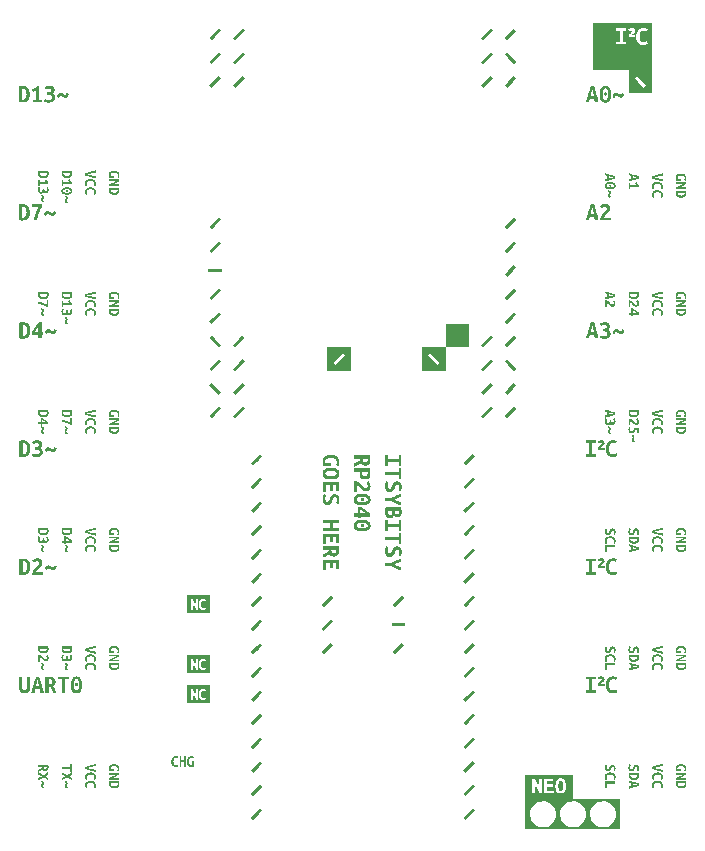
<source format=gbr>
G04 This is an RS-274x file exported by *
G04 gerbv version 2.8.2 *
G04 More information is available about gerbv at *
G04 https://gerbv.github.io/ *
G04 --End of header info--*
%MOIN*%
%FSLAX36Y36*%
%IPPOS*%
G04 --Define apertures--*
%ADD10C,0.0139*%
G04 --Start main section--*
G54D10*
G36*
G01X-118303Y0460179D02*
G01X-118303Y0460179D01*
G01X-106003Y0472579D01*
G01X-098503Y0465079D01*
G01X-110803Y0452679D01*
G01X-110803Y0452679D01*
G01X-118003Y0445479D01*
G01X-118003Y0445479D01*
G01X-130403Y0433079D01*
G01X-137903Y0440579D01*
G01X-125503Y0452979D01*
G01X-125503Y0452979D01*
G01X-118303Y0460179D01*
G01X-118303Y0460179D01*
G37*
G36*
G01X-118303Y0617579D02*
G01X-118303Y0617579D01*
G01X-106003Y0629879D01*
G01X-098503Y0622379D01*
G01X-110803Y0610079D01*
G01X-110803Y0610079D01*
G01X-118003Y0602779D01*
G01X-118003Y0602779D01*
G01X-130403Y0590479D01*
G01X-137903Y0597979D01*
G01X-125503Y0610279D01*
G01X-125503Y0610279D01*
G01X-118303Y0617579D01*
G01X-118303Y0617579D01*
G37*
G36*
G01X-354603Y0617579D02*
G01X-354603Y0617579D01*
G01X-342203Y0629879D01*
G01X-334703Y0622379D01*
G01X-347103Y0610079D01*
G01X-347103Y0610079D01*
G01X-354303Y0602779D01*
G01X-354303Y0602779D01*
G01X-366703Y0590479D01*
G01X-374203Y0597979D01*
G01X-361703Y0610479D01*
G01X-361703Y0610479D01*
G01X-354603Y0617579D01*
G01X-354603Y0617579D01*
G37*
G36*
G01X-354603Y0696279D02*
G01X-354603Y0696279D01*
G01X-342203Y0708679D01*
G01X-334703Y0701179D01*
G01X-347103Y0688779D01*
G01X-347103Y0688779D01*
G01X-354303Y0681579D01*
G01X-354303Y0681579D01*
G01X-366703Y0669179D01*
G01X-374203Y0676679D01*
G01X-361803Y0689079D01*
G01X-361803Y0689079D01*
G01X-354603Y0696279D01*
G01X-354603Y0696279D01*
G37*
G36*
G01X-354603Y0775079D02*
G01X-354603Y0775079D01*
G01X-342203Y0787379D01*
G01X-334703Y0779879D01*
G01X-347103Y0767579D01*
G01X-347103Y0767579D01*
G01X-354303Y0760279D01*
G01X-354303Y0760279D01*
G01X-366703Y0747979D01*
G01X-374203Y0755479D01*
G01X-361803Y0767779D01*
G01X-361803Y0767779D01*
G01X-354603Y0775079D01*
G01X-354603Y0775079D01*
G37*
G36*
G01X-354603Y0853779D02*
G01X-354603Y0853779D01*
G01X-342203Y0866179D01*
G01X-334703Y0858679D01*
G01X-347103Y0846279D01*
G01X-347103Y0846279D01*
G01X-354303Y0839079D01*
G01X-354303Y0839079D01*
G01X-366703Y0826679D01*
G01X-374203Y0834179D01*
G01X-361803Y0846579D01*
G01X-361803Y0846579D01*
G01X-354603Y0853779D01*
G01X-354603Y0853779D01*
G37*
G36*
G01X-354603Y0932579D02*
G01X-354603Y0932579D01*
G01X-342203Y0944879D01*
G01X-334703Y0937379D01*
G01X-347103Y0925079D01*
G01X-347103Y0925079D01*
G01X-354303Y0917779D01*
G01X-354303Y0917779D01*
G01X-366703Y0905479D01*
G01X-374203Y0912979D01*
G01X-361803Y0925279D01*
G01X-361803Y0925279D01*
G01X-354603Y0932579D01*
G01X-354603Y0932579D01*
G37*
G36*
G01X-354603Y1011279D02*
G01X-354603Y1011279D01*
G01X-342203Y1023679D01*
G01X-334703Y1016179D01*
G01X-347103Y1003779D01*
G01X-347103Y1003779D01*
G01X-354303Y0996579D01*
G01X-354303Y0996579D01*
G01X-366703Y0984179D01*
G01X-374203Y0991679D01*
G01X-361803Y1004079D01*
G01X-361803Y1004079D01*
G01X-354603Y1011279D01*
G01X-354603Y1011279D01*
G37*
G36*
G01X-354603Y1090079D02*
G01X-354603Y1090079D01*
G01X-342203Y1102379D01*
G01X-334703Y1094879D01*
G01X-347103Y1082579D01*
G01X-347103Y1082579D01*
G01X-354303Y1075279D01*
G01X-354303Y1075279D01*
G01X-366703Y1062979D01*
G01X-374203Y1070479D01*
G01X-361803Y1082779D01*
G01X-361803Y1082779D01*
G01X-354603Y1090079D01*
G01X-354603Y1090079D01*
G37*
G36*
G01X-413603Y1247579D02*
G01X-413603Y1247579D01*
G01X-401203Y1259879D01*
G01X-393703Y1252379D01*
G01X-406103Y1240079D01*
G01X-406103Y1240079D01*
G01X-413303Y1232779D01*
G01X-413303Y1232779D01*
G01X-425703Y1220479D01*
G01X-433203Y1227979D01*
G01X-420803Y1240279D01*
G01X-420803Y1240279D01*
G01X-413603Y1247579D01*
G01X-413603Y1247579D01*
G37*
G36*
G01X-413603Y1326279D02*
G01X-413603Y1326279D01*
G01X-401203Y1338679D01*
G01X-393703Y1331179D01*
G01X-406103Y1318779D01*
G01X-406103Y1318779D01*
G01X-413303Y1311579D01*
G01X-413303Y1311579D01*
G01X-425703Y1299179D01*
G01X-433203Y1306679D01*
G01X-420803Y1319079D01*
G01X-420803Y1319079D01*
G01X-413603Y1326279D01*
G01X-413603Y1326279D01*
G37*
G36*
G01X-413703Y1405079D02*
G01X-413703Y1405079D01*
G01X-401403Y1417379D01*
G01X-393903Y1409879D01*
G01X-406203Y1397579D01*
G01X-406203Y1397579D01*
G01X-413503Y1390279D01*
G01X-413503Y1390279D01*
G01X-425803Y1377979D01*
G01X-433303Y1385479D01*
G01X-421003Y1397779D01*
G01X-421003Y1397779D01*
G01X-413703Y1405079D01*
G01X-413703Y1405079D01*
G37*
G36*
G01X-413703Y1483779D02*
G01X-413703Y1483779D01*
G01X-401403Y1496179D01*
G01X-393903Y1488679D01*
G01X-406203Y1476279D01*
G01X-406203Y1476279D01*
G01X-413503Y1469079D01*
G01X-413503Y1469079D01*
G01X-425803Y1456679D01*
G01X-433303Y1464179D01*
G01X-421003Y1476579D01*
G01X-421003Y1476579D01*
G01X-413703Y1483779D01*
G01X-413703Y1483779D01*
G37*
G36*
G01X0484697Y1397579D02*
G01X0484697Y1397579D01*
G01X0472397Y1409879D01*
G01X0479897Y1417379D01*
G01X0492197Y1405079D01*
G01X0492197Y1405079D01*
G01X0499497Y1397779D01*
G01X0499497Y1397779D01*
G01X0511797Y1385479D01*
G01X0504297Y1377979D01*
G01X0491997Y1390279D01*
G01X0491997Y1390279D01*
G01X0484697Y1397579D01*
G01X0484697Y1397579D01*
G37*
G36*
G01X0413197Y1405079D02*
G01X0413197Y1405079D01*
G01X0425597Y1417379D01*
G01X0433097Y1409879D01*
G01X0420697Y1397579D01*
G01X0420697Y1397579D01*
G01X0413497Y1390279D01*
G01X0413497Y1390279D01*
G01X0401097Y1377979D01*
G01X0393597Y1385479D01*
G01X0405997Y1397779D01*
G01X0405997Y1397779D01*
G01X0413197Y1405079D01*
G01X0413197Y1405079D01*
G37*
G36*
G01X0491997Y1483779D02*
G01X0491997Y1483779D01*
G01X0504297Y1496179D01*
G01X0511797Y1488679D01*
G01X0499497Y1476179D01*
G01X0499497Y1476179D01*
G01X0492197Y1468879D01*
G01X0492197Y1468879D01*
G01X0479897Y1456579D01*
G01X0472397Y1464079D01*
G01X0484697Y1476379D01*
G01X0484697Y1476379D01*
G01X0491997Y1483779D01*
G01X0491997Y1483779D01*
G37*
G36*
G01X0491997Y1562579D02*
G01X0491997Y1562579D01*
G01X0504297Y1574879D01*
G01X0511797Y1567379D01*
G01X0499497Y1554879D01*
G01X0499497Y1554879D01*
G01X0492197Y1547679D01*
G01X0492197Y1547679D01*
G01X0479897Y1535279D01*
G01X0472397Y1542779D01*
G01X0484697Y1555179D01*
G01X0484697Y1555179D01*
G01X0491997Y1562579D01*
G01X0491997Y1562579D01*
G37*
G36*
G01X0491997Y1641179D02*
G01X0491997Y1641179D01*
G01X0504297Y1653479D01*
G01X0511797Y1645979D01*
G01X0499497Y1633679D01*
G01X0499497Y1633679D01*
G01X0492197Y1626379D01*
G01X0492197Y1626379D01*
G01X0479897Y1614079D01*
G01X0472397Y1621579D01*
G01X0484697Y1633879D01*
G01X0484697Y1633879D01*
G01X0491997Y1641179D01*
G01X0491997Y1641179D01*
G37*
G36*
G01X0491997Y1719879D02*
G01X0491997Y1719879D01*
G01X0504297Y1732279D01*
G01X0511797Y1724779D01*
G01X0499497Y1712379D01*
G01X0499497Y1712379D01*
G01X0492197Y1705179D01*
G01X0492197Y1705179D01*
G01X0479897Y1692779D01*
G01X0472397Y1700279D01*
G01X0484697Y1712679D01*
G01X0484697Y1712679D01*
G01X0491997Y1719879D01*
G01X0491997Y1719879D01*
G37*
G36*
G01X0491997Y1798679D02*
G01X0491997Y1798679D01*
G01X0504297Y1810979D01*
G01X0511797Y1803479D01*
G01X0499497Y1791179D01*
G01X0499497Y1791179D01*
G01X0492197Y1783879D01*
G01X0492197Y1783879D01*
G01X0479897Y1771579D01*
G01X0472397Y1779079D01*
G01X0484697Y1791379D01*
G01X0484697Y1791379D01*
G01X0491997Y1798679D01*
G01X0491997Y1798679D01*
G37*
G36*
G01X0491997Y1877379D02*
G01X0491997Y1877379D01*
G01X0504297Y1889779D01*
G01X0511797Y1882279D01*
G01X0499497Y1869879D01*
G01X0499497Y1869879D01*
G01X0492197Y1862679D01*
G01X0492197Y1862679D01*
G01X0479897Y1850279D01*
G01X0472397Y1857779D01*
G01X0484697Y1870179D01*
G01X0484697Y1870179D01*
G01X0491997Y1877379D01*
G01X0491997Y1877379D01*
G37*
G36*
G01X-413003Y2335179D02*
G01X-413003Y2335179D01*
G01X-425403Y2322779D01*
G01X-432903Y2330279D01*
G01X-420503Y2342679D01*
G01X-420503Y2342679D01*
G01X-413303Y2349879D01*
G01X-413303Y2349879D01*
G01X-401003Y2362279D01*
G01X-393503Y2354779D01*
G01X-405803Y2342379D01*
G01X-405803Y2342379D01*
G01X-413003Y2335179D01*
G01X-413003Y2335179D01*
G37*
G36*
G01X-413303Y2428679D02*
G01X-413303Y2428679D01*
G01X-401003Y2440979D01*
G01X-393503Y2433479D01*
G01X-405803Y2421179D01*
G01X-405803Y2421179D01*
G01X-413003Y2413879D01*
G01X-413003Y2413879D01*
G01X-425403Y2401579D01*
G01X-432903Y2409079D01*
G01X-420503Y2421379D01*
G01X-420503Y2421379D01*
G01X-413303Y2428679D01*
G01X-413303Y2428679D01*
G37*
G36*
G01X-413003Y2492679D02*
G01X-413003Y2492679D01*
G01X-425403Y2480279D01*
G01X-432903Y2487779D01*
G01X-420503Y2500179D01*
G01X-420503Y2500179D01*
G01X-413303Y2507379D01*
G01X-413303Y2507379D01*
G01X-401003Y2519779D01*
G01X-393503Y2512279D01*
G01X-405803Y2499879D01*
G01X-405803Y2499879D01*
G01X-413003Y2492679D01*
G01X-413003Y2492679D01*
G37*
G36*
G01X0491997Y2349879D02*
G01X0491997Y2349879D01*
G01X0504297Y2362279D01*
G01X0511797Y2354779D01*
G01X0499497Y2342379D01*
G01X0499497Y2342379D01*
G01X0492197Y2335179D01*
G01X0492197Y2335179D01*
G01X0479897Y2322779D01*
G01X0472397Y2330279D01*
G01X0484697Y2342679D01*
G01X0484697Y2342679D01*
G01X0491997Y2349879D01*
G01X0491997Y2349879D01*
G37*
G36*
G01X0413197Y2349879D02*
G01X0413197Y2349879D01*
G01X0425597Y2362279D01*
G01X0433097Y2354779D01*
G01X0420697Y2342379D01*
G01X0420697Y2342379D01*
G01X0413497Y2335179D01*
G01X0413497Y2335179D01*
G01X0401097Y2322779D01*
G01X0393597Y2330279D01*
G01X0405997Y2342679D01*
G01X0405997Y2342679D01*
G01X0413197Y2349879D01*
G01X0413197Y2349879D01*
G37*
G36*
G01X0413197Y2428679D02*
G01X0413197Y2428679D01*
G01X0425597Y2440979D01*
G01X0433097Y2433479D01*
G01X0420697Y2421179D01*
G01X0420697Y2421179D01*
G01X0413497Y2413879D01*
G01X0413497Y2413879D01*
G01X0401097Y2401579D01*
G01X0393597Y2409079D01*
G01X0405997Y2421379D01*
G01X0405997Y2421379D01*
G01X0413197Y2428679D01*
G01X0413197Y2428679D01*
G37*
G36*
G01X0413197Y2507379D02*
G01X0413197Y2507379D01*
G01X0425597Y2519779D01*
G01X0433097Y2512279D01*
G01X0420697Y2499879D01*
G01X0420697Y2499879D01*
G01X0413497Y2492679D01*
G01X0413497Y2492679D01*
G01X0401097Y2480279D01*
G01X0393597Y2487779D01*
G01X0405997Y2500179D01*
G01X0405997Y2500179D01*
G01X0413197Y2507379D01*
G01X0413197Y2507379D01*
G37*
G36*
G01X0499497Y2421279D02*
G01X0499497Y2421279D01*
G01X0511797Y2408879D01*
G01X0504297Y2401379D01*
G01X0491997Y2413779D01*
G01X0491997Y2413779D01*
G01X0484697Y2420979D01*
G01X0484697Y2420979D01*
G01X0472397Y2433379D01*
G01X0479897Y2440879D01*
G01X0492197Y2428479D01*
G01X0492197Y2428479D01*
G01X0499497Y2421279D01*
G01X0499497Y2421279D01*
G37*
G36*
G01X0491997Y2506979D02*
G01X0491997Y2506979D01*
G01X0504297Y2519379D01*
G01X0511797Y2511879D01*
G01X0499497Y2499479D01*
G01X0499497Y2499479D01*
G01X0492197Y2492279D01*
G01X0492197Y2492279D01*
G01X0479897Y2479879D01*
G01X0472397Y2487379D01*
G01X0484697Y2499779D01*
G01X0484697Y2499779D01*
G01X0491997Y2506979D01*
G01X0491997Y2506979D01*
G37*
G36*
G01X0413197Y1483779D02*
G01X0413197Y1483779D01*
G01X0425597Y1496179D01*
G01X0433097Y1488679D01*
G01X0420697Y1476279D01*
G01X0420697Y1476279D01*
G01X0413497Y1469079D01*
G01X0413497Y1469079D01*
G01X0401097Y1456679D01*
G01X0393597Y1464179D01*
G01X0405997Y1476579D01*
G01X0405997Y1476579D01*
G01X0413197Y1483779D01*
G01X0413197Y1483779D01*
G37*
G36*
G01X0491997Y1247579D02*
G01X0491997Y1247579D01*
G01X0504297Y1259879D01*
G01X0511797Y1252379D01*
G01X0499497Y1240079D01*
G01X0499497Y1240079D01*
G01X0492197Y1232779D01*
G01X0492197Y1232779D01*
G01X0479897Y1220479D01*
G01X0472397Y1227979D01*
G01X0484697Y1240279D01*
G01X0484697Y1240279D01*
G01X0491997Y1247579D01*
G01X0491997Y1247579D01*
G37*
G36*
G01X0413197Y1247579D02*
G01X0413197Y1247579D01*
G01X0425597Y1259879D01*
G01X0433097Y1252379D01*
G01X0420697Y1240079D01*
G01X0420697Y1240079D01*
G01X0413497Y1232779D01*
G01X0413497Y1232779D01*
G01X0401097Y1220479D01*
G01X0393597Y1227979D01*
G01X0405997Y1240279D01*
G01X0405997Y1240279D01*
G01X0413197Y1247579D01*
G01X0413197Y1247579D01*
G37*
G36*
G01X0491997Y1326279D02*
G01X0491997Y1326279D01*
G01X0504297Y1338679D01*
G01X0511797Y1331179D01*
G01X0499497Y1318779D01*
G01X0499497Y1318779D01*
G01X0492197Y1311579D01*
G01X0492197Y1311579D01*
G01X0479897Y1299179D01*
G01X0472397Y1306679D01*
G01X0484697Y1319079D01*
G01X0484697Y1319079D01*
G01X0491997Y1326279D01*
G01X0491997Y1326279D01*
G37*
G36*
G01X0413197Y1326279D02*
G01X0413197Y1326279D01*
G01X0425597Y1338679D01*
G01X0433097Y1331179D01*
G01X0420697Y1318779D01*
G01X0420697Y1318779D01*
G01X0413497Y1311579D01*
G01X0413497Y1311579D01*
G01X0401097Y1299179D01*
G01X0393597Y1306679D01*
G01X0405997Y1319079D01*
G01X0405997Y1319079D01*
G01X0413197Y1326279D01*
G01X0413197Y1326279D01*
G37*
G36*
G01X-354603Y0538779D02*
G01X-354603Y0538779D01*
G01X-342203Y0551179D01*
G01X-334703Y0543679D01*
G01X-346903Y0531279D01*
G01X-346903Y0531279D01*
G01X-354203Y0524079D01*
G01X-354203Y0524079D01*
G01X-366503Y0511679D01*
G01X-374003Y0519179D01*
G01X-361703Y0531579D01*
G01X-361703Y0531579D01*
G01X-354603Y0538779D01*
G01X-354603Y0538779D01*
G37*
G36*
G01X-354603Y0460179D02*
G01X-354603Y0460179D01*
G01X-342203Y0472579D01*
G01X-334703Y0465079D01*
G01X-347103Y0452679D01*
G01X-347103Y0452679D01*
G01X-354303Y0445479D01*
G01X-354303Y0445479D01*
G01X-366703Y0433079D01*
G01X-374203Y0440579D01*
G01X-361803Y0452979D01*
G01X-361803Y0452979D01*
G01X-354603Y0460179D01*
G01X-354603Y0460179D01*
G37*
G36*
G01X-354603Y0381379D02*
G01X-354603Y0381379D01*
G01X-342203Y0393779D01*
G01X-334703Y0386279D01*
G01X-347103Y0373879D01*
G01X-347103Y0373879D01*
G01X-354303Y0366679D01*
G01X-354303Y0366679D01*
G01X-366703Y0354379D01*
G01X-374203Y0361879D01*
G01X-361803Y0374179D01*
G01X-361803Y0374179D01*
G01X-354603Y0381379D01*
G01X-354603Y0381379D01*
G37*
G36*
G01X-354603Y0302679D02*
G01X-354603Y0302679D01*
G01X-342203Y0315079D01*
G01X-334703Y0307579D01*
G01X-347103Y0295179D01*
G01X-347103Y0295179D01*
G01X-354303Y0287979D01*
G01X-354303Y0287979D01*
G01X-366703Y0275579D01*
G01X-374203Y0283079D01*
G01X-361803Y0295479D01*
G01X-361803Y0295479D01*
G01X-354603Y0302679D01*
G01X-354603Y0302679D01*
G37*
G36*
G01X-354603Y0223879D02*
G01X-354603Y0223879D01*
G01X-342203Y0236279D01*
G01X-334703Y0228779D01*
G01X-347103Y0216379D01*
G01X-347103Y0216379D01*
G01X-354303Y0209179D01*
G01X-354303Y0209179D01*
G01X-366703Y0196879D01*
G01X-374203Y0204379D01*
G01X-361803Y0216679D01*
G01X-361803Y0216679D01*
G01X-354603Y0223879D01*
G01X-354603Y0223879D01*
G37*
G36*
G01X-354603Y0145179D02*
G01X-354603Y0145179D01*
G01X-342203Y0157579D01*
G01X-334703Y0150079D01*
G01X-347103Y0137679D01*
G01X-347103Y0137679D01*
G01X-354303Y0130479D01*
G01X-354303Y0130479D01*
G01X-366703Y0118079D01*
G01X-374203Y0125579D01*
G01X-361803Y0137979D01*
G01X-361803Y0137979D01*
G01X-354603Y0145179D01*
G01X-354603Y0145179D01*
G37*
G36*
G01X-354603Y0066379D02*
G01X-354603Y0066379D01*
G01X-342203Y0078779D01*
G01X-334703Y0071279D01*
G01X-347103Y0058879D01*
G01X-347103Y0058879D01*
G01X-354303Y0051679D01*
G01X-354303Y0051679D01*
G01X-366703Y0039379D01*
G01X-374203Y0046879D01*
G01X-361803Y0059179D01*
G01X-361803Y0059179D01*
G01X-354603Y0066379D01*
G01X-354603Y0066379D01*
G37*
G36*
G01X-354603Y-012321D02*
G01X-354603Y-012321D01*
G01X-342203Y0000079D01*
G01X-334703Y-007421D01*
G01X-347103Y-019821D01*
G01X-347103Y-019821D01*
G01X-354303Y-027021D01*
G01X-354303Y-027021D01*
G01X-366703Y-039421D01*
G01X-374203Y-031921D01*
G01X-361803Y-019521D01*
G01X-361803Y-019521D01*
G01X-354603Y-012321D01*
G01X-354603Y-012321D01*
G37*
G36*
G01X-354603Y-091121D02*
G01X-354603Y-091121D01*
G01X-342203Y-078721D01*
G01X-334703Y-086221D01*
G01X-347103Y-098621D01*
G01X-347103Y-098621D01*
G01X-354303Y-105821D01*
G01X-354303Y-105821D01*
G01X-366703Y-118121D01*
G01X-374203Y-110621D01*
G01X-361803Y-098321D01*
G01X-361803Y-098321D01*
G01X-354603Y-091121D01*
G01X-354603Y-091121D01*
G37*
G36*
G01X0354197Y0617579D02*
G01X0354197Y0617579D01*
G01X0366497Y0629879D01*
G01X0373997Y0622379D01*
G01X0361697Y0610079D01*
G01X0361697Y0610079D01*
G01X0354497Y0602779D01*
G01X0354497Y0602779D01*
G01X0342097Y0590479D01*
G01X0334597Y0597979D01*
G01X0346997Y0610279D01*
G01X0346997Y0610279D01*
G01X0354197Y0617579D01*
G01X0354197Y0617579D01*
G37*
G36*
G01X0354197Y0696279D02*
G01X0354197Y0696279D01*
G01X0366497Y0708679D01*
G01X0373997Y0701179D01*
G01X0361697Y0688779D01*
G01X0361697Y0688779D01*
G01X0354497Y0681579D01*
G01X0354497Y0681579D01*
G01X0342097Y0669179D01*
G01X0334597Y0676679D01*
G01X0346997Y0689079D01*
G01X0346997Y0689079D01*
G01X0354197Y0696279D01*
G01X0354197Y0696279D01*
G37*
G36*
G01X0354197Y0775079D02*
G01X0354197Y0775079D01*
G01X0366497Y0787379D01*
G01X0373997Y0779879D01*
G01X0361697Y0767579D01*
G01X0361697Y0767579D01*
G01X0354497Y0760279D01*
G01X0354497Y0760279D01*
G01X0342097Y0747979D01*
G01X0334597Y0755479D01*
G01X0346997Y0767779D01*
G01X0346997Y0767779D01*
G01X0354197Y0775079D01*
G01X0354197Y0775079D01*
G37*
G36*
G01X0354197Y0853779D02*
G01X0354197Y0853779D01*
G01X0366497Y0866179D01*
G01X0373997Y0858679D01*
G01X0361697Y0846279D01*
G01X0361697Y0846279D01*
G01X0354497Y0839079D01*
G01X0354497Y0839079D01*
G01X0342097Y0826679D01*
G01X0334597Y0834179D01*
G01X0346997Y0846579D01*
G01X0346997Y0846579D01*
G01X0354197Y0853779D01*
G01X0354197Y0853779D01*
G37*
G36*
G01X0354197Y0932579D02*
G01X0354197Y0932579D01*
G01X0366497Y0944879D01*
G01X0373997Y0937379D01*
G01X0361697Y0925079D01*
G01X0361697Y0925079D01*
G01X0354497Y0917779D01*
G01X0354497Y0917779D01*
G01X0342097Y0905479D01*
G01X0334597Y0912979D01*
G01X0346997Y0925279D01*
G01X0346997Y0925279D01*
G01X0354197Y0932579D01*
G01X0354197Y0932579D01*
G37*
G36*
G01X0354197Y1011279D02*
G01X0354197Y1011279D01*
G01X0366497Y1023679D01*
G01X0373997Y1016179D01*
G01X0361697Y1003779D01*
G01X0361697Y1003779D01*
G01X0354497Y0996579D01*
G01X0354497Y0996579D01*
G01X0342097Y0984179D01*
G01X0334597Y0991679D01*
G01X0346997Y1004079D01*
G01X0346997Y1004079D01*
G01X0354197Y1011279D01*
G01X0354197Y1011279D01*
G37*
G36*
G01X0354197Y1090079D02*
G01X0354197Y1090079D01*
G01X0366497Y1102379D01*
G01X0373997Y1094879D01*
G01X0361697Y1082579D01*
G01X0361697Y1082579D01*
G01X0354497Y1075279D01*
G01X0354497Y1075279D01*
G01X0342097Y1062979D01*
G01X0334597Y1070479D01*
G01X0346997Y1082779D01*
G01X0346997Y1082779D01*
G01X0354197Y1090079D01*
G01X0354197Y1090079D01*
G37*
G36*
G01X0354197Y0538779D02*
G01X0354197Y0538779D01*
G01X0366497Y0551179D01*
G01X0373997Y0543679D01*
G01X0361697Y0531279D01*
G01X0361697Y0531279D01*
G01X0354497Y0524079D01*
G01X0354497Y0524079D01*
G01X0342097Y0511679D01*
G01X0334597Y0519179D01*
G01X0346997Y0531579D01*
G01X0346997Y0531579D01*
G01X0354197Y0538779D01*
G01X0354197Y0538779D01*
G37*
G36*
G01X0354197Y0460179D02*
G01X0354197Y0460179D01*
G01X0366497Y0472579D01*
G01X0373997Y0465079D01*
G01X0361697Y0452679D01*
G01X0361697Y0452679D01*
G01X0354497Y0445479D01*
G01X0354497Y0445479D01*
G01X0342097Y0433079D01*
G01X0334597Y0440579D01*
G01X0346997Y0452979D01*
G01X0346997Y0452979D01*
G01X0354197Y0460179D01*
G01X0354197Y0460179D01*
G37*
G36*
G01X0354197Y0381379D02*
G01X0354197Y0381379D01*
G01X0366497Y0393779D01*
G01X0373997Y0386279D01*
G01X0361697Y0373879D01*
G01X0361697Y0373879D01*
G01X0354497Y0366679D01*
G01X0354497Y0366679D01*
G01X0342097Y0354379D01*
G01X0334597Y0361879D01*
G01X0346997Y0374179D01*
G01X0346997Y0374179D01*
G01X0354197Y0381379D01*
G01X0354197Y0381379D01*
G37*
G36*
G01X0354197Y0302679D02*
G01X0354197Y0302679D01*
G01X0366497Y0315079D01*
G01X0373997Y0307579D01*
G01X0361697Y0295179D01*
G01X0361697Y0295179D01*
G01X0354497Y0287979D01*
G01X0354497Y0287979D01*
G01X0342097Y0275579D01*
G01X0334597Y0283079D01*
G01X0346997Y0295479D01*
G01X0346997Y0295479D01*
G01X0354197Y0302679D01*
G01X0354197Y0302679D01*
G37*
G36*
G01X0354197Y0223879D02*
G01X0354197Y0223879D01*
G01X0366497Y0236279D01*
G01X0373997Y0228779D01*
G01X0361697Y0216379D01*
G01X0361697Y0216379D01*
G01X0354497Y0209179D01*
G01X0354497Y0209179D01*
G01X0342097Y0196879D01*
G01X0334597Y0204379D01*
G01X0346997Y0216679D01*
G01X0346997Y0216679D01*
G01X0354197Y0223879D01*
G01X0354197Y0223879D01*
G37*
G36*
G01X0354197Y0145179D02*
G01X0354197Y0145179D01*
G01X0366497Y0157579D01*
G01X0373997Y0150079D01*
G01X0361697Y0137679D01*
G01X0361697Y0137679D01*
G01X0354497Y0130479D01*
G01X0354497Y0130479D01*
G01X0342097Y0118079D01*
G01X0334597Y0125579D01*
G01X0346997Y0137979D01*
G01X0346997Y0137979D01*
G01X0354197Y0145179D01*
G01X0354197Y0145179D01*
G37*
G36*
G01X0354197Y0066379D02*
G01X0354197Y0066379D01*
G01X0366497Y0078779D01*
G01X0373997Y0071279D01*
G01X0361697Y0058879D01*
G01X0361697Y0058879D01*
G01X0354497Y0051679D01*
G01X0354497Y0051679D01*
G01X0342097Y0039379D01*
G01X0334597Y0046879D01*
G01X0346997Y0059179D01*
G01X0346997Y0059179D01*
G01X0354197Y0066379D01*
G01X0354197Y0066379D01*
G37*
G36*
G01X0354197Y-012321D02*
G01X0354197Y-012321D01*
G01X0366497Y0000079D01*
G01X0373997Y-007421D01*
G01X0361697Y-019821D01*
G01X0361697Y-019821D01*
G01X0354497Y-027021D01*
G01X0354497Y-027021D01*
G01X0342097Y-039421D01*
G01X0334597Y-031921D01*
G01X0346997Y-019521D01*
G01X0346997Y-019521D01*
G01X0354197Y-012321D01*
G01X0354197Y-012321D01*
G37*
G36*
G01X0354197Y-091121D02*
G01X0354197Y-091121D01*
G01X0366497Y-078721D01*
G01X0373997Y-086221D01*
G01X0361697Y-098621D01*
G01X0361697Y-098621D01*
G01X0354497Y-105821D01*
G01X0354497Y-105821D01*
G01X0342097Y-118121D01*
G01X0334597Y-110621D01*
G01X0346997Y-098321D01*
G01X0346997Y-098321D01*
G01X0354197Y-091121D01*
G01X0354197Y-091121D01*
G37*
G36*
G01X-118303Y0538779D02*
G01X-118303Y0538779D01*
G01X-106003Y0551179D01*
G01X-098503Y0543679D01*
G01X-110803Y0531279D01*
G01X-110803Y0531279D01*
G01X-118003Y0524079D01*
G01X-118003Y0524079D01*
G01X-130403Y0511679D01*
G01X-137903Y0519179D01*
G01X-125503Y0531579D01*
G01X-125503Y0531579D01*
G01X-118303Y0538779D01*
G01X-118303Y0538779D01*
G37*
G36*
G01X0117897Y0460179D02*
G01X0117897Y0460179D01*
G01X0130297Y0472579D01*
G01X0137797Y0465079D01*
G01X0125397Y0452679D01*
G01X0125397Y0452679D01*
G01X0118197Y0445479D01*
G01X0118197Y0445479D01*
G01X0105797Y0433079D01*
G01X0098297Y0440579D01*
G01X0110697Y0452979D01*
G01X0110697Y0452979D01*
G01X0117897Y0460179D01*
G01X0117897Y0460179D01*
G37*
G36*
G01X0123197Y0536879D02*
G01X0123197Y0536879D01*
G01X0140697Y0536879D01*
G01X0140697Y0526179D01*
G01X0123197Y0526179D01*
G01X0123197Y0526179D01*
G01X0113097Y0526179D01*
G01X0113097Y0526179D01*
G01X0095597Y0526179D01*
G01X0095597Y0536879D01*
G01X0113097Y0536879D01*
G01X0113097Y0536879D01*
G01X0123197Y0536879D01*
G01X0123197Y0536879D01*
G37*
G36*
G01X0117897Y0617579D02*
G01X0117897Y0617579D01*
G01X0130297Y0629879D01*
G01X0137797Y0622379D01*
G01X0125397Y0610079D01*
G01X0125397Y0610079D01*
G01X0118197Y0602779D01*
G01X0118197Y0602779D01*
G01X0105797Y0590479D01*
G01X0098297Y0597979D01*
G01X0110697Y0610279D01*
G01X0110697Y0610279D01*
G01X0117897Y0617579D01*
G01X0117897Y0617579D01*
G37*
G36*
G01X-492303Y1247579D02*
G01X-492303Y1247579D01*
G01X-480003Y1259879D01*
G01X-472503Y1252379D01*
G01X-484803Y1240079D01*
G01X-484803Y1240079D01*
G01X-492103Y1232779D01*
G01X-492103Y1232779D01*
G01X-504403Y1220479D01*
G01X-511903Y1227979D01*
G01X-499603Y1240279D01*
G01X-499603Y1240279D01*
G01X-492303Y1247579D01*
G01X-492303Y1247579D01*
G37*
G36*
G01X-484803Y1319079D02*
G01X-484803Y1319079D01*
G01X-472503Y1306679D01*
G01X-480003Y1299179D01*
G01X-492303Y1311579D01*
G01X-492303Y1311579D01*
G01X-499603Y1318779D01*
G01X-499603Y1318779D01*
G01X-511903Y1331179D01*
G01X-504403Y1338679D01*
G01X-492103Y1326279D01*
G01X-492103Y1326279D01*
G01X-484803Y1319079D01*
G01X-484803Y1319079D01*
G37*
G36*
G01X-492503Y1405079D02*
G01X-492503Y1405079D01*
G01X-480103Y1417379D01*
G01X-472603Y1409879D01*
G01X-485003Y1397579D01*
G01X-485003Y1397579D01*
G01X-492203Y1390279D01*
G01X-492203Y1390279D01*
G01X-504603Y1377979D01*
G01X-512103Y1385479D01*
G01X-499703Y1397779D01*
G01X-499703Y1397779D01*
G01X-492503Y1405079D01*
G01X-492503Y1405079D01*
G37*
G36*
G01X-485003Y1476579D02*
G01X-485003Y1476579D01*
G01X-472603Y1464179D01*
G01X-480103Y1456679D01*
G01X-492503Y1469079D01*
G01X-492503Y1469079D01*
G01X-499703Y1476279D01*
G01X-499703Y1476279D01*
G01X-512103Y1488679D01*
G01X-504603Y1496179D01*
G01X-492203Y1483779D01*
G01X-492203Y1483779D01*
G01X-485003Y1476579D01*
G01X-485003Y1476579D01*
G37*
G36*
G01X-492503Y1562579D02*
G01X-492503Y1562579D01*
G01X-480103Y1574879D01*
G01X-472603Y1567379D01*
G01X-485003Y1555079D01*
G01X-485003Y1555079D01*
G01X-492203Y1547779D01*
G01X-492203Y1547779D01*
G01X-504603Y1535479D01*
G01X-512103Y1542979D01*
G01X-499703Y1555279D01*
G01X-499703Y1555279D01*
G01X-492503Y1562579D01*
G01X-492503Y1562579D01*
G37*
G36*
G01X-492503Y1641179D02*
G01X-492503Y1641179D01*
G01X-480103Y1653479D01*
G01X-472603Y1645979D01*
G01X-485003Y1633679D01*
G01X-485003Y1633679D01*
G01X-492203Y1626379D01*
G01X-492203Y1626379D01*
G01X-504603Y1614079D01*
G01X-512103Y1621579D01*
G01X-499703Y1633879D01*
G01X-499703Y1633879D01*
G01X-492503Y1641179D01*
G01X-492503Y1641179D01*
G37*
G36*
G01X-487203Y1717979D02*
G01X-487203Y1717979D01*
G01X-469703Y1717979D01*
G01X-469703Y1707279D01*
G01X-487203Y1707279D01*
G01X-487203Y1707279D01*
G01X-497303Y1707279D01*
G01X-497303Y1707279D01*
G01X-514803Y1707279D01*
G01X-514803Y1717979D01*
G01X-497303Y1717979D01*
G01X-497303Y1717979D01*
G01X-487203Y1717979D01*
G01X-487203Y1717979D01*
G37*
G36*
G01X-492503Y1798679D02*
G01X-492503Y1798679D01*
G01X-480103Y1810979D01*
G01X-472603Y1803479D01*
G01X-485003Y1791179D01*
G01X-485003Y1791179D01*
G01X-492203Y1783879D01*
G01X-492203Y1783879D01*
G01X-504603Y1771579D01*
G01X-512103Y1779079D01*
G01X-499703Y1791379D01*
G01X-499703Y1791379D01*
G01X-492503Y1798679D01*
G01X-492503Y1798679D01*
G37*
G36*
G01X-492503Y1877379D02*
G01X-492503Y1877379D01*
G01X-480103Y1889779D01*
G01X-472603Y1882279D01*
G01X-485003Y1869879D01*
G01X-485003Y1869879D01*
G01X-492203Y1862679D01*
G01X-492203Y1862679D01*
G01X-504603Y1850279D01*
G01X-512103Y1857779D01*
G01X-499703Y1870179D01*
G01X-499703Y1870179D01*
G01X-492503Y1877379D01*
G01X-492503Y1877379D01*
G37*
G36*
G01X-492503Y2349879D02*
G01X-492503Y2349879D01*
G01X-480103Y2362279D01*
G01X-472603Y2354779D01*
G01X-485003Y2342379D01*
G01X-485003Y2342379D01*
G01X-492203Y2335179D01*
G01X-492203Y2335179D01*
G01X-504603Y2322779D01*
G01X-512103Y2330279D01*
G01X-499703Y2342679D01*
G01X-499703Y2342679D01*
G01X-492503Y2349879D01*
G01X-492503Y2349879D01*
G37*
G36*
G01X-492503Y2428679D02*
G01X-492503Y2428679D01*
G01X-480103Y2440979D01*
G01X-472603Y2433479D01*
G01X-485003Y2421179D01*
G01X-485003Y2421179D01*
G01X-492203Y2413879D01*
G01X-492203Y2413879D01*
G01X-504603Y2401579D01*
G01X-512103Y2409079D01*
G01X-499703Y2421379D01*
G01X-499703Y2421379D01*
G01X-492503Y2428679D01*
G01X-492503Y2428679D01*
G37*
G36*
G01X-492103Y2492679D02*
G01X-492103Y2492679D01*
G01X-504403Y2480279D01*
G01X-511903Y2487779D01*
G01X-499603Y2500179D01*
G01X-499603Y2500179D01*
G01X-492303Y2507379D01*
G01X-492303Y2507379D01*
G01X-480003Y2519779D01*
G01X-472503Y2512279D01*
G01X-484803Y2499879D01*
G01X-484803Y2499879D01*
G01X-492103Y2492679D01*
G01X-492103Y2492679D01*
G37*
G36*
G01X-1128003Y0303779D02*
G01X-1129803Y0303779D01*
G01X-1131403Y0303879D01*
G01X-1132803Y0304079D01*
G01X-1134303Y0304379D01*
G01X-1135603Y0304679D01*
G01X-1136803Y0305179D01*
G01X-1138003Y0305679D01*
G01X-1139003Y0306279D01*
G01X-1139903Y0306979D01*
G01X-1140903Y0307679D01*
G01X-1141703Y0308479D01*
G01X-1142303Y0309379D01*
G01X-1143003Y0310279D01*
G01X-1143603Y0311279D01*
G01X-1144103Y0312379D01*
G01X-1144603Y0313479D01*
G01X-1145003Y0314579D01*
G01X-1145303Y0315879D01*
G01X-1145503Y0317079D01*
G01X-1145803Y0318479D01*
G01X-1145903Y0319879D01*
G01X-1146003Y0321279D01*
G01X-1146103Y0322779D01*
G01X-1146103Y0324379D01*
G01X-1146103Y0358479D01*
G01X-1135403Y0358479D01*
G01X-1135403Y0325079D01*
G01X-1135403Y0323879D01*
G01X-1135403Y0322879D01*
G01X-1135303Y0321879D01*
G01X-1135303Y0320979D01*
G01X-1135203Y0320079D01*
G01X-1135103Y0319379D01*
G01X-1135103Y0318579D01*
G01X-1134903Y0317879D01*
G01X-1134703Y0317279D01*
G01X-1134503Y0316679D01*
G01X-1134303Y0316179D01*
G01X-1134003Y0315679D01*
G01X-1133703Y0315279D01*
G01X-1133403Y0314779D01*
G01X-1133003Y0314479D01*
G01X-1132703Y0314179D01*
G01X-1132203Y0313879D01*
G01X-1131703Y0313779D01*
G01X-1131203Y0313579D01*
G01X-1130603Y0313479D01*
G01X-1130003Y0313379D01*
G01X-1129403Y0313279D01*
G01X-1128703Y0313179D01*
G01X-1127903Y0313179D01*
G01X-1127103Y0313179D01*
G01X-1126403Y0313279D01*
G01X-1125803Y0313379D01*
G01X-1125203Y0313479D01*
G01X-1124603Y0313579D01*
G01X-1124203Y0313779D01*
G01X-1123703Y0313979D01*
G01X-1123203Y0314279D01*
G01X-1122803Y0314579D01*
G01X-1122403Y0314979D01*
G01X-1122103Y0315379D01*
G01X-1121803Y0315879D01*
G01X-1121503Y0316379D01*
G01X-1121303Y0316879D01*
G01X-1121103Y0317579D01*
G01X-1120903Y0318179D01*
G01X-1120703Y0318879D01*
G01X-1120503Y0319579D01*
G01X-1120403Y0320379D01*
G01X-1120303Y0321279D01*
G01X-1120303Y0322179D01*
G01X-1120303Y0323179D01*
G01X-1120303Y0324179D01*
G01X-1120303Y0325279D01*
G01X-1120303Y0358779D01*
G01X-1109603Y0358779D01*
G01X-1109603Y0324579D01*
G01X-1109603Y0323079D01*
G01X-1109603Y0321579D01*
G01X-1109803Y0320179D01*
G01X-1109903Y0318779D01*
G01X-1110103Y0317379D01*
G01X-1110403Y0316179D01*
G01X-1110703Y0314879D01*
G01X-1111103Y0313679D01*
G01X-1111603Y0312579D01*
G01X-1112103Y0311479D01*
G01X-1112703Y0310479D01*
G01X-1113503Y0309579D01*
G01X-1114203Y0308679D01*
G01X-1115103Y0307879D01*
G01X-1116003Y0307179D01*
G01X-1116903Y0306479D01*
G01X-1118003Y0305979D01*
G01X-1119203Y0305479D01*
G01X-1120303Y0304979D01*
G01X-1121703Y0304579D01*
G01X-1123203Y0304279D01*
G01X-1124703Y0303979D01*
G01X-1126303Y0303779D01*
G01X-1128003Y0303779D01*
G01X-1128003Y0303779D01*
G37*
G36*
G01X-1075103Y0304879D02*
G01X-1077603Y0317279D01*
G01X-1091903Y0317279D01*
G01X-1094303Y0304879D01*
G01X-1105403Y0304879D01*
G01X-1104203Y0310179D01*
G01X-1102903Y0315179D01*
G01X-1101603Y0319979D01*
G01X-1100303Y0324779D01*
G01X-1098903Y0329379D01*
G01X-1097603Y0333779D01*
G01X-1096303Y0338179D01*
G01X-1095003Y0342379D01*
G01X-1093803Y0346479D01*
G01X-1092503Y0350579D01*
G01X-1091303Y0354579D01*
G01X-1090103Y0358479D01*
G01X-1078503Y0358479D01*
G01X-1077203Y0354579D01*
G01X-1076003Y0350479D01*
G01X-1074703Y0346279D01*
G01X-1073403Y0342179D01*
G01X-1072103Y0337879D01*
G01X-1070803Y0333479D01*
G01X-1069603Y0329079D01*
G01X-1068303Y0324579D01*
G01X-1067103Y0319779D01*
G01X-1065903Y0314979D01*
G01X-1064603Y0310079D01*
G01X-1063503Y0304879D01*
G01X-1075103Y0304879D01*
G01X-1075103Y0304879D01*
G37*
%LPC*%
G36*
G01X-1084703Y0348079D02*
G01X-1085003Y0347079D01*
G01X-1085303Y0346079D01*
G01X-1085503Y0345179D01*
G01X-1085803Y0344179D01*
G01X-1086103Y0343279D01*
G01X-1086403Y0342379D01*
G01X-1086703Y0341479D01*
G01X-1086903Y0340579D01*
G01X-1087103Y0339679D01*
G01X-1087303Y0338779D01*
G01X-1087603Y0337879D01*
G01X-1087803Y0336979D01*
G01X-1088003Y0336079D01*
G01X-1088203Y0335179D01*
G01X-1088403Y0334379D01*
G01X-1088603Y0333479D01*
G01X-1088803Y0332579D01*
G01X-1089003Y0331679D01*
G01X-1089203Y0330779D01*
G01X-1089403Y0329879D01*
G01X-1089603Y0328979D01*
G01X-1089703Y0328079D01*
G01X-1089903Y0327079D01*
G01X-1090103Y0326179D01*
G01X-1079703Y0326179D01*
G01X-1079803Y0327079D01*
G01X-1080003Y0328079D01*
G01X-1080203Y0328979D01*
G01X-1080403Y0329879D01*
G01X-1080503Y0330779D01*
G01X-1080703Y0331679D01*
G01X-1080803Y0332579D01*
G01X-1081003Y0333479D01*
G01X-1081203Y0334379D01*
G01X-1081403Y0335279D01*
G01X-1081603Y0336179D01*
G01X-1081803Y0336979D01*
G01X-1082003Y0337779D01*
G01X-1082203Y0338679D01*
G01X-1082403Y0339679D01*
G01X-1082703Y0340579D01*
G01X-1082903Y0341479D01*
G01X-1083203Y0342379D01*
G01X-1083403Y0343279D01*
G01X-1083603Y0344279D01*
G01X-1083903Y0345179D01*
G01X-1084203Y0346179D01*
G01X-1084403Y0347079D01*
G01X-1084703Y0348079D01*
G01X-1084703Y0348079D01*
G37*
%LPD*%
G36*
G01X-1044403Y0359179D02*
G01X-1042903Y0359179D01*
G01X-1041403Y0359079D01*
G01X-1040103Y0358979D01*
G01X-1038703Y0358779D01*
G01X-1037303Y0358579D01*
G01X-1036103Y0358179D01*
G01X-1034803Y0357879D01*
G01X-1033703Y0357379D01*
G01X-1032603Y0356879D01*
G01X-1031603Y0356379D01*
G01X-1030603Y0355679D01*
G01X-1029703Y0355079D01*
G01X-1028803Y0354379D01*
G01X-1028003Y0353479D01*
G01X-1027303Y0352579D01*
G01X-1026603Y0351579D01*
G01X-1026003Y0350579D01*
G01X-1025503Y0349479D01*
G01X-1025103Y0348379D01*
G01X-1024703Y0347179D01*
G01X-1024503Y0345879D01*
G01X-1024303Y0344579D01*
G01X-1024203Y0343179D01*
G01X-1024203Y0341679D01*
G01X-1024203Y0340179D01*
G01X-1024303Y0338679D01*
G01X-1024703Y0337279D01*
G01X-1025003Y0335779D01*
G01X-1025503Y0334479D01*
G01X-1026103Y0333179D01*
G01X-1026703Y0331979D01*
G01X-1027603Y0330879D01*
G01X-1028603Y0329879D01*
G01X-1029703Y0328879D01*
G01X-1031003Y0328079D01*
G01X-1032503Y0327379D01*
G01X-1032003Y0326579D01*
G01X-1031503Y0325779D01*
G01X-1031003Y0324979D01*
G01X-1030403Y0324179D01*
G01X-1029903Y0323279D01*
G01X-1029403Y0322379D01*
G01X-1028903Y0321479D01*
G01X-1028403Y0320579D01*
G01X-1027803Y0319579D01*
G01X-1027303Y0318679D01*
G01X-1026703Y0317679D01*
G01X-1026203Y0316679D01*
G01X-1025803Y0315679D01*
G01X-1025203Y0314679D01*
G01X-1024703Y0313679D01*
G01X-1024203Y0312679D01*
G01X-1023703Y0311679D01*
G01X-1023303Y0310679D01*
G01X-1022803Y0309779D01*
G01X-1022403Y0308779D01*
G01X-1022003Y0307779D01*
G01X-1021603Y0306879D01*
G01X-1021203Y0305979D01*
G01X-1020803Y0305079D01*
G01X-1031903Y0305079D01*
G01X-1032603Y0306779D01*
G01X-1033403Y0308479D01*
G01X-1034103Y0310179D01*
G01X-1034903Y0311779D01*
G01X-1035703Y0313479D01*
G01X-1036503Y0315079D01*
G01X-1037403Y0316579D01*
G01X-1038303Y0318179D01*
G01X-1039303Y0319879D01*
G01X-1040203Y0321479D01*
G01X-1041203Y0323079D01*
G01X-1042203Y0324779D01*
G01X-1047803Y0324779D01*
G01X-1047803Y0305079D01*
G01X-1058203Y0305079D01*
G01X-1058203Y0357779D01*
G01X-1057703Y0357979D01*
G01X-1057103Y0358079D01*
G01X-1056603Y0358179D01*
G01X-1056003Y0358279D01*
G01X-1055303Y0358379D01*
G01X-1054703Y0358479D01*
G01X-1054103Y0358679D01*
G01X-1053503Y0358779D01*
G01X-1052803Y0358779D01*
G01X-1052203Y0358879D01*
G01X-1051603Y0358879D01*
G01X-1051003Y0358879D01*
G01X-1050303Y0358979D01*
G01X-1049703Y0358979D01*
G01X-1049103Y0359079D01*
G01X-1048503Y0359079D01*
G01X-1047903Y0359079D01*
G01X-1047303Y0359179D01*
G01X-1046803Y0359279D01*
G01X-1046303Y0359279D01*
G01X-1045803Y0359279D01*
G01X-1045303Y0359279D01*
G01X-1044803Y0359179D01*
G01X-1044403Y0359179D01*
G01X-1044403Y0359179D01*
G37*
%LPC*%
G36*
G01X-1035003Y0341679D02*
G01X-1035003Y0343079D01*
G01X-1035203Y0344279D01*
G01X-1035603Y0345379D01*
G01X-1036103Y0346379D01*
G01X-1036703Y0347279D01*
G01X-1037603Y0347979D01*
G01X-1038503Y0348679D01*
G01X-1039503Y0349079D01*
G01X-1040603Y0349479D01*
G01X-1041803Y0349779D01*
G01X-1043003Y0349879D01*
G01X-1044403Y0349879D01*
G01X-1044603Y0349879D01*
G01X-1044803Y0349879D01*
G01X-1045103Y0349879D01*
G01X-1045303Y0349879D01*
G01X-1045603Y0349879D01*
G01X-1046003Y0349879D01*
G01X-1046303Y0349879D01*
G01X-1046603Y0349879D01*
G01X-1046803Y0349779D01*
G01X-1047103Y0349779D01*
G01X-1047303Y0349679D01*
G01X-1047603Y0349579D01*
G01X-1047603Y0333479D01*
G01X-1045303Y0333479D01*
G01X-1043503Y0333479D01*
G01X-1041903Y0333679D01*
G01X-1040603Y0333979D01*
G01X-1039303Y0334379D01*
G01X-1038203Y0334879D01*
G01X-1037303Y0335579D01*
G01X-1036603Y0336379D01*
G01X-1036003Y0337179D01*
G01X-1035603Y0338179D01*
G01X-1035203Y0339279D01*
G01X-1035003Y0340379D01*
G01X-1035003Y0341679D01*
G01X-1035003Y0341679D01*
G37*
%LPD*%
G36*
G01X-978503Y0358479D02*
G01X-978503Y0349579D01*
G01X-992603Y0349579D01*
G01X-992603Y0304879D01*
G01X-1003303Y0304879D01*
G01X-1003303Y0349579D01*
G01X-1017503Y0349579D01*
G01X-1017503Y0358479D01*
G01X-978503Y0358479D01*
G01X-978503Y0358479D01*
G37*
G36*
G01X-936103Y0331879D02*
G01X-936103Y0327079D01*
G01X-936503Y0322979D01*
G01X-937303Y0319479D01*
G01X-938003Y0315979D01*
G01X-939203Y0312979D01*
G01X-940803Y0310679D01*
G01X-942403Y0308479D01*
G01X-944403Y0306679D01*
G01X-946703Y0305579D01*
G01X-949003Y0304379D01*
G01X-951703Y0303779D01*
G01X-954703Y0303779D01*
G01X-957803Y0303779D01*
G01X-960403Y0304379D01*
G01X-962703Y0305579D01*
G01X-965103Y0306679D01*
G01X-967003Y0308479D01*
G01X-968603Y0310679D01*
G01X-970203Y0312979D01*
G01X-971403Y0315979D01*
G01X-972203Y0319479D01*
G01X-972903Y0322979D01*
G01X-973303Y0327079D01*
G01X-973303Y0331879D01*
G01X-973303Y0336479D01*
G01X-972903Y0340579D01*
G01X-972103Y0344079D01*
G01X-971303Y0347579D01*
G01X-970103Y0350479D01*
G01X-968503Y0352779D01*
G01X-966903Y0355079D01*
G01X-964903Y0356879D01*
G01X-962603Y0357979D01*
G01X-960303Y0359179D01*
G01X-957703Y0359779D01*
G01X-954703Y0359779D01*
G01X-951703Y0359779D01*
G01X-949003Y0359179D01*
G01X-946703Y0357979D01*
G01X-944403Y0356879D01*
G01X-942403Y0355079D01*
G01X-940803Y0352779D01*
G01X-939203Y0350479D01*
G01X-938003Y0347679D01*
G01X-937303Y0344179D01*
G01X-936503Y0340679D01*
G01X-936103Y0336579D01*
G01X-936103Y0331879D01*
G01X-936103Y0331879D01*
G37*
%LPC*%
G36*
G01X-945703Y0331879D02*
G01X-945703Y0334879D01*
G01X-945903Y0337579D01*
G01X-946303Y0339979D01*
G01X-946703Y0342279D01*
G01X-947303Y0344279D01*
G01X-948003Y0345879D01*
G01X-948803Y0347479D01*
G01X-949703Y0348679D01*
G01X-950903Y0349479D01*
G01X-952003Y0350279D01*
G01X-953303Y0350679D01*
G01X-954703Y0350679D01*
G01X-956203Y0350679D01*
G01X-957503Y0350279D01*
G01X-958603Y0349479D01*
G01X-959703Y0348679D01*
G01X-960603Y0347479D01*
G01X-961403Y0345879D01*
G01X-962103Y0344279D01*
G01X-962703Y0342279D01*
G01X-963103Y0339979D01*
G01X-963503Y0337579D01*
G01X-963703Y0334879D01*
G01X-963703Y0331879D01*
G01X-963703Y0328679D01*
G01X-963503Y0325979D01*
G01X-963103Y0323679D01*
G01X-962703Y0321379D01*
G01X-962103Y0319379D01*
G01X-961403Y0317779D01*
G01X-960603Y0316179D01*
G01X-959703Y0314979D01*
G01X-958603Y0314179D01*
G01X-957503Y0313379D01*
G01X-956203Y0312979D01*
G01X-954703Y0312979D01*
G01X-953303Y0312979D01*
G01X-952003Y0313379D01*
G01X-950903Y0314179D01*
G01X-949703Y0314979D01*
G01X-948803Y0316179D01*
G01X-948003Y0317779D01*
G01X-947203Y0319379D01*
G01X-946603Y0321379D01*
G01X-946203Y0323679D01*
G01X-945903Y0326079D01*
G01X-945703Y0328779D01*
G01X-945703Y0331879D01*
G01X-945703Y0331879D01*
G37*
%LPD*%
G36*
G01X-949803Y0332679D02*
G01X-949803Y0331879D01*
G01X-950003Y0331179D01*
G01X-950203Y0330479D01*
G01X-950403Y0329779D01*
G01X-950803Y0329179D01*
G01X-951203Y0328679D01*
G01X-951703Y0328079D01*
G01X-952203Y0327679D01*
G01X-952803Y0327379D01*
G01X-953403Y0327079D01*
G01X-954003Y0326979D01*
G01X-954703Y0326979D01*
G01X-955503Y0326979D01*
G01X-956103Y0327079D01*
G01X-956703Y0327379D01*
G01X-957303Y0327679D01*
G01X-957803Y0328079D01*
G01X-958303Y0328679D01*
G01X-958703Y0329179D01*
G01X-959103Y0329779D01*
G01X-959303Y0330479D01*
G01X-959503Y0331179D01*
G01X-959603Y0331879D01*
G01X-959603Y0332679D01*
G01X-959603Y0333479D01*
G01X-959503Y0334179D01*
G01X-959303Y0334879D01*
G01X-959103Y0335479D01*
G01X-958703Y0336179D01*
G01X-958303Y0336679D01*
G01X-957903Y0337279D01*
G01X-957403Y0337679D01*
G01X-956803Y0337979D01*
G01X-956203Y0338179D01*
G01X-955503Y0338379D01*
G01X-954703Y0338379D01*
G01X-954003Y0338379D01*
G01X-953403Y0338179D01*
G01X-952803Y0337979D01*
G01X-952203Y0337679D01*
G01X-951703Y0337279D01*
G01X-951203Y0336679D01*
G01X-950803Y0336179D01*
G01X-950403Y0335579D01*
G01X-950203Y0334879D01*
G01X-950003Y0334279D01*
G01X-949803Y0333479D01*
G01X-949803Y0332679D01*
G01X-949803Y0332679D01*
G37*
G36*
G01X-1065403Y0436279D02*
G01X-1067003Y0436279D01*
G01X-1068503Y0436379D01*
G01X-1069803Y0436579D01*
G01X-1071203Y0436779D01*
G01X-1072403Y0437079D01*
G01X-1073603Y0437579D01*
G01X-1074703Y0437979D01*
G01X-1075703Y0438479D01*
G01X-1076603Y0438979D01*
G01X-1077503Y0439579D01*
G01X-1078303Y0440179D01*
G01X-1079003Y0440879D01*
G01X-1079703Y0441579D01*
G01X-1080303Y0442279D01*
G01X-1080903Y0443179D01*
G01X-1081403Y0443979D01*
G01X-1081803Y0444879D01*
G01X-1082103Y0445879D01*
G01X-1082403Y0446879D01*
G01X-1082703Y0447879D01*
G01X-1082803Y0448879D01*
G01X-1083003Y0449979D01*
G01X-1083003Y0451079D01*
G01X-1083003Y0452279D01*
G01X-1083003Y0452879D01*
G01X-1083003Y0453479D01*
G01X-1083003Y0454079D01*
G01X-1083003Y0454679D01*
G01X-1083003Y0455279D01*
G01X-1082903Y0455879D01*
G01X-1082803Y0456479D01*
G01X-1082803Y0457079D01*
G01X-1082703Y0457679D01*
G01X-1082603Y0458279D01*
G01X-1082403Y0458879D01*
G01X-1082203Y0459579D01*
G01X-1048603Y0459579D01*
G01X-1048503Y0458879D01*
G01X-1048303Y0458079D01*
G01X-1048203Y0457379D01*
G01X-1048103Y0456579D01*
G01X-1048003Y0455879D01*
G01X-1047903Y0455179D01*
G01X-1047803Y0454479D01*
G01X-1047803Y0453779D01*
G01X-1047803Y0453179D01*
G01X-1047803Y0452579D01*
G01X-1047803Y0451879D01*
G01X-1047803Y0451279D01*
G01X-1047803Y0450179D01*
G01X-1047803Y0449079D01*
G01X-1048003Y0448079D01*
G01X-1048103Y0446979D01*
G01X-1048403Y0445979D01*
G01X-1048703Y0445079D01*
G01X-1049103Y0444079D01*
G01X-1049503Y0443279D01*
G01X-1050003Y0442479D01*
G01X-1050503Y0441679D01*
G01X-1051203Y0440979D01*
G01X-1051903Y0440279D01*
G01X-1052703Y0439679D01*
G01X-1053503Y0439079D01*
G01X-1054403Y0438579D01*
G01X-1055303Y0438079D01*
G01X-1056203Y0437579D01*
G01X-1057303Y0437279D01*
G01X-1058503Y0436979D01*
G01X-1059803Y0436779D01*
G01X-1061103Y0436579D01*
G01X-1062503Y0436379D01*
G01X-1063903Y0436279D01*
G01X-1065403Y0436279D01*
G01X-1065403Y0436279D01*
G37*
%LPC*%
G36*
G01X-1077103Y0452779D02*
G01X-1077103Y0452779D01*
G01X-1077103Y0452679D01*
G01X-1077103Y0452579D01*
G01X-1077103Y0452379D01*
G01X-1077103Y0452279D01*
G01X-1077103Y0452279D01*
G01X-1077103Y0452079D01*
G01X-1077103Y0451979D01*
G01X-1077103Y0451879D01*
G01X-1077103Y0451879D01*
G01X-1077103Y0451779D01*
G01X-1077103Y0451679D01*
G01X-1077103Y0450979D01*
G01X-1077003Y0450179D01*
G01X-1076903Y0449579D01*
G01X-1076703Y0448879D01*
G01X-1076503Y0448279D01*
G01X-1076203Y0447779D01*
G01X-1076003Y0447279D01*
G01X-1075603Y0446779D01*
G01X-1075203Y0446379D01*
G01X-1074803Y0445979D01*
G01X-1074303Y0445579D01*
G01X-1073703Y0445279D01*
G01X-1073303Y0444979D01*
G01X-1072703Y0444679D01*
G01X-1072103Y0444479D01*
G01X-1071403Y0444279D01*
G01X-1070803Y0444079D01*
G01X-1070003Y0443879D01*
G01X-1069303Y0443779D01*
G01X-1068503Y0443679D01*
G01X-1067703Y0443579D01*
G01X-1066903Y0443579D01*
G01X-1066103Y0443479D01*
G01X-1065303Y0443479D01*
G01X-1064503Y0443479D01*
G01X-1063803Y0443579D01*
G01X-1063103Y0443579D01*
G01X-1062303Y0443679D01*
G01X-1061703Y0443679D01*
G01X-1061003Y0443779D01*
G01X-1060303Y0443879D01*
G01X-1059603Y0444079D01*
G01X-1059003Y0444279D01*
G01X-1058403Y0444379D01*
G01X-1057803Y0444579D01*
G01X-1057203Y0444879D01*
G01X-1056703Y0445179D01*
G01X-1056203Y0445479D01*
G01X-1055703Y0445879D01*
G01X-1055303Y0446179D01*
G01X-1054903Y0446579D01*
G01X-1054603Y0447079D01*
G01X-1054203Y0447579D01*
G01X-1054003Y0448179D01*
G01X-1053803Y0448779D01*
G01X-1053703Y0449379D01*
G01X-1053603Y0450079D01*
G01X-1053603Y0450879D01*
G01X-1053603Y0450979D01*
G01X-1053603Y0451179D01*
G01X-1053603Y0451279D01*
G01X-1053603Y0451479D01*
G01X-1053603Y0451579D01*
G01X-1053603Y0451879D01*
G01X-1053603Y0452079D01*
G01X-1053603Y0452179D01*
G01X-1053603Y0452379D01*
G01X-1053603Y0452579D01*
G01X-1053703Y0452679D01*
G01X-1053703Y0452779D01*
G01X-1077103Y0452779D01*
G01X-1077103Y0452779D01*
G37*
%LPD*%
G36*
G01X-1057303Y0410679D02*
G01X-1058003Y0410679D01*
G01X-1058603Y0410779D01*
G01X-1059103Y0410879D01*
G01X-1059703Y0411079D01*
G01X-1060303Y0411179D01*
G01X-1060803Y0411379D01*
G01X-1061403Y0411579D01*
G01X-1061903Y0411879D01*
G01X-1062503Y0412179D01*
G01X-1063003Y0412479D01*
G01X-1063503Y0412779D01*
G01X-1064003Y0413179D01*
G01X-1064503Y0413579D01*
G01X-1065003Y0413979D01*
G01X-1065503Y0414379D01*
G01X-1066103Y0414779D01*
G01X-1066603Y0415279D01*
G01X-1067103Y0415679D01*
G01X-1067603Y0416179D01*
G01X-1068003Y0416679D01*
G01X-1068503Y0417079D01*
G01X-1069003Y0417579D01*
G01X-1069403Y0417979D01*
G01X-1069803Y0418479D01*
G01X-1070103Y0418779D01*
G01X-1070303Y0419079D01*
G01X-1070603Y0419379D01*
G01X-1070803Y0419579D01*
G01X-1071103Y0419879D01*
G01X-1071403Y0420179D01*
G01X-1071703Y0420479D01*
G01X-1072003Y0420779D01*
G01X-1072303Y0421079D01*
G01X-1072603Y0421379D01*
G01X-1073003Y0421679D01*
G01X-1073303Y0421979D01*
G01X-1073703Y0422279D01*
G01X-1074003Y0422479D01*
G01X-1074303Y0422679D01*
G01X-1074603Y0422979D01*
G01X-1074903Y0423179D01*
G01X-1075303Y0423379D01*
G01X-1075603Y0423579D01*
G01X-1075903Y0423679D01*
G01X-1076203Y0423779D01*
G01X-1076503Y0423879D01*
G01X-1076803Y0423879D01*
G01X-1077103Y0423879D01*
G01X-1077103Y0409179D01*
G01X-1082603Y0409179D01*
G01X-1082603Y0431679D01*
G01X-1082403Y0431779D01*
G01X-1082203Y0431779D01*
G01X-1082003Y0431779D01*
G01X-1081803Y0431879D01*
G01X-1081503Y0431879D01*
G01X-1081203Y0431879D01*
G01X-1081003Y0431879D01*
G01X-1080703Y0431879D01*
G01X-1080503Y0431879D01*
G01X-1080303Y0431879D01*
G01X-1080203Y0431879D01*
G01X-1080103Y0431879D01*
G01X-1079203Y0431879D01*
G01X-1078303Y0431779D01*
G01X-1077503Y0431579D01*
G01X-1076603Y0431479D01*
G01X-1075803Y0431179D01*
G01X-1075003Y0430879D01*
G01X-1074203Y0430479D01*
G01X-1073503Y0430179D01*
G01X-1072703Y0429679D01*
G01X-1072003Y0429279D01*
G01X-1071303Y0428779D01*
G01X-1070703Y0428179D01*
G01X-1070103Y0427679D01*
G01X-1069403Y0427079D01*
G01X-1068803Y0426579D01*
G01X-1068203Y0425979D01*
G01X-1067603Y0425479D01*
G01X-1067103Y0424879D01*
G01X-1066503Y0424279D01*
G01X-1066003Y0423679D01*
G01X-1065403Y0423079D01*
G01X-1064903Y0422579D01*
G01X-1064403Y0422079D01*
G01X-1063903Y0421579D01*
G01X-1063403Y0421079D01*
G01X-1062903Y0420579D01*
G01X-1062303Y0420179D01*
G01X-1061803Y0419679D01*
G01X-1061303Y0419279D01*
G01X-1060803Y0418879D01*
G01X-1060303Y0418579D01*
G01X-1059803Y0418279D01*
G01X-1059403Y0418179D01*
G01X-1058903Y0417979D01*
G01X-1058403Y0417979D01*
G01X-1057903Y0417979D01*
G01X-1057203Y0417979D01*
G01X-1056603Y0418079D01*
G01X-1056003Y0418279D01*
G01X-1055503Y0418479D01*
G01X-1055103Y0418779D01*
G01X-1054703Y0419179D01*
G01X-1054403Y0419579D01*
G01X-1054103Y0420079D01*
G01X-1053903Y0420679D01*
G01X-1053703Y0421179D01*
G01X-1053603Y0421779D01*
G01X-1053603Y0422379D01*
G01X-1053603Y0422979D01*
G01X-1053703Y0423479D01*
G01X-1053803Y0424079D01*
G01X-1053903Y0424579D01*
G01X-1054203Y0425179D01*
G01X-1054403Y0425679D01*
G01X-1054703Y0426379D01*
G01X-1055103Y0426979D01*
G01X-1055503Y0427479D01*
G01X-1055903Y0428079D01*
G01X-1056403Y0428679D01*
G01X-1057103Y0429179D01*
G01X-1052303Y0432579D01*
G01X-1051603Y0431779D01*
G01X-1050903Y0430979D01*
G01X-1050403Y0430079D01*
G01X-1049803Y0429279D01*
G01X-1049303Y0428379D01*
G01X-1048903Y0427379D01*
G01X-1048503Y0426379D01*
G01X-1048303Y0425479D01*
G01X-1048103Y0424479D01*
G01X-1047903Y0423479D01*
G01X-1047803Y0422579D01*
G01X-1047803Y0421579D01*
G01X-1047803Y0420879D01*
G01X-1047803Y0420179D01*
G01X-1047903Y0419479D01*
G01X-1048003Y0418779D01*
G01X-1048203Y0418179D01*
G01X-1048303Y0417579D01*
G01X-1048503Y0416879D01*
G01X-1048803Y0416279D01*
G01X-1049103Y0415679D01*
G01X-1049403Y0415079D01*
G01X-1049703Y0414579D01*
G01X-1050103Y0414079D01*
G01X-1050503Y0413579D01*
G01X-1051003Y0413079D01*
G01X-1051503Y0412679D01*
G01X-1052003Y0412279D01*
G01X-1052603Y0411979D01*
G01X-1053203Y0411679D01*
G01X-1053803Y0411379D01*
G01X-1054403Y0411179D01*
G01X-1055103Y0410979D01*
G01X-1055803Y0410779D01*
G01X-1056503Y0410679D01*
G01X-1057303Y0410679D01*
G01X-1057303Y0410679D01*
G37*
G36*
G01X-1073203Y0387979D02*
G01X-1073203Y0388479D01*
G01X-1073103Y0388879D01*
G01X-1073103Y0389379D01*
G01X-1073003Y0389879D01*
G01X-1072803Y0390279D01*
G01X-1072603Y0390679D01*
G01X-1072403Y0391179D01*
G01X-1072203Y0391579D01*
G01X-1072003Y0391979D01*
G01X-1071803Y0392379D01*
G01X-1071603Y0392779D01*
G01X-1071403Y0393179D01*
G01X-1071203Y0393679D01*
G01X-1070903Y0394079D01*
G01X-1070703Y0394479D01*
G01X-1070503Y0394879D01*
G01X-1070303Y0395279D01*
G01X-1070103Y0395579D01*
G01X-1070003Y0395979D01*
G01X-1069803Y0396279D01*
G01X-1069703Y0396679D01*
G01X-1069603Y0397079D01*
G01X-1069603Y0397479D01*
G01X-1069603Y0397779D01*
G01X-1069603Y0397979D01*
G01X-1069603Y0398079D01*
G01X-1069603Y0398179D01*
G01X-1069603Y0398379D01*
G01X-1069603Y0398479D01*
G01X-1069703Y0398679D01*
G01X-1069803Y0398779D01*
G01X-1069803Y0398879D01*
G01X-1069903Y0399079D01*
G01X-1070003Y0399179D01*
G01X-1070103Y0399379D01*
G01X-1070103Y0399479D01*
G01X-1070303Y0399579D01*
G01X-1070403Y0399779D01*
G01X-1070603Y0399879D01*
G01X-1070803Y0399979D01*
G01X-1071003Y0400079D01*
G01X-1071203Y0400179D01*
G01X-1071403Y0400279D01*
G01X-1071703Y0400379D01*
G01X-1072103Y0400479D01*
G01X-1072403Y0400579D01*
G01X-1072803Y0400679D01*
G01X-1073203Y0400879D01*
G01X-1071803Y0405879D01*
G01X-1071303Y0405779D01*
G01X-1070803Y0405679D01*
G01X-1070303Y0405579D01*
G01X-1069803Y0405379D01*
G01X-1069403Y0405279D01*
G01X-1068903Y0405079D01*
G01X-1068403Y0404779D01*
G01X-1067903Y0404579D01*
G01X-1067403Y0404379D01*
G01X-1067003Y0404079D01*
G01X-1066503Y0403879D01*
G01X-1066103Y0403479D01*
G01X-1065703Y0403179D01*
G01X-1065303Y0402779D01*
G01X-1065003Y0402379D01*
G01X-1064603Y0402079D01*
G01X-1064303Y0401579D01*
G01X-1064003Y0401179D01*
G01X-1063703Y0400679D01*
G01X-1063503Y0400179D01*
G01X-1063403Y0399579D01*
G01X-1063303Y0398979D01*
G01X-1063203Y0398479D01*
G01X-1063203Y0397779D01*
G01X-1063203Y0397279D01*
G01X-1063203Y0396879D01*
G01X-1063303Y0396379D01*
G01X-1063403Y0395879D01*
G01X-1063503Y0395479D01*
G01X-1063703Y0395079D01*
G01X-1063903Y0394579D01*
G01X-1064203Y0394179D01*
G01X-1064403Y0393779D01*
G01X-1064603Y0393379D01*
G01X-1064803Y0392979D01*
G01X-1065003Y0392579D01*
G01X-1065203Y0392079D01*
G01X-1065403Y0391779D01*
G01X-1065703Y0391379D01*
G01X-1065903Y0390979D01*
G01X-1066103Y0390579D01*
G01X-1066203Y0390179D01*
G01X-1066403Y0389779D01*
G01X-1066603Y0389479D01*
G01X-1066703Y0389079D01*
G01X-1066803Y0388679D01*
G01X-1066803Y0388279D01*
G01X-1066803Y0387979D01*
G01X-1066803Y0387779D01*
G01X-1066803Y0387679D01*
G01X-1066803Y0387579D01*
G01X-1066803Y0387379D01*
G01X-1066703Y0387279D01*
G01X-1066703Y0387079D01*
G01X-1066603Y0386979D01*
G01X-1066503Y0386879D01*
G01X-1066403Y0386679D01*
G01X-1066303Y0386579D01*
G01X-1066203Y0386379D01*
G01X-1066103Y0386279D01*
G01X-1066003Y0386179D01*
G01X-1065803Y0385979D01*
G01X-1065603Y0385879D01*
G01X-1065403Y0385779D01*
G01X-1065203Y0385679D01*
G01X-1065003Y0385579D01*
G01X-1064803Y0385479D01*
G01X-1064503Y0385379D01*
G01X-1064203Y0385279D01*
G01X-1063803Y0385179D01*
G01X-1063503Y0385079D01*
G01X-1063003Y0384879D01*
G01X-1064403Y0379879D01*
G01X-1064903Y0379979D01*
G01X-1065403Y0380079D01*
G01X-1065903Y0380179D01*
G01X-1066403Y0380379D01*
G01X-1066903Y0380479D01*
G01X-1067303Y0380679D01*
G01X-1067803Y0380979D01*
G01X-1068303Y0381179D01*
G01X-1068803Y0381379D01*
G01X-1069303Y0381579D01*
G01X-1069703Y0381879D01*
G01X-1070103Y0382279D01*
G01X-1070503Y0382579D01*
G01X-1070903Y0382979D01*
G01X-1071303Y0383279D01*
G01X-1071703Y0383679D01*
G01X-1072003Y0384079D01*
G01X-1072303Y0384579D01*
G01X-1072603Y0385079D01*
G01X-1072803Y0385479D01*
G01X-1073003Y0386079D01*
G01X-1073103Y0386579D01*
G01X-1073203Y0387279D01*
G01X-1073203Y0387979D01*
G01X-1073203Y0387979D01*
G37*
G36*
G01X-986703Y0436279D02*
G01X-988303Y0436279D01*
G01X-989703Y0436379D01*
G01X-991103Y0436579D01*
G01X-992403Y0436779D01*
G01X-993703Y0437079D01*
G01X-994803Y0437579D01*
G01X-996003Y0437979D01*
G01X-997003Y0438479D01*
G01X-997903Y0438979D01*
G01X-998803Y0439579D01*
G01X-999603Y0440179D01*
G01X-1000303Y0440879D01*
G01X-1001003Y0441579D01*
G01X-1001603Y0442279D01*
G01X-1002103Y0443179D01*
G01X-1002603Y0443979D01*
G01X-1003003Y0444879D01*
G01X-1003303Y0445879D01*
G01X-1003703Y0446879D01*
G01X-1003903Y0447879D01*
G01X-1004103Y0448879D01*
G01X-1004203Y0449979D01*
G01X-1004303Y0451079D01*
G01X-1004303Y0452279D01*
G01X-1004303Y0452879D01*
G01X-1004303Y0453479D01*
G01X-1004303Y0454079D01*
G01X-1004303Y0454679D01*
G01X-1004203Y0455279D01*
G01X-1004203Y0455879D01*
G01X-1004103Y0456479D01*
G01X-1004003Y0457079D01*
G01X-1003903Y0457679D01*
G01X-1003803Y0458279D01*
G01X-1003703Y0458879D01*
G01X-1003503Y0459579D01*
G01X-969803Y0459579D01*
G01X-969703Y0458879D01*
G01X-969603Y0458079D01*
G01X-969403Y0457379D01*
G01X-969303Y0456579D01*
G01X-969203Y0455879D01*
G01X-969203Y0455179D01*
G01X-969103Y0454479D01*
G01X-969103Y0453779D01*
G01X-969003Y0453179D01*
G01X-969003Y0452579D01*
G01X-969003Y0451879D01*
G01X-969003Y0451279D01*
G01X-969003Y0450179D01*
G01X-969103Y0449079D01*
G01X-969203Y0448079D01*
G01X-969403Y0446979D01*
G01X-969603Y0445979D01*
G01X-970003Y0445079D01*
G01X-970303Y0444079D01*
G01X-970803Y0443279D01*
G01X-971303Y0442479D01*
G01X-971803Y0441679D01*
G01X-972403Y0440979D01*
G01X-973203Y0440279D01*
G01X-973903Y0439679D01*
G01X-974703Y0439079D01*
G01X-975603Y0438579D01*
G01X-976503Y0438079D01*
G01X-977503Y0437579D01*
G01X-978603Y0437279D01*
G01X-979803Y0436979D01*
G01X-981003Y0436779D01*
G01X-982403Y0436579D01*
G01X-983703Y0436379D01*
G01X-985103Y0436279D01*
G01X-986703Y0436279D01*
G01X-986703Y0436279D01*
G37*
%LPC*%
G36*
G01X-998303Y0452779D02*
G01X-998303Y0452779D01*
G01X-998303Y0452679D01*
G01X-998303Y0452579D01*
G01X-998303Y0452379D01*
G01X-998303Y0452279D01*
G01X-998303Y0452279D01*
G01X-998303Y0452079D01*
G01X-998303Y0451979D01*
G01X-998303Y0451879D01*
G01X-998303Y0451879D01*
G01X-998303Y0451779D01*
G01X-998303Y0451679D01*
G01X-998303Y0450979D01*
G01X-998303Y0450179D01*
G01X-998103Y0449579D01*
G01X-998003Y0448879D01*
G01X-997803Y0448279D01*
G01X-997503Y0447779D01*
G01X-997203Y0447279D01*
G01X-996903Y0446779D01*
G01X-996403Y0446379D01*
G01X-996003Y0445979D01*
G01X-995503Y0445579D01*
G01X-995003Y0445279D01*
G01X-994503Y0444979D01*
G01X-993903Y0444679D01*
G01X-993303Y0444479D01*
G01X-992703Y0444279D01*
G01X-992003Y0444079D01*
G01X-991203Y0443879D01*
G01X-990503Y0443779D01*
G01X-989803Y0443679D01*
G01X-989003Y0443579D01*
G01X-988203Y0443579D01*
G01X-987303Y0443479D01*
G01X-986503Y0443479D01*
G01X-985803Y0443479D01*
G01X-985003Y0443579D01*
G01X-984303Y0443579D01*
G01X-983603Y0443679D01*
G01X-982903Y0443679D01*
G01X-982203Y0443779D01*
G01X-981503Y0443879D01*
G01X-980903Y0444079D01*
G01X-980203Y0444279D01*
G01X-979603Y0444379D01*
G01X-979003Y0444579D01*
G01X-978503Y0444879D01*
G01X-977903Y0445179D01*
G01X-977403Y0445479D01*
G01X-977003Y0445879D01*
G01X-976603Y0446179D01*
G01X-976203Y0446579D01*
G01X-975803Y0447079D01*
G01X-975503Y0447579D01*
G01X-975203Y0448179D01*
G01X-975103Y0448779D01*
G01X-974903Y0449379D01*
G01X-974803Y0450079D01*
G01X-974803Y0450879D01*
G01X-974803Y0450979D01*
G01X-974803Y0451179D01*
G01X-974803Y0451279D01*
G01X-974803Y0451479D01*
G01X-974803Y0451579D01*
G01X-974803Y0451879D01*
G01X-974803Y0452079D01*
G01X-974803Y0452179D01*
G01X-974903Y0452379D01*
G01X-974903Y0452579D01*
G01X-974903Y0452679D01*
G01X-975003Y0452779D01*
G01X-998303Y0452779D01*
G01X-998303Y0452779D01*
G37*
%LPD*%
G36*
G01X-1004703Y0422979D02*
G01X-1004703Y0423379D01*
G01X-1004703Y0423779D01*
G01X-1004703Y0424279D01*
G01X-1004703Y0424679D01*
G01X-1004603Y0425179D01*
G01X-1004603Y0425579D01*
G01X-1004503Y0426079D01*
G01X-1004403Y0426479D01*
G01X-1004403Y0426979D01*
G01X-1004303Y0427379D01*
G01X-1004203Y0427879D01*
G01X-1004203Y0428379D01*
G01X-1004103Y0428879D01*
G01X-1004003Y0429279D01*
G01X-1003903Y0429679D01*
G01X-1003803Y0430079D01*
G01X-1003703Y0430379D01*
G01X-1003603Y0430679D01*
G01X-1003503Y0431079D01*
G01X-1003403Y0431379D01*
G01X-1003303Y0431679D01*
G01X-1003203Y0431979D01*
G01X-1003103Y0432179D01*
G01X-1003003Y0432379D01*
G01X-997303Y0430979D01*
G01X-997603Y0430579D01*
G01X-997703Y0430079D01*
G01X-997903Y0429579D01*
G01X-998103Y0428979D01*
G01X-998303Y0428379D01*
G01X-998503Y0427679D01*
G01X-998703Y0426979D01*
G01X-998803Y0426279D01*
G01X-998903Y0425479D01*
G01X-999003Y0424679D01*
G01X-999003Y0423779D01*
G01X-999003Y0422779D01*
G01X-999003Y0421579D01*
G01X-998903Y0420579D01*
G01X-998603Y0419779D01*
G01X-998403Y0418979D01*
G01X-998003Y0418379D01*
G01X-997503Y0417979D01*
G01X-997003Y0417479D01*
G01X-996403Y0417079D01*
G01X-995803Y0416879D01*
G01X-995203Y0416679D01*
G01X-994503Y0416579D01*
G01X-993703Y0416579D01*
G01X-992803Y0416579D01*
G01X-992103Y0416779D01*
G01X-991403Y0417079D01*
G01X-990803Y0417479D01*
G01X-990303Y0417979D01*
G01X-990003Y0418779D01*
G01X-989603Y0419479D01*
G01X-989403Y0420279D01*
G01X-989203Y0421279D01*
G01X-989003Y0422179D01*
G01X-988903Y0423179D01*
G01X-988903Y0424379D01*
G01X-988903Y0426379D01*
G01X-983203Y0426379D01*
G01X-983203Y0423879D01*
G01X-983203Y0423579D01*
G01X-983103Y0423179D01*
G01X-983103Y0422879D01*
G01X-983003Y0422579D01*
G01X-983003Y0422179D01*
G01X-982903Y0421879D01*
G01X-982803Y0421479D01*
G01X-982703Y0421179D01*
G01X-982603Y0420779D01*
G01X-982503Y0420479D01*
G01X-982303Y0420179D01*
G01X-982203Y0419879D01*
G01X-982103Y0419579D01*
G01X-981903Y0419379D01*
G01X-981603Y0419179D01*
G01X-981403Y0418879D01*
G01X-981103Y0418679D01*
G01X-980803Y0418479D01*
G01X-980503Y0418279D01*
G01X-980203Y0418179D01*
G01X-979903Y0418079D01*
G01X-979503Y0417979D01*
G01X-979203Y0417979D01*
G01X-978703Y0417979D01*
G01X-978103Y0417979D01*
G01X-977603Y0418079D01*
G01X-977103Y0418279D01*
G01X-976603Y0418479D01*
G01X-976203Y0418679D01*
G01X-975803Y0419079D01*
G01X-975503Y0419379D01*
G01X-975203Y0419879D01*
G01X-975003Y0420379D01*
G01X-974803Y0420979D01*
G01X-974703Y0421579D01*
G01X-974703Y0422279D01*
G01X-974703Y0422879D01*
G01X-974803Y0423579D01*
G01X-974903Y0424179D01*
G01X-975003Y0424879D01*
G01X-975203Y0425479D01*
G01X-975403Y0426179D01*
G01X-975603Y0426779D01*
G01X-975903Y0427379D01*
G01X-976103Y0427879D01*
G01X-976403Y0428479D01*
G01X-976703Y0428979D01*
G01X-976903Y0429479D01*
G01X-971903Y0431979D01*
G01X-971603Y0431479D01*
G01X-971203Y0430879D01*
G01X-970903Y0430179D01*
G01X-970503Y0429579D01*
G01X-970203Y0428779D01*
G01X-969803Y0427979D01*
G01X-969503Y0427079D01*
G01X-969303Y0426279D01*
G01X-969103Y0425279D01*
G01X-968903Y0424379D01*
G01X-968903Y0423479D01*
G01X-968903Y0422379D01*
G01X-968903Y0421379D01*
G01X-968903Y0420479D01*
G01X-969103Y0419679D01*
G01X-969203Y0418879D01*
G01X-969403Y0418079D01*
G01X-969603Y0417379D01*
G01X-969803Y0416679D01*
G01X-970103Y0416079D01*
G01X-970403Y0415479D01*
G01X-970803Y0414879D01*
G01X-971203Y0414379D01*
G01X-971703Y0413879D01*
G01X-972103Y0413479D01*
G01X-972603Y0413079D01*
G01X-973103Y0412679D01*
G01X-973603Y0412379D01*
G01X-974203Y0412079D01*
G01X-974703Y0411879D01*
G01X-975303Y0411579D01*
G01X-975903Y0411479D01*
G01X-976603Y0411379D01*
G01X-977203Y0411179D01*
G01X-977903Y0411179D01*
G01X-978603Y0411179D01*
G01X-979303Y0411179D01*
G01X-980003Y0411279D01*
G01X-980603Y0411479D01*
G01X-981203Y0411579D01*
G01X-981903Y0411879D01*
G01X-982503Y0412279D01*
G01X-983103Y0412679D01*
G01X-983703Y0413079D01*
G01X-984203Y0413579D01*
G01X-984603Y0414079D01*
G01X-985103Y0414679D01*
G01X-985403Y0415279D01*
G01X-985803Y0414379D01*
G01X-986203Y0413579D01*
G01X-986803Y0412879D01*
G01X-987303Y0412179D01*
G01X-988003Y0411579D01*
G01X-988703Y0411179D01*
G01X-989403Y0410679D01*
G01X-990203Y0410279D01*
G01X-991103Y0409979D01*
G01X-992003Y0409779D01*
G01X-992903Y0409579D01*
G01X-993903Y0409579D01*
G01X-994603Y0409579D01*
G01X-995403Y0409679D01*
G01X-996203Y0409779D01*
G01X-996903Y0409979D01*
G01X-997603Y0410179D01*
G01X-998303Y0410479D01*
G01X-999003Y0410679D01*
G01X-999603Y0411079D01*
G01X-1000203Y0411379D01*
G01X-1000803Y0411779D01*
G01X-1001303Y0412279D01*
G01X-1001803Y0412779D01*
G01X-1002303Y0413379D01*
G01X-1002703Y0413979D01*
G01X-1003103Y0414679D01*
G01X-1003503Y0415379D01*
G01X-1003803Y0416179D01*
G01X-1004003Y0416979D01*
G01X-1004203Y0417879D01*
G01X-1004403Y0418779D01*
G01X-1004503Y0419779D01*
G01X-1004603Y0420779D01*
G01X-1004703Y0421879D01*
G01X-1004703Y0422979D01*
G01X-1004703Y0422979D01*
G37*
G36*
G01X-994403Y0387979D02*
G01X-994403Y0388479D01*
G01X-994403Y0388879D01*
G01X-994303Y0389379D01*
G01X-994203Y0389879D01*
G01X-994103Y0390279D01*
G01X-993903Y0390679D01*
G01X-993703Y0391179D01*
G01X-993503Y0391579D01*
G01X-993303Y0391979D01*
G01X-993003Y0392379D01*
G01X-992803Y0392779D01*
G01X-992603Y0393179D01*
G01X-992403Y0393679D01*
G01X-992203Y0394079D01*
G01X-991903Y0394479D01*
G01X-991703Y0394879D01*
G01X-991503Y0395279D01*
G01X-991403Y0395579D01*
G01X-991203Y0395979D01*
G01X-991103Y0396279D01*
G01X-991003Y0396679D01*
G01X-990903Y0397079D01*
G01X-990803Y0397479D01*
G01X-990803Y0397779D01*
G01X-990803Y0397979D01*
G01X-990803Y0398079D01*
G01X-990803Y0398179D01*
G01X-990903Y0398379D01*
G01X-990903Y0398479D01*
G01X-991003Y0398679D01*
G01X-991003Y0398779D01*
G01X-991103Y0398879D01*
G01X-991203Y0399079D01*
G01X-991203Y0399179D01*
G01X-991303Y0399379D01*
G01X-991403Y0399479D01*
G01X-991503Y0399579D01*
G01X-991703Y0399779D01*
G01X-991803Y0399879D01*
G01X-992003Y0399979D01*
G01X-992203Y0400079D01*
G01X-992503Y0400179D01*
G01X-992703Y0400279D01*
G01X-993003Y0400379D01*
G01X-993303Y0400479D01*
G01X-993603Y0400579D01*
G01X-994003Y0400679D01*
G01X-994403Y0400879D01*
G01X-993003Y0405879D01*
G01X-992603Y0405779D01*
G01X-992103Y0405679D01*
G01X-991603Y0405579D01*
G01X-991103Y0405379D01*
G01X-990603Y0405279D01*
G01X-990103Y0405079D01*
G01X-989603Y0404779D01*
G01X-989203Y0404579D01*
G01X-988703Y0404379D01*
G01X-988203Y0404079D01*
G01X-987803Y0403879D01*
G01X-987303Y0403479D01*
G01X-986903Y0403179D01*
G01X-986603Y0402779D01*
G01X-986203Y0402379D01*
G01X-985903Y0402079D01*
G01X-985503Y0401579D01*
G01X-985303Y0401179D01*
G01X-985003Y0400679D01*
G01X-984803Y0400179D01*
G01X-984603Y0399579D01*
G01X-984503Y0398979D01*
G01X-984403Y0398479D01*
G01X-984403Y0397779D01*
G01X-984403Y0397279D01*
G01X-984503Y0396879D01*
G01X-984603Y0396379D01*
G01X-984603Y0395879D01*
G01X-984803Y0395479D01*
G01X-985003Y0395079D01*
G01X-985203Y0394579D01*
G01X-985403Y0394179D01*
G01X-985603Y0393779D01*
G01X-985803Y0393379D01*
G01X-986003Y0392979D01*
G01X-986203Y0392579D01*
G01X-986403Y0392079D01*
G01X-986703Y0391779D01*
G01X-986903Y0391379D01*
G01X-987103Y0390979D01*
G01X-987303Y0390579D01*
G01X-987503Y0390179D01*
G01X-987703Y0389779D01*
G01X-987803Y0389479D01*
G01X-987903Y0389079D01*
G01X-988003Y0388679D01*
G01X-988003Y0388279D01*
G01X-988003Y0387979D01*
G01X-988003Y0387779D01*
G01X-988003Y0387679D01*
G01X-988003Y0387579D01*
G01X-988003Y0387379D01*
G01X-988003Y0387279D01*
G01X-987903Y0387079D01*
G01X-987803Y0386979D01*
G01X-987803Y0386879D01*
G01X-987703Y0386679D01*
G01X-987603Y0386579D01*
G01X-987503Y0386379D01*
G01X-987303Y0386279D01*
G01X-987203Y0386179D01*
G01X-987003Y0385979D01*
G01X-986803Y0385879D01*
G01X-986703Y0385779D01*
G01X-986403Y0385679D01*
G01X-986203Y0385579D01*
G01X-986003Y0385479D01*
G01X-985803Y0385379D01*
G01X-985403Y0385279D01*
G01X-985103Y0385179D01*
G01X-984703Y0385079D01*
G01X-984303Y0384879D01*
G01X-985703Y0379879D01*
G01X-986203Y0379979D01*
G01X-986703Y0380079D01*
G01X-987103Y0380179D01*
G01X-987603Y0380379D01*
G01X-988103Y0380479D01*
G01X-988603Y0380679D01*
G01X-989103Y0380979D01*
G01X-989603Y0381179D01*
G01X-990003Y0381379D01*
G01X-990503Y0381579D01*
G01X-991003Y0381879D01*
G01X-991403Y0382279D01*
G01X-991803Y0382579D01*
G01X-992203Y0382979D01*
G01X-992503Y0383279D01*
G01X-992903Y0383679D01*
G01X-993303Y0384079D01*
G01X-993603Y0384579D01*
G01X-993903Y0385079D01*
G01X-994103Y0385479D01*
G01X-994203Y0386079D01*
G01X-994403Y0386579D01*
G01X-994403Y0387279D01*
G01X-994403Y0387979D01*
G01X-994403Y0387979D01*
G37*
G36*
G01X-925103Y0452279D02*
G01X-923903Y0452679D01*
G01X-922503Y0453079D01*
G01X-921103Y0453579D01*
G01X-919603Y0454079D01*
G01X-918103Y0454579D01*
G01X-916503Y0455079D01*
G01X-914903Y0455479D01*
G01X-913303Y0455979D01*
G01X-911703Y0456479D01*
G01X-910103Y0456979D01*
G01X-908503Y0457379D01*
G01X-906903Y0457779D01*
G01X-905303Y0458179D01*
G01X-903803Y0458679D01*
G01X-902303Y0459079D01*
G01X-900803Y0459479D01*
G01X-899303Y0459779D01*
G01X-897903Y0460179D01*
G01X-896403Y0460479D01*
G01X-895203Y0460779D01*
G01X-894003Y0461079D01*
G01X-892903Y0461379D01*
G01X-891903Y0461579D01*
G01X-891003Y0461679D01*
G01X-891003Y0454479D01*
G01X-891903Y0454379D01*
G01X-892803Y0454179D01*
G01X-893903Y0454079D01*
G01X-894903Y0453879D01*
G01X-896003Y0453679D01*
G01X-897203Y0453479D01*
G01X-898403Y0453279D01*
G01X-899603Y0453079D01*
G01X-900803Y0452779D01*
G01X-902003Y0452579D01*
G01X-903203Y0452279D01*
G01X-904403Y0451979D01*
G01X-905703Y0451679D01*
G01X-906903Y0451379D01*
G01X-908203Y0451179D01*
G01X-909403Y0450879D01*
G01X-910603Y0450579D01*
G01X-911803Y0450279D01*
G01X-913003Y0450079D01*
G01X-914103Y0449679D01*
G01X-915203Y0449379D01*
G01X-916303Y0449079D01*
G01X-917303Y0448779D01*
G01X-918303Y0448479D01*
G01X-917303Y0448179D01*
G01X-916303Y0447979D01*
G01X-915303Y0447679D01*
G01X-914203Y0447379D01*
G01X-913003Y0447079D01*
G01X-911803Y0446679D01*
G01X-910603Y0446379D01*
G01X-909403Y0446179D01*
G01X-908203Y0445879D01*
G01X-906903Y0445579D01*
G01X-905703Y0445279D01*
G01X-904403Y0445079D01*
G01X-903203Y0444779D01*
G01X-901903Y0444479D01*
G01X-900703Y0444279D01*
G01X-899503Y0444079D01*
G01X-898303Y0443879D01*
G01X-897103Y0443679D01*
G01X-895903Y0443479D01*
G01X-894803Y0443179D01*
G01X-893703Y0443079D01*
G01X-892703Y0442879D01*
G01X-891703Y0442679D01*
G01X-890803Y0442579D01*
G01X-890803Y0435279D01*
G01X-891903Y0435479D01*
G01X-893103Y0435779D01*
G01X-894403Y0436079D01*
G01X-895603Y0436279D01*
G01X-896903Y0436579D01*
G01X-898303Y0436979D01*
G01X-899703Y0437279D01*
G01X-901103Y0437679D01*
G01X-902503Y0438079D01*
G01X-903903Y0438379D01*
G01X-905403Y0438779D01*
G01X-906903Y0439179D01*
G01X-908503Y0439579D01*
G01X-910003Y0440079D01*
G01X-911503Y0440579D01*
G01X-913003Y0440979D01*
G01X-914603Y0441479D01*
G01X-916103Y0441979D01*
G01X-917703Y0442479D01*
G01X-919203Y0442979D01*
G01X-920703Y0443479D01*
G01X-922203Y0443979D01*
G01X-923703Y0444579D01*
G01X-925103Y0445079D01*
G01X-925103Y0452279D01*
G01X-925103Y0452279D01*
G37*
G36*
G01X-926003Y0418379D02*
G01X-926003Y0420779D01*
G01X-925603Y0422979D01*
G01X-924803Y0424779D01*
G01X-924003Y0426679D01*
G01X-922803Y0428179D01*
G01X-921203Y0429479D01*
G01X-919703Y0430679D01*
G01X-917803Y0431679D01*
G01X-915603Y0432379D01*
G01X-913403Y0432979D01*
G01X-910803Y0433379D01*
G01X-907903Y0433379D01*
G01X-906403Y0433379D01*
G01X-905103Y0433279D01*
G01X-903803Y0433079D01*
G01X-902603Y0432879D01*
G01X-901403Y0432579D01*
G01X-900303Y0432279D01*
G01X-899203Y0431879D01*
G01X-898103Y0431379D01*
G01X-897203Y0430879D01*
G01X-896203Y0430379D01*
G01X-895303Y0429779D01*
G01X-894603Y0429079D01*
G01X-893803Y0428379D01*
G01X-893103Y0427579D01*
G01X-892603Y0426779D01*
G01X-892003Y0425979D01*
G01X-891503Y0425079D01*
G01X-891103Y0424079D01*
G01X-890703Y0423079D01*
G01X-890403Y0422079D01*
G01X-890203Y0421079D01*
G01X-890003Y0419979D01*
G01X-889803Y0418879D01*
G01X-889803Y0417779D01*
G01X-889803Y0417179D01*
G01X-889903Y0416579D01*
G01X-889903Y0416079D01*
G01X-890003Y0415479D01*
G01X-890103Y0414979D01*
G01X-890103Y0414479D01*
G01X-890203Y0413979D01*
G01X-890303Y0413579D01*
G01X-890403Y0413079D01*
G01X-890503Y0412679D01*
G01X-890703Y0412279D01*
G01X-890803Y0411879D01*
G01X-891003Y0411479D01*
G01X-891103Y0411179D01*
G01X-891203Y0410779D01*
G01X-891403Y0410479D01*
G01X-891503Y0410279D01*
G01X-891703Y0410079D01*
G01X-891803Y0409779D01*
G01X-891903Y0409579D01*
G01X-892103Y0409379D01*
G01X-892203Y0409279D01*
G01X-892303Y0409079D01*
G01X-892303Y0408879D01*
G01X-897803Y0410679D01*
G01X-897503Y0411179D01*
G01X-897203Y0411579D01*
G01X-897003Y0412179D01*
G01X-896803Y0412679D01*
G01X-896603Y0413179D01*
G01X-896403Y0413779D01*
G01X-896203Y0414379D01*
G01X-896003Y0415079D01*
G01X-895903Y0415779D01*
G01X-895903Y0416479D01*
G01X-895803Y0417179D01*
G01X-895803Y0417979D01*
G01X-895803Y0418479D01*
G01X-895903Y0418979D01*
G01X-895903Y0419579D01*
G01X-896003Y0420079D01*
G01X-896203Y0420579D01*
G01X-896403Y0421179D01*
G01X-896603Y0421679D01*
G01X-896803Y0422179D01*
G01X-897103Y0422679D01*
G01X-897503Y0423079D01*
G01X-897803Y0423479D01*
G01X-898303Y0423879D01*
G01X-898803Y0424379D01*
G01X-899303Y0424679D01*
G01X-899903Y0424979D01*
G01X-900503Y0425279D01*
G01X-901203Y0425579D01*
G01X-901903Y0425879D01*
G01X-902703Y0426179D01*
G01X-903603Y0426279D01*
G01X-904503Y0426379D01*
G01X-905503Y0426479D01*
G01X-906503Y0426579D01*
G01X-907603Y0426579D01*
G01X-909603Y0426579D01*
G01X-911303Y0426379D01*
G01X-912803Y0426079D01*
G01X-914303Y0425679D01*
G01X-915603Y0425179D01*
G01X-916703Y0424479D01*
G01X-917703Y0423779D01*
G01X-918503Y0422879D01*
G01X-919003Y0421779D01*
G01X-919603Y0420679D01*
G01X-919803Y0419379D01*
G01X-919803Y0417779D01*
G01X-919803Y0416879D01*
G01X-919803Y0416079D01*
G01X-919703Y0415379D01*
G01X-919603Y0414679D01*
G01X-919503Y0413979D01*
G01X-919303Y0413379D01*
G01X-919103Y0412779D01*
G01X-918903Y0412179D01*
G01X-918703Y0411779D01*
G01X-918503Y0411279D01*
G01X-918303Y0410979D01*
G01X-918003Y0410579D01*
G01X-923503Y0408879D01*
G01X-923703Y0409379D01*
G01X-924003Y0409979D01*
G01X-924303Y0410579D01*
G01X-924603Y0411279D01*
G01X-924803Y0411979D01*
G01X-925103Y0412779D01*
G01X-925403Y0413579D01*
G01X-925603Y0414479D01*
G01X-925803Y0415379D01*
G01X-925903Y0416279D01*
G01X-926003Y0417279D01*
G01X-926003Y0418379D01*
G01X-926003Y0418379D01*
G37*
G36*
G01X-926003Y0390579D02*
G01X-926003Y0392979D01*
G01X-925603Y0395179D01*
G01X-924803Y0396979D01*
G01X-924003Y0398879D01*
G01X-922803Y0400479D01*
G01X-921203Y0401679D01*
G01X-919703Y0402979D01*
G01X-917803Y0403879D01*
G01X-915603Y0404579D01*
G01X-913403Y0405279D01*
G01X-910803Y0405579D01*
G01X-907903Y0405579D01*
G01X-906403Y0405579D01*
G01X-905103Y0405479D01*
G01X-903803Y0405279D01*
G01X-902603Y0405079D01*
G01X-901403Y0404779D01*
G01X-900303Y0404479D01*
G01X-899203Y0404079D01*
G01X-898103Y0403579D01*
G01X-897203Y0403079D01*
G01X-896203Y0402579D01*
G01X-895303Y0401979D01*
G01X-894603Y0401279D01*
G01X-893803Y0400579D01*
G01X-893103Y0399779D01*
G01X-892603Y0398979D01*
G01X-892003Y0398179D01*
G01X-891503Y0397279D01*
G01X-891103Y0396279D01*
G01X-890703Y0395279D01*
G01X-890403Y0394279D01*
G01X-890203Y0393279D01*
G01X-890003Y0392179D01*
G01X-889803Y0391179D01*
G01X-889803Y0390079D01*
G01X-889803Y0389379D01*
G01X-889903Y0388779D01*
G01X-889903Y0388279D01*
G01X-890003Y0387679D01*
G01X-890103Y0387179D01*
G01X-890103Y0386679D01*
G01X-890203Y0386179D01*
G01X-890303Y0385779D01*
G01X-890403Y0385279D01*
G01X-890503Y0384879D01*
G01X-890703Y0384479D01*
G01X-890803Y0384079D01*
G01X-891003Y0383679D01*
G01X-891103Y0383379D01*
G01X-891203Y0383079D01*
G01X-891403Y0382779D01*
G01X-891503Y0382479D01*
G01X-891703Y0382279D01*
G01X-891803Y0382079D01*
G01X-891903Y0381879D01*
G01X-892103Y0381679D01*
G01X-892203Y0381479D01*
G01X-892303Y0381279D01*
G01X-892303Y0381179D01*
G01X-897803Y0382979D01*
G01X-897503Y0383379D01*
G01X-897203Y0383879D01*
G01X-897003Y0384379D01*
G01X-896803Y0384879D01*
G01X-896603Y0385479D01*
G01X-896403Y0385979D01*
G01X-896203Y0386579D01*
G01X-896003Y0387279D01*
G01X-895903Y0387979D01*
G01X-895903Y0388679D01*
G01X-895803Y0389379D01*
G01X-895803Y0390179D01*
G01X-895803Y0390679D01*
G01X-895903Y0391279D01*
G01X-895903Y0391779D01*
G01X-896003Y0392279D01*
G01X-896203Y0392779D01*
G01X-896403Y0393379D01*
G01X-896603Y0393879D01*
G01X-896803Y0394379D01*
G01X-897103Y0394879D01*
G01X-897503Y0395279D01*
G01X-897803Y0395679D01*
G01X-898303Y0396179D01*
G01X-898803Y0396579D01*
G01X-899303Y0396879D01*
G01X-899903Y0397179D01*
G01X-900503Y0397579D01*
G01X-901203Y0397779D01*
G01X-901903Y0398079D01*
G01X-902703Y0398379D01*
G01X-903603Y0398579D01*
G01X-904503Y0398679D01*
G01X-905503Y0398779D01*
G01X-906503Y0398779D01*
G01X-907603Y0398779D01*
G01X-909603Y0398779D01*
G01X-911303Y0398579D01*
G01X-912803Y0398279D01*
G01X-914303Y0397879D01*
G01X-915603Y0397379D01*
G01X-916703Y0396679D01*
G01X-917703Y0395979D01*
G01X-918503Y0395079D01*
G01X-919003Y0393979D01*
G01X-919603Y0392879D01*
G01X-919803Y0391579D01*
G01X-919803Y0390079D01*
G01X-919803Y0389079D01*
G01X-919803Y0388279D01*
G01X-919703Y0387579D01*
G01X-919603Y0386879D01*
G01X-919503Y0386179D01*
G01X-919303Y0385579D01*
G01X-919103Y0384979D01*
G01X-918903Y0384479D01*
G01X-918703Y0383979D01*
G01X-918503Y0383579D01*
G01X-918303Y0383179D01*
G01X-918003Y0382779D01*
G01X-923503Y0381179D01*
G01X-923703Y0381579D01*
G01X-924003Y0382179D01*
G01X-924303Y0382779D01*
G01X-924603Y0383479D01*
G01X-924803Y0384179D01*
G01X-925103Y0385079D01*
G01X-925403Y0385779D01*
G01X-925603Y0386679D01*
G01X-925803Y0387579D01*
G01X-925903Y0388579D01*
G01X-926003Y0389579D01*
G01X-926003Y0390579D01*
G01X-926003Y0390579D01*
G37*
G36*
G01X-817203Y0445279D02*
G01X-817203Y0446179D01*
G01X-817303Y0446879D01*
G01X-817403Y0447579D01*
G01X-817603Y0448279D01*
G01X-817803Y0448879D01*
G01X-818003Y0449479D01*
G01X-818303Y0450079D01*
G01X-818703Y0450579D01*
G01X-819103Y0450979D01*
G01X-819503Y0451479D01*
G01X-820003Y0451879D01*
G01X-820503Y0452279D01*
G01X-821103Y0452579D01*
G01X-821703Y0452879D01*
G01X-822303Y0453179D01*
G01X-822903Y0453479D01*
G01X-823603Y0453679D01*
G01X-824303Y0453779D01*
G01X-825003Y0453879D01*
G01X-825803Y0453979D01*
G01X-826603Y0454079D01*
G01X-827403Y0454179D01*
G01X-828303Y0454179D01*
G01X-829203Y0454179D01*
G01X-831203Y0454179D01*
G01X-833003Y0453979D01*
G01X-834503Y0453679D01*
G01X-836003Y0453379D01*
G01X-837203Y0452879D01*
G01X-838203Y0452279D01*
G01X-839203Y0451579D01*
G01X-839903Y0450779D01*
G01X-840403Y0449879D01*
G01X-840903Y0448879D01*
G01X-841103Y0447779D01*
G01X-841103Y0446579D01*
G01X-841103Y0446379D01*
G01X-841103Y0446179D01*
G01X-841103Y0445879D01*
G01X-841103Y0445679D01*
G01X-841103Y0445479D01*
G01X-841103Y0445179D01*
G01X-841103Y0444879D01*
G01X-841103Y0444679D01*
G01X-841003Y0444379D01*
G01X-841003Y0444179D01*
G01X-841003Y0443979D01*
G01X-841003Y0443779D01*
G01X-828503Y0443779D01*
G01X-828503Y0436979D01*
G01X-845703Y0436979D01*
G01X-845803Y0437379D01*
G01X-846003Y0437879D01*
G01X-846203Y0438579D01*
G01X-846303Y0439179D01*
G01X-846503Y0439879D01*
G01X-846703Y0440679D01*
G01X-846903Y0441579D01*
G01X-847003Y0442479D01*
G01X-847103Y0443579D01*
G01X-847203Y0444579D01*
G01X-847203Y0445679D01*
G01X-847203Y0446979D01*
G01X-847203Y0447979D01*
G01X-847103Y0448979D01*
G01X-846903Y0449979D01*
G01X-846703Y0450979D01*
G01X-846403Y0451879D01*
G01X-846103Y0452779D01*
G01X-845803Y0453679D01*
G01X-845303Y0454479D01*
G01X-844703Y0455179D01*
G01X-844103Y0455979D01*
G01X-843503Y0456579D01*
G01X-842803Y0457279D01*
G01X-842003Y0457879D01*
G01X-841203Y0458479D01*
G01X-840203Y0458879D01*
G01X-839303Y0459379D01*
G01X-838303Y0459779D01*
G01X-837203Y0460079D01*
G01X-836103Y0460379D01*
G01X-834903Y0460579D01*
G01X-833603Y0460779D01*
G01X-832303Y0460979D01*
G01X-830903Y0460979D01*
G01X-829403Y0460979D01*
G01X-828003Y0460979D01*
G01X-826603Y0460879D01*
G01X-825303Y0460679D01*
G01X-824003Y0460479D01*
G01X-822803Y0460279D01*
G01X-821703Y0459879D01*
G01X-820503Y0459479D01*
G01X-819503Y0458979D01*
G01X-818503Y0458479D01*
G01X-817603Y0457979D01*
G01X-816703Y0457379D01*
G01X-816003Y0456679D01*
G01X-815203Y0455979D01*
G01X-814503Y0455279D01*
G01X-814003Y0454479D01*
G01X-813403Y0453679D01*
G01X-812903Y0452879D01*
G01X-812503Y0451979D01*
G01X-812103Y0451079D01*
G01X-811903Y0450179D01*
G01X-811703Y0449179D01*
G01X-811503Y0448179D01*
G01X-811403Y0447179D01*
G01X-811403Y0446179D01*
G01X-811403Y0445479D01*
G01X-811403Y0444779D01*
G01X-811503Y0444279D01*
G01X-811503Y0443679D01*
G01X-811603Y0443079D01*
G01X-811703Y0442579D01*
G01X-811703Y0441979D01*
G01X-811803Y0441479D01*
G01X-811903Y0441079D01*
G01X-812103Y0440579D01*
G01X-812203Y0440179D01*
G01X-812303Y0439779D01*
G01X-812503Y0439379D01*
G01X-812603Y0438979D01*
G01X-812803Y0438679D01*
G01X-812903Y0438379D01*
G01X-813003Y0438079D01*
G01X-813203Y0437779D01*
G01X-813303Y0437579D01*
G01X-813503Y0437279D01*
G01X-813603Y0437179D01*
G01X-813703Y0436979D01*
G01X-813803Y0436879D01*
G01X-813903Y0436679D01*
G01X-819303Y0438479D01*
G01X-819003Y0438879D01*
G01X-818803Y0439379D01*
G01X-818503Y0439879D01*
G01X-818303Y0440379D01*
G01X-818103Y0440979D01*
G01X-817903Y0441579D01*
G01X-817703Y0442179D01*
G01X-817503Y0442779D01*
G01X-817403Y0443479D01*
G01X-817303Y0444079D01*
G01X-817203Y0444679D01*
G01X-817203Y0445279D01*
G01X-817203Y0445279D01*
G37*
G36*
G01X-846503Y0415179D02*
G01X-844603Y0415979D01*
G01X-842703Y0416779D01*
G01X-840803Y0417579D01*
G01X-838903Y0418479D01*
G01X-837003Y0419379D01*
G01X-835103Y0420279D01*
G01X-833303Y0421179D01*
G01X-831303Y0422179D01*
G01X-829403Y0423179D01*
G01X-827503Y0424079D01*
G01X-825603Y0425179D01*
G01X-823703Y0426279D01*
G01X-846503Y0426279D01*
G01X-846503Y0432379D01*
G01X-812103Y0432379D01*
G01X-812103Y0426879D01*
G01X-812903Y0426279D01*
G01X-813703Y0425779D01*
G01X-814603Y0425279D01*
G01X-815503Y0424779D01*
G01X-816403Y0424279D01*
G01X-817303Y0423779D01*
G01X-818303Y0423279D01*
G01X-819303Y0422779D01*
G01X-820203Y0422279D01*
G01X-821103Y0421779D01*
G01X-822103Y0421179D01*
G01X-823003Y0420679D01*
G01X-824003Y0420279D01*
G01X-825003Y0419779D01*
G01X-825903Y0419279D01*
G01X-826803Y0418779D01*
G01X-827703Y0418379D01*
G01X-828603Y0417979D01*
G01X-829503Y0417579D01*
G01X-830303Y0417179D01*
G01X-831103Y0416779D01*
G01X-831903Y0416479D01*
G01X-832603Y0416179D01*
G01X-833303Y0415879D01*
G01X-812203Y0415879D01*
G01X-812203Y0409779D01*
G01X-846703Y0409779D01*
G01X-846703Y0415179D01*
G01X-846503Y0415179D01*
G37*
G36*
G01X-829303Y0380679D02*
G01X-830903Y0380679D01*
G01X-832303Y0380779D01*
G01X-833703Y0381079D01*
G01X-835103Y0381279D01*
G01X-836303Y0381579D01*
G01X-837503Y0381979D01*
G01X-838603Y0382379D01*
G01X-839603Y0382879D01*
G01X-840503Y0383479D01*
G01X-841403Y0383979D01*
G01X-842203Y0384579D01*
G01X-842903Y0385279D01*
G01X-843603Y0385979D01*
G01X-844203Y0386779D01*
G01X-844703Y0387579D01*
G01X-845303Y0388479D01*
G01X-845703Y0389379D01*
G01X-846003Y0390279D01*
G01X-846303Y0391279D01*
G01X-846603Y0392279D01*
G01X-846703Y0393379D01*
G01X-846903Y0394379D01*
G01X-846903Y0395479D01*
G01X-846903Y0396679D01*
G01X-846903Y0397279D01*
G01X-846903Y0397879D01*
G01X-846903Y0398479D01*
G01X-846903Y0399079D01*
G01X-846903Y0399679D01*
G01X-846803Y0400279D01*
G01X-846703Y0400979D01*
G01X-846703Y0401479D01*
G01X-846603Y0402179D01*
G01X-846403Y0402779D01*
G01X-846303Y0403379D01*
G01X-846103Y0404079D01*
G01X-812503Y0404079D01*
G01X-812303Y0403279D01*
G01X-812203Y0402579D01*
G01X-812103Y0401779D01*
G01X-812003Y0401079D01*
G01X-811903Y0400279D01*
G01X-811803Y0399579D01*
G01X-811703Y0398879D01*
G01X-811703Y0398279D01*
G01X-811703Y0397579D01*
G01X-811703Y0396979D01*
G01X-811703Y0396379D01*
G01X-811703Y0395679D01*
G01X-811703Y0394579D01*
G01X-811703Y0393579D01*
G01X-811903Y0392479D01*
G01X-812003Y0391479D01*
G01X-812303Y0390479D01*
G01X-812603Y0389479D01*
G01X-813003Y0388579D01*
G01X-813403Y0387679D01*
G01X-813903Y0386879D01*
G01X-814403Y0386079D01*
G01X-815103Y0385379D01*
G01X-815803Y0384779D01*
G01X-816503Y0384079D01*
G01X-817303Y0383579D01*
G01X-818203Y0382979D01*
G01X-819103Y0382479D01*
G01X-820103Y0382079D01*
G01X-821203Y0381679D01*
G01X-822303Y0381379D01*
G01X-823603Y0381079D01*
G01X-824903Y0380979D01*
G01X-826203Y0380779D01*
G01X-827703Y0380679D01*
G01X-829303Y0380679D01*
G01X-829303Y0380679D01*
G37*
%LPC*%
G36*
G01X-841003Y0397279D02*
G01X-841003Y0397179D01*
G01X-841003Y0397079D01*
G01X-841003Y0396979D01*
G01X-841003Y0396879D01*
G01X-841003Y0396779D01*
G01X-841003Y0396679D01*
G01X-841003Y0396579D01*
G01X-841003Y0396479D01*
G01X-841003Y0396379D01*
G01X-841003Y0396279D01*
G01X-841003Y0396179D01*
G01X-841003Y0396179D01*
G01X-841003Y0395379D01*
G01X-840903Y0394679D01*
G01X-840803Y0393979D01*
G01X-840603Y0393279D01*
G01X-840403Y0392779D01*
G01X-840103Y0392279D01*
G01X-839803Y0391779D01*
G01X-839503Y0391279D01*
G01X-839103Y0390879D01*
G01X-838703Y0390379D01*
G01X-838203Y0390079D01*
G01X-837603Y0389779D01*
G01X-837103Y0389379D01*
G01X-836603Y0389079D01*
G01X-836003Y0388879D01*
G01X-835303Y0388679D01*
G01X-834603Y0388479D01*
G01X-833903Y0388379D01*
G01X-833203Y0388179D01*
G01X-832403Y0388079D01*
G01X-831603Y0388079D01*
G01X-830803Y0387979D01*
G01X-830003Y0387979D01*
G01X-829203Y0387979D01*
G01X-828403Y0387979D01*
G01X-827703Y0387979D01*
G01X-826903Y0388079D01*
G01X-826203Y0388079D01*
G01X-825503Y0388179D01*
G01X-824803Y0388179D01*
G01X-824203Y0388379D01*
G01X-823503Y0388479D01*
G01X-822903Y0388679D01*
G01X-822203Y0388879D01*
G01X-821703Y0389079D01*
G01X-821103Y0389379D01*
G01X-820503Y0389579D01*
G01X-820103Y0389879D01*
G01X-819603Y0390279D01*
G01X-819203Y0390679D01*
G01X-818803Y0391079D01*
G01X-818503Y0391579D01*
G01X-818103Y0392079D01*
G01X-817903Y0392579D01*
G01X-817703Y0393179D01*
G01X-817603Y0393879D01*
G01X-817503Y0394579D01*
G01X-817503Y0395279D01*
G01X-817503Y0395479D01*
G01X-817503Y0395579D01*
G01X-817503Y0395779D01*
G01X-817503Y0395979D01*
G01X-817503Y0396179D01*
G01X-817503Y0396279D01*
G01X-817503Y0396479D01*
G01X-817503Y0396679D01*
G01X-817503Y0396779D01*
G01X-817503Y0396979D01*
G01X-817603Y0397079D01*
G01X-817603Y0397279D01*
G01X-841003Y0397279D01*
G01X-841003Y0397279D01*
G37*
%LPD*%
G36*
G01X-1108603Y0725479D02*
G01X-1108603Y0722979D01*
G01X-1108703Y0720679D01*
G01X-1109003Y0718579D01*
G01X-1109303Y0716479D01*
G01X-1109803Y0714579D01*
G01X-1110403Y0712779D01*
G01X-1111003Y0711079D01*
G01X-1111803Y0709479D01*
G01X-1112603Y0708079D01*
G01X-1113503Y0706579D01*
G01X-1114403Y0705279D01*
G01X-1115503Y0704179D01*
G01X-1116703Y0703079D01*
G01X-1117903Y0702179D01*
G01X-1119203Y0701379D01*
G01X-1120503Y0700579D01*
G01X-1121903Y0699879D01*
G01X-1123303Y0699379D01*
G01X-1124903Y0698879D01*
G01X-1126603Y0698579D01*
G01X-1128203Y0698279D01*
G01X-1129903Y0698079D01*
G01X-1131703Y0697979D01*
G01X-1133503Y0697979D01*
G01X-1134403Y0697979D01*
G01X-1135403Y0697979D01*
G01X-1136303Y0698079D01*
G01X-1137203Y0698079D01*
G01X-1138103Y0698179D01*
G01X-1139003Y0698179D01*
G01X-1139903Y0698279D01*
G01X-1140903Y0698479D01*
G01X-1141803Y0698579D01*
G01X-1142803Y0698779D01*
G01X-1143803Y0698979D01*
G01X-1144803Y0699179D01*
G01X-1144803Y0751579D01*
G01X-1143703Y0751879D01*
G01X-1142503Y0752079D01*
G01X-1141303Y0752179D01*
G01X-1140203Y0752379D01*
G01X-1139103Y0752479D01*
G01X-1138003Y0752579D01*
G01X-1137003Y0752579D01*
G01X-1136003Y0752679D01*
G01X-1135003Y0752679D01*
G01X-1133903Y0752779D01*
G01X-1133003Y0752779D01*
G01X-1132103Y0752779D01*
G01X-1130303Y0752779D01*
G01X-1128603Y0752679D01*
G01X-1127003Y0752379D01*
G01X-1125403Y0752179D01*
G01X-1123803Y0751779D01*
G01X-1122303Y0751279D01*
G01X-1120903Y0750779D01*
G01X-1119503Y0750179D01*
G01X-1118303Y0749279D01*
G01X-1117103Y0748479D01*
G01X-1116003Y0747579D01*
G01X-1115003Y0746379D01*
G01X-1113903Y0745279D01*
G01X-1113003Y0743979D01*
G01X-1112303Y0742579D01*
G01X-1111503Y0741179D01*
G01X-1110803Y0739579D01*
G01X-1110303Y0737979D01*
G01X-1109703Y0736179D01*
G01X-1109303Y0734279D01*
G01X-1109003Y0732179D01*
G01X-1108703Y0730179D01*
G01X-1108603Y0727879D01*
G01X-1108603Y0725479D01*
G01X-1108603Y0725479D01*
G37*
%LPC*%
G36*
G01X-1134203Y0707279D02*
G01X-1134003Y0707279D01*
G01X-1133903Y0707179D01*
G01X-1133703Y0707179D01*
G01X-1133603Y0707179D01*
G01X-1133403Y0707079D01*
G01X-1133203Y0707079D01*
G01X-1133003Y0707079D01*
G01X-1132803Y0707079D01*
G01X-1132603Y0707079D01*
G01X-1132503Y0707079D01*
G01X-1132303Y0707079D01*
G01X-1132203Y0707079D01*
G01X-1131003Y0707079D01*
G01X-1129903Y0707179D01*
G01X-1128903Y0707479D01*
G01X-1127903Y0707679D01*
G01X-1126903Y0707979D01*
G01X-1126103Y0708479D01*
G01X-1125303Y0708979D01*
G01X-1124503Y0709579D01*
G01X-1123903Y0710179D01*
G01X-1123203Y0710779D01*
G01X-1122603Y0711479D01*
G01X-1122103Y0712279D01*
G01X-1121503Y0712979D01*
G01X-1121103Y0713879D01*
G01X-1120803Y0714879D01*
G01X-1120403Y0715779D01*
G01X-1120103Y0716879D01*
G01X-1119803Y0718079D01*
G01X-1119603Y0719279D01*
G01X-1119403Y0720479D01*
G01X-1119303Y0721679D01*
G01X-1119203Y0722879D01*
G01X-1119203Y0724079D01*
G01X-1119203Y0725479D01*
G01X-1119203Y0726579D01*
G01X-1119203Y0727779D01*
G01X-1119303Y0728879D01*
G01X-1119403Y0730079D01*
G01X-1119503Y0731179D01*
G01X-1119703Y0732279D01*
G01X-1119803Y0733379D01*
G01X-1120103Y0734379D01*
G01X-1120403Y0735379D01*
G01X-1120703Y0736379D01*
G01X-1121103Y0737279D01*
G01X-1121503Y0738079D01*
G01X-1121903Y0738879D01*
G01X-1122503Y0739679D01*
G01X-1123103Y0740379D01*
G01X-1123703Y0741079D01*
G01X-1124403Y0741579D01*
G01X-1125103Y0742079D01*
G01X-1125903Y0742579D01*
G01X-1126803Y0742979D01*
G01X-1127703Y0743279D01*
G01X-1128703Y0743479D01*
G01X-1129803Y0743679D01*
G01X-1131003Y0743679D01*
G01X-1131203Y0743679D01*
G01X-1131403Y0743679D01*
G01X-1131703Y0743679D01*
G01X-1131903Y0743679D01*
G01X-1132203Y0743679D01*
G01X-1132503Y0743679D01*
G01X-1132803Y0743679D01*
G01X-1133003Y0743579D01*
G01X-1133303Y0743579D01*
G01X-1133603Y0743479D01*
G01X-1133803Y0743479D01*
G01X-1134003Y0743379D01*
G01X-1134003Y0707279D01*
G01X-1134203Y0707279D01*
G37*
%LPD*%
G36*
G01X-1068603Y0738079D02*
G01X-1068603Y0737179D01*
G01X-1068703Y0736279D01*
G01X-1068803Y0735379D01*
G01X-1069003Y0734479D01*
G01X-1069203Y0733679D01*
G01X-1069603Y0732779D01*
G01X-1069903Y0731979D01*
G01X-1070303Y0731179D01*
G01X-1070803Y0730279D01*
G01X-1071303Y0729479D01*
G01X-1071803Y0728679D01*
G01X-1072303Y0727779D01*
G01X-1072903Y0726979D01*
G01X-1073503Y0726179D01*
G01X-1074203Y0725379D01*
G01X-1074803Y0724579D01*
G01X-1075503Y0723879D01*
G01X-1076203Y0723079D01*
G01X-1076903Y0722279D01*
G01X-1077703Y0721579D01*
G01X-1078403Y0720879D01*
G01X-1079203Y0720179D01*
G01X-1079903Y0719479D01*
G01X-1080703Y0718779D01*
G01X-1081003Y0718479D01*
G01X-1081403Y0718079D01*
G01X-1081903Y0717679D01*
G01X-1082303Y0717179D01*
G01X-1082803Y0716779D01*
G01X-1083303Y0716279D01*
G01X-1083803Y0715779D01*
G01X-1084303Y0715279D01*
G01X-1084803Y0714779D01*
G01X-1085203Y0714379D01*
G01X-1085703Y0713879D01*
G01X-1086103Y0713379D01*
G01X-1086503Y0712879D01*
G01X-1086903Y0712379D01*
G01X-1087303Y0711879D01*
G01X-1087703Y0711279D01*
G01X-1088003Y0710779D01*
G01X-1088303Y0710279D01*
G01X-1088603Y0709779D01*
G01X-1088803Y0709279D01*
G01X-1089003Y0708779D01*
G01X-1089203Y0708279D01*
G01X-1089303Y0707879D01*
G01X-1089303Y0707379D01*
G01X-1066203Y0707379D01*
G01X-1066203Y0698479D01*
G01X-1101203Y0698479D01*
G01X-1101303Y0698779D01*
G01X-1101403Y0699079D01*
G01X-1101403Y0699479D01*
G01X-1101503Y0699779D01*
G01X-1101503Y0700279D01*
G01X-1101503Y0700679D01*
G01X-1101503Y0701179D01*
G01X-1101503Y0701479D01*
G01X-1101503Y0701879D01*
G01X-1101503Y0702179D01*
G01X-1101503Y0702379D01*
G01X-1101503Y0702579D01*
G01X-1101503Y0703979D01*
G01X-1101403Y0705379D01*
G01X-1101103Y0706679D01*
G01X-1100803Y0707979D01*
G01X-1100403Y0709279D01*
G01X-1099803Y0710479D01*
G01X-1099303Y0711579D01*
G01X-1098703Y0712779D01*
G01X-1098003Y0713879D01*
G01X-1097403Y0714979D01*
G01X-1096703Y0716079D01*
G01X-1095803Y0717079D01*
G01X-1095003Y0718179D01*
G01X-1094103Y0719079D01*
G01X-1093203Y0720079D01*
G01X-1092303Y0720979D01*
G01X-1091403Y0721879D01*
G01X-1090503Y0722779D01*
G01X-1089603Y0723679D01*
G01X-1088703Y0724579D01*
G01X-1087903Y0725379D01*
G01X-1087003Y0726279D01*
G01X-1086103Y0727079D01*
G01X-1085303Y0727779D01*
G01X-1084403Y0728679D01*
G01X-1083703Y0729479D01*
G01X-1083003Y0730179D01*
G01X-1082303Y0730979D01*
G01X-1081703Y0731779D01*
G01X-1081203Y0732579D01*
G01X-1080703Y0733279D01*
G01X-1080303Y0734079D01*
G01X-1080003Y0734779D01*
G01X-1079703Y0735579D01*
G01X-1079603Y0736379D01*
G01X-1079603Y0737079D01*
G01X-1079603Y0738179D01*
G01X-1079703Y0739179D01*
G01X-1080103Y0740079D01*
G01X-1080403Y0740879D01*
G01X-1080903Y0741579D01*
G01X-1081503Y0742279D01*
G01X-1082203Y0742779D01*
G01X-1083003Y0743279D01*
G01X-1083803Y0743579D01*
G01X-1084603Y0743879D01*
G01X-1085503Y0744079D01*
G01X-1086503Y0744079D01*
G01X-1087303Y0744079D01*
G01X-1088203Y0743979D01*
G01X-1089103Y0743779D01*
G01X-1090003Y0743579D01*
G01X-1090903Y0743179D01*
G01X-1091803Y0742779D01*
G01X-1092703Y0742379D01*
G01X-1093603Y0741879D01*
G01X-1094503Y0741179D01*
G01X-1095403Y0740479D01*
G01X-1096303Y0739679D01*
G01X-1097203Y0738779D01*
G01X-1102503Y0746279D01*
G01X-1101303Y0747479D01*
G01X-1100103Y0748479D01*
G01X-1098703Y0749379D01*
G01X-1097403Y0750279D01*
G01X-1096003Y0751079D01*
G01X-1094403Y0751679D01*
G01X-1092903Y0752279D01*
G01X-1091403Y0752779D01*
G01X-1089903Y0753079D01*
G01X-1088403Y0753379D01*
G01X-1086903Y0753479D01*
G01X-1085403Y0753479D01*
G01X-1084303Y0753479D01*
G01X-1083203Y0753479D01*
G01X-1082203Y0753279D01*
G01X-1081103Y0753079D01*
G01X-1080103Y0752879D01*
G01X-1079003Y0752579D01*
G01X-1078003Y0752179D01*
G01X-1077003Y0751779D01*
G01X-1076203Y0751279D01*
G01X-1075303Y0750779D01*
G01X-1074403Y0750279D01*
G01X-1073603Y0749579D01*
G01X-1072803Y0748979D01*
G01X-1072103Y0748279D01*
G01X-1071503Y0747479D01*
G01X-1070903Y0746579D01*
G01X-1070303Y0745679D01*
G01X-1069803Y0744779D01*
G01X-1069503Y0743879D01*
G01X-1069203Y0742879D01*
G01X-1069003Y0741779D01*
G01X-1068703Y0740579D01*
G01X-1068603Y0739379D01*
G01X-1068603Y0738079D01*
G01X-1068603Y0738079D01*
G37*
G36*
G01X-1033003Y0713479D02*
G01X-1033803Y0713479D01*
G01X-1034603Y0713579D01*
G01X-1035303Y0713679D01*
G01X-1036003Y0713879D01*
G01X-1036703Y0714079D01*
G01X-1037303Y0714379D01*
G01X-1038003Y0714579D01*
G01X-1038703Y0714879D01*
G01X-1039303Y0715279D01*
G01X-1040003Y0715579D01*
G01X-1040603Y0715979D01*
G01X-1041203Y0716379D01*
G01X-1041903Y0716779D01*
G01X-1042503Y0717079D01*
G01X-1043103Y0717479D01*
G01X-1043703Y0717779D01*
G01X-1044403Y0718179D01*
G01X-1045003Y0718479D01*
G01X-1045503Y0718779D01*
G01X-1046103Y0718979D01*
G01X-1046703Y0719179D01*
G01X-1047303Y0719379D01*
G01X-1047903Y0719479D01*
G01X-1048503Y0719479D01*
G01X-1048703Y0719479D01*
G01X-1048903Y0719479D01*
G01X-1049203Y0719479D01*
G01X-1049403Y0719479D01*
G01X-1049603Y0719379D01*
G01X-1049803Y0719379D01*
G01X-1050103Y0719279D01*
G01X-1050303Y0719179D01*
G01X-1050503Y0719079D01*
G01X-1050703Y0718879D01*
G01X-1050903Y0718779D01*
G01X-1051103Y0718679D01*
G01X-1051303Y0718479D01*
G01X-1051503Y0718179D01*
G01X-1051703Y0717879D01*
G01X-1051903Y0717679D01*
G01X-1052103Y0717279D01*
G01X-1052203Y0716979D01*
G01X-1052303Y0716579D01*
G01X-1052503Y0716179D01*
G01X-1052703Y0715679D01*
G01X-1052903Y0715179D01*
G01X-1053103Y0714579D01*
G01X-1053303Y0713879D01*
G01X-1061203Y0716179D01*
G01X-1061103Y0716879D01*
G01X-1060903Y0717579D01*
G01X-1060703Y0718279D01*
G01X-1060503Y0719079D01*
G01X-1060303Y0719879D01*
G01X-1060003Y0720679D01*
G01X-1059703Y0721479D01*
G01X-1059403Y0722279D01*
G01X-1059003Y0722979D01*
G01X-1058603Y0723679D01*
G01X-1058103Y0724379D01*
G01X-1057603Y0725079D01*
G01X-1057103Y0725679D01*
G01X-1056603Y0726379D01*
G01X-1056003Y0726879D01*
G01X-1055403Y0727479D01*
G01X-1054703Y0727979D01*
G01X-1054003Y0728379D01*
G01X-1053303Y0728779D01*
G01X-1052503Y0729079D01*
G01X-1051703Y0729379D01*
G01X-1050803Y0729579D01*
G01X-1049803Y0729779D01*
G01X-1048903Y0729779D01*
G01X-1048103Y0729779D01*
G01X-1047403Y0729679D01*
G01X-1046703Y0729479D01*
G01X-1046003Y0729379D01*
G01X-1045303Y0729079D01*
G01X-1044603Y0728779D01*
G01X-1043903Y0728479D01*
G01X-1043203Y0728179D01*
G01X-1042603Y0727879D01*
G01X-1041903Y0727479D01*
G01X-1041303Y0727079D01*
G01X-1040703Y0726679D01*
G01X-1040103Y0726379D01*
G01X-1039403Y0725979D01*
G01X-1038803Y0725679D01*
G01X-1038203Y0725279D01*
G01X-1037603Y0724979D01*
G01X-1037103Y0724579D01*
G01X-1036503Y0724379D01*
G01X-1035903Y0724079D01*
G01X-1035303Y0723879D01*
G01X-1034703Y0723779D01*
G01X-1034203Y0723679D01*
G01X-1033603Y0723679D01*
G01X-1033403Y0723679D01*
G01X-1033103Y0723679D01*
G01X-1032903Y0723679D01*
G01X-1032703Y0723679D01*
G01X-1032403Y0723679D01*
G01X-1032203Y0723779D01*
G01X-1032003Y0723879D01*
G01X-1031803Y0723979D01*
G01X-1031603Y0724079D01*
G01X-1031403Y0724279D01*
G01X-1031203Y0724379D01*
G01X-1031003Y0724579D01*
G01X-1030803Y0724779D01*
G01X-1030503Y0725079D01*
G01X-1030403Y0725379D01*
G01X-1030203Y0725579D01*
G01X-1030003Y0725979D01*
G01X-1029803Y0726279D01*
G01X-1029603Y0726579D01*
G01X-1029503Y0727079D01*
G01X-1029303Y0727579D01*
G01X-1029103Y0728079D01*
G01X-1028903Y0728679D01*
G01X-1028703Y0729379D01*
G01X-1020803Y0727079D01*
G01X-1021003Y0726379D01*
G01X-1021103Y0725679D01*
G01X-1021303Y0724879D01*
G01X-1021603Y0724179D01*
G01X-1021803Y0723379D01*
G01X-1022103Y0722579D01*
G01X-1022303Y0721779D01*
G01X-1022703Y0720979D01*
G01X-1023003Y0720279D01*
G01X-1023403Y0719479D01*
G01X-1023903Y0718779D01*
G01X-1024403Y0718079D01*
G01X-1025003Y0717379D01*
G01X-1025503Y0716779D01*
G01X-1026103Y0716179D01*
G01X-1026703Y0715679D01*
G01X-1027303Y0715179D01*
G01X-1028003Y0714779D01*
G01X-1028703Y0714379D01*
G01X-1029503Y0713979D01*
G01X-1030303Y0713779D01*
G01X-1031103Y0713579D01*
G01X-1032003Y0713479D01*
G01X-1033003Y0713479D01*
G01X-1033003Y0713479D01*
G37*
G36*
G01X-1065403Y0830079D02*
G01X-1067003Y0830079D01*
G01X-1068503Y0830179D01*
G01X-1069803Y0830379D01*
G01X-1071203Y0830579D01*
G01X-1072403Y0830879D01*
G01X-1073603Y0831279D01*
G01X-1074703Y0831679D01*
G01X-1075703Y0832179D01*
G01X-1076603Y0832779D01*
G01X-1077503Y0833279D01*
G01X-1078303Y0833879D01*
G01X-1079003Y0834579D01*
G01X-1079703Y0835279D01*
G01X-1080303Y0836079D01*
G01X-1080903Y0836879D01*
G01X-1081403Y0837779D01*
G01X-1081803Y0838679D01*
G01X-1082103Y0839579D01*
G01X-1082403Y0840579D01*
G01X-1082703Y0841579D01*
G01X-1082803Y0842679D01*
G01X-1083003Y0843679D01*
G01X-1083003Y0844779D01*
G01X-1083003Y0845979D01*
G01X-1083003Y0846579D01*
G01X-1083003Y0847179D01*
G01X-1083003Y0847779D01*
G01X-1083003Y0848379D01*
G01X-1083003Y0848979D01*
G01X-1082903Y0849579D01*
G01X-1082803Y0850279D01*
G01X-1082803Y0850779D01*
G01X-1082703Y0851479D01*
G01X-1082603Y0852079D01*
G01X-1082403Y0852679D01*
G01X-1082203Y0853379D01*
G01X-1048603Y0853379D01*
G01X-1048503Y0852579D01*
G01X-1048303Y0851879D01*
G01X-1048203Y0851079D01*
G01X-1048103Y0850379D01*
G01X-1048003Y0849579D01*
G01X-1047903Y0848879D01*
G01X-1047803Y0848179D01*
G01X-1047803Y0847579D01*
G01X-1047803Y0846879D01*
G01X-1047803Y0846279D01*
G01X-1047803Y0845679D01*
G01X-1047803Y0845079D01*
G01X-1047803Y0843879D01*
G01X-1047803Y0842879D01*
G01X-1048003Y0841779D01*
G01X-1048103Y0840779D01*
G01X-1048403Y0839779D01*
G01X-1048703Y0838779D01*
G01X-1049103Y0837879D01*
G01X-1049503Y0836979D01*
G01X-1050003Y0836179D01*
G01X-1050503Y0835379D01*
G01X-1051203Y0834679D01*
G01X-1051903Y0834079D01*
G01X-1052603Y0833479D01*
G01X-1053403Y0832879D01*
G01X-1054303Y0832279D01*
G01X-1055203Y0831779D01*
G01X-1056203Y0831379D01*
G01X-1057303Y0830979D01*
G01X-1058503Y0830679D01*
G01X-1059703Y0830379D01*
G01X-1061103Y0830279D01*
G01X-1062403Y0830079D01*
G01X-1063903Y0830079D01*
G01X-1065403Y0830079D01*
G01X-1065403Y0830079D01*
G37*
%LPC*%
G36*
G01X-1077103Y0846379D02*
G01X-1077103Y0846379D01*
G01X-1077103Y0846279D01*
G01X-1077103Y0846179D01*
G01X-1077103Y0846079D01*
G01X-1077103Y0845979D01*
G01X-1077103Y0845879D01*
G01X-1077103Y0845679D01*
G01X-1077103Y0845579D01*
G01X-1077103Y0845579D01*
G01X-1077103Y0845479D01*
G01X-1077103Y0845379D01*
G01X-1077103Y0845279D01*
G01X-1077103Y0844579D01*
G01X-1077003Y0843779D01*
G01X-1076903Y0843179D01*
G01X-1076703Y0842479D01*
G01X-1076503Y0841879D01*
G01X-1076203Y0841379D01*
G01X-1076003Y0840979D01*
G01X-1075603Y0840479D01*
G01X-1075203Y0839979D01*
G01X-1074803Y0839579D01*
G01X-1074303Y0839179D01*
G01X-1073703Y0838879D01*
G01X-1073303Y0838579D01*
G01X-1072703Y0838279D01*
G01X-1072103Y0838079D01*
G01X-1071403Y0837879D01*
G01X-1070803Y0837679D01*
G01X-1070003Y0837579D01*
G01X-1069303Y0837379D01*
G01X-1068503Y0837279D01*
G01X-1067703Y0837179D01*
G01X-1066903Y0837179D01*
G01X-1066103Y0837079D01*
G01X-1065303Y0837079D01*
G01X-1064503Y0837079D01*
G01X-1063803Y0837179D01*
G01X-1063103Y0837179D01*
G01X-1062303Y0837279D01*
G01X-1061703Y0837279D01*
G01X-1061003Y0837379D01*
G01X-1060303Y0837579D01*
G01X-1059603Y0837679D01*
G01X-1059003Y0837879D01*
G01X-1058403Y0837979D01*
G01X-1057803Y0838179D01*
G01X-1057203Y0838479D01*
G01X-1056703Y0838779D01*
G01X-1056203Y0839079D01*
G01X-1055703Y0839479D01*
G01X-1055303Y0839779D01*
G01X-1054903Y0840279D01*
G01X-1054603Y0840679D01*
G01X-1054203Y0841179D01*
G01X-1054003Y0841779D01*
G01X-1053803Y0842379D01*
G01X-1053703Y0842979D01*
G01X-1053603Y0843679D01*
G01X-1053603Y0844479D01*
G01X-1053603Y0844579D01*
G01X-1053603Y0844779D01*
G01X-1053603Y0844979D01*
G01X-1053603Y0845179D01*
G01X-1053603Y0845279D01*
G01X-1053603Y0845479D01*
G01X-1053603Y0845679D01*
G01X-1053603Y0845779D01*
G01X-1053603Y0845979D01*
G01X-1053603Y0846179D01*
G01X-1053703Y0846279D01*
G01X-1053703Y0846379D01*
G01X-1077103Y0846379D01*
G01X-1077103Y0846379D01*
G37*
%LPD*%
G36*
G01X-1083503Y0816679D02*
G01X-1083503Y0817079D01*
G01X-1083503Y0817579D01*
G01X-1083403Y0817979D01*
G01X-1083403Y0818479D01*
G01X-1083403Y0818879D01*
G01X-1083303Y0819379D01*
G01X-1083303Y0819779D01*
G01X-1083203Y0820179D01*
G01X-1083103Y0820679D01*
G01X-1083003Y0821179D01*
G01X-1083003Y0821579D01*
G01X-1082903Y0822079D01*
G01X-1082803Y0822579D01*
G01X-1082703Y0822979D01*
G01X-1082603Y0823379D01*
G01X-1082503Y0823779D01*
G01X-1082403Y0824079D01*
G01X-1082303Y0824479D01*
G01X-1082203Y0824779D01*
G01X-1082103Y0825179D01*
G01X-1082003Y0825379D01*
G01X-1081903Y0825679D01*
G01X-1081903Y0825979D01*
G01X-1081803Y0826179D01*
G01X-1076103Y0824779D01*
G01X-1076303Y0824379D01*
G01X-1076503Y0823879D01*
G01X-1076703Y0823279D01*
G01X-1076803Y0822779D01*
G01X-1077003Y0822079D01*
G01X-1077203Y0821379D01*
G01X-1077403Y0820679D01*
G01X-1077603Y0819979D01*
G01X-1077603Y0819179D01*
G01X-1077703Y0818379D01*
G01X-1077803Y0817579D01*
G01X-1077803Y0816579D01*
G01X-1077803Y0815379D01*
G01X-1077603Y0814379D01*
G01X-1077403Y0813579D01*
G01X-1077103Y0812779D01*
G01X-1076703Y0812079D01*
G01X-1076203Y0811679D01*
G01X-1075803Y0811179D01*
G01X-1075203Y0810879D01*
G01X-1074603Y0810679D01*
G01X-1073903Y0810379D01*
G01X-1073303Y0810279D01*
G01X-1072503Y0810279D01*
G01X-1071603Y0810279D01*
G01X-1070803Y0810479D01*
G01X-1070203Y0810879D01*
G01X-1069603Y0811179D01*
G01X-1069103Y0811779D01*
G01X-1068703Y0812579D01*
G01X-1068403Y0813179D01*
G01X-1068103Y0814079D01*
G01X-1067903Y0814979D01*
G01X-1067703Y0815979D01*
G01X-1067603Y0816979D01*
G01X-1067603Y0818079D01*
G01X-1067603Y0820179D01*
G01X-1061903Y0820179D01*
G01X-1061903Y0817679D01*
G01X-1061903Y0817279D01*
G01X-1061903Y0816979D01*
G01X-1061803Y0816579D01*
G01X-1061803Y0816279D01*
G01X-1061703Y0815979D01*
G01X-1061703Y0815579D01*
G01X-1061603Y0815279D01*
G01X-1061503Y0814879D01*
G01X-1061403Y0814579D01*
G01X-1061203Y0814279D01*
G01X-1061103Y0813879D01*
G01X-1061003Y0813679D01*
G01X-1060803Y0813379D01*
G01X-1060603Y0813079D01*
G01X-1060403Y0812879D01*
G01X-1060103Y0812679D01*
G01X-1059803Y0812479D01*
G01X-1059603Y0812279D01*
G01X-1059303Y0812079D01*
G01X-1059003Y0811879D01*
G01X-1058603Y0811779D01*
G01X-1058303Y0811779D01*
G01X-1057903Y0811679D01*
G01X-1057503Y0811679D01*
G01X-1056903Y0811679D01*
G01X-1056303Y0811779D01*
G01X-1055803Y0811979D01*
G01X-1055303Y0812179D01*
G01X-1054903Y0812479D01*
G01X-1054603Y0812779D01*
G01X-1054203Y0813179D01*
G01X-1053903Y0813579D01*
G01X-1053803Y0814179D01*
G01X-1053603Y0814679D01*
G01X-1053503Y0815279D01*
G01X-1053503Y0815979D01*
G01X-1053503Y0816579D01*
G01X-1053503Y0817279D01*
G01X-1053703Y0817979D01*
G01X-1053803Y0818579D01*
G01X-1053903Y0819279D01*
G01X-1054203Y0819879D01*
G01X-1054403Y0820479D01*
G01X-1054603Y0821079D01*
G01X-1054903Y0821679D01*
G01X-1055103Y0822179D01*
G01X-1055403Y0822779D01*
G01X-1055703Y0823179D01*
G01X-1050703Y0825679D01*
G01X-1050303Y0825279D01*
G01X-1050003Y0824679D01*
G01X-1049603Y0823979D01*
G01X-1049303Y0823279D01*
G01X-1048903Y0822579D01*
G01X-1048603Y0821679D01*
G01X-1048303Y0820879D01*
G01X-1048003Y0819979D01*
G01X-1047903Y0819079D01*
G01X-1047703Y0818179D01*
G01X-1047603Y0817179D01*
G01X-1047603Y0816179D01*
G01X-1047603Y0815179D01*
G01X-1047703Y0814279D01*
G01X-1047803Y0813479D01*
G01X-1047903Y0812579D01*
G01X-1048103Y0811879D01*
G01X-1048303Y0811179D01*
G01X-1048503Y0810479D01*
G01X-1048803Y0809779D01*
G01X-1049203Y0809179D01*
G01X-1049503Y0808579D01*
G01X-1049903Y0808079D01*
G01X-1050403Y0807679D01*
G01X-1050803Y0807179D01*
G01X-1051303Y0806779D01*
G01X-1051803Y0806379D01*
G01X-1052303Y0806079D01*
G01X-1052903Y0805779D01*
G01X-1053503Y0805579D01*
G01X-1054003Y0805379D01*
G01X-1054603Y0805179D01*
G01X-1055303Y0805079D01*
G01X-1056003Y0804979D01*
G01X-1056703Y0804879D01*
G01X-1057303Y0804879D01*
G01X-1058003Y0804879D01*
G01X-1058703Y0804979D01*
G01X-1059303Y0805179D01*
G01X-1060003Y0805379D01*
G01X-1060603Y0805679D01*
G01X-1061203Y0805979D01*
G01X-1061903Y0806379D01*
G01X-1062403Y0806879D01*
G01X-1062903Y0807379D01*
G01X-1063403Y0807879D01*
G01X-1063803Y0808479D01*
G01X-1064203Y0809079D01*
G01X-1064503Y0808179D01*
G01X-1065003Y0807379D01*
G01X-1065503Y0806679D01*
G01X-1066103Y0805979D01*
G01X-1066703Y0805379D01*
G01X-1067503Y0804879D01*
G01X-1068303Y0804379D01*
G01X-1069103Y0803979D01*
G01X-1069903Y0803779D01*
G01X-1070803Y0803479D01*
G01X-1071703Y0803379D01*
G01X-1072603Y0803379D01*
G01X-1073403Y0803379D01*
G01X-1074203Y0803479D01*
G01X-1074903Y0803579D01*
G01X-1075603Y0803679D01*
G01X-1076403Y0803879D01*
G01X-1077103Y0804179D01*
G01X-1077803Y0804479D01*
G01X-1078403Y0804779D01*
G01X-1079003Y0805179D01*
G01X-1079503Y0805579D01*
G01X-1080103Y0805979D01*
G01X-1080503Y0806579D01*
G01X-1081003Y0807079D01*
G01X-1081503Y0807779D01*
G01X-1081903Y0808479D01*
G01X-1082203Y0809079D01*
G01X-1082603Y0809879D01*
G01X-1082803Y0810679D01*
G01X-1083003Y0811579D01*
G01X-1083103Y0812479D01*
G01X-1083303Y0813479D01*
G01X-1083403Y0814479D01*
G01X-1083503Y0815479D01*
G01X-1083503Y0816679D01*
G01X-1083503Y0816679D01*
G37*
G36*
G01X-1073203Y0781579D02*
G01X-1073203Y0782079D01*
G01X-1073103Y0782579D01*
G01X-1073103Y0782979D01*
G01X-1073003Y0783479D01*
G01X-1072803Y0783879D01*
G01X-1072603Y0784379D01*
G01X-1072403Y0784779D01*
G01X-1072203Y0785179D01*
G01X-1072003Y0785579D01*
G01X-1071803Y0785979D01*
G01X-1071603Y0786379D01*
G01X-1071403Y0786879D01*
G01X-1071203Y0787279D01*
G01X-1070903Y0787679D01*
G01X-1070703Y0788079D01*
G01X-1070503Y0788479D01*
G01X-1070303Y0788879D01*
G01X-1070103Y0789179D01*
G01X-1070003Y0789579D01*
G01X-1069803Y0789879D01*
G01X-1069703Y0790279D01*
G01X-1069603Y0790679D01*
G01X-1069603Y0791079D01*
G01X-1069603Y0791379D01*
G01X-1069603Y0791579D01*
G01X-1069603Y0791679D01*
G01X-1069603Y0791879D01*
G01X-1069603Y0791979D01*
G01X-1069603Y0792079D01*
G01X-1069703Y0792279D01*
G01X-1069803Y0792379D01*
G01X-1069803Y0792579D01*
G01X-1069903Y0792679D01*
G01X-1070003Y0792779D01*
G01X-1070103Y0792979D01*
G01X-1070103Y0793079D01*
G01X-1070303Y0793179D01*
G01X-1070403Y0793379D01*
G01X-1070603Y0793479D01*
G01X-1070803Y0793579D01*
G01X-1071003Y0793679D01*
G01X-1071203Y0793779D01*
G01X-1071403Y0793879D01*
G01X-1071703Y0793979D01*
G01X-1072103Y0794079D01*
G01X-1072403Y0794279D01*
G01X-1072803Y0794379D01*
G01X-1073203Y0794479D01*
G01X-1071803Y0799479D01*
G01X-1071303Y0799379D01*
G01X-1070803Y0799279D01*
G01X-1070303Y0799179D01*
G01X-1069803Y0798979D01*
G01X-1069403Y0798879D01*
G01X-1068903Y0798679D01*
G01X-1068403Y0798479D01*
G01X-1067903Y0798179D01*
G01X-1067403Y0797979D01*
G01X-1067003Y0797779D01*
G01X-1066503Y0797479D01*
G01X-1066103Y0797079D01*
G01X-1065703Y0796779D01*
G01X-1065303Y0796379D01*
G01X-1065003Y0796079D01*
G01X-1064603Y0795679D01*
G01X-1064303Y0795279D01*
G01X-1064003Y0794779D01*
G01X-1063703Y0794279D01*
G01X-1063503Y0793779D01*
G01X-1063403Y0793179D01*
G01X-1063303Y0792679D01*
G01X-1063203Y0792079D01*
G01X-1063203Y0791379D01*
G01X-1063203Y0790979D01*
G01X-1063203Y0790479D01*
G01X-1063303Y0790079D01*
G01X-1063403Y0789579D01*
G01X-1063503Y0789079D01*
G01X-1063703Y0788679D01*
G01X-1063903Y0788179D01*
G01X-1064203Y0787779D01*
G01X-1064403Y0787379D01*
G01X-1064603Y0786979D01*
G01X-1064803Y0786579D01*
G01X-1065003Y0786179D01*
G01X-1065203Y0785679D01*
G01X-1065403Y0785379D01*
G01X-1065703Y0784979D01*
G01X-1065903Y0784579D01*
G01X-1066103Y0784179D01*
G01X-1066203Y0783779D01*
G01X-1066403Y0783479D01*
G01X-1066603Y0783079D01*
G01X-1066703Y0782679D01*
G01X-1066803Y0782279D01*
G01X-1066803Y0781879D01*
G01X-1066803Y0781579D01*
G01X-1066803Y0781379D01*
G01X-1066803Y0781279D01*
G01X-1066803Y0781179D01*
G01X-1066803Y0780979D01*
G01X-1066703Y0780879D01*
G01X-1066703Y0780679D01*
G01X-1066603Y0780579D01*
G01X-1066503Y0780479D01*
G01X-1066403Y0780279D01*
G01X-1066303Y0780179D01*
G01X-1066203Y0780079D01*
G01X-1066103Y0779879D01*
G01X-1066003Y0779779D01*
G01X-1065803Y0779579D01*
G01X-1065603Y0779479D01*
G01X-1065403Y0779379D01*
G01X-1065203Y0779279D01*
G01X-1065003Y0779179D01*
G01X-1064803Y0779079D01*
G01X-1064503Y0778979D01*
G01X-1064203Y0778879D01*
G01X-1063803Y0778779D01*
G01X-1063503Y0778679D01*
G01X-1063003Y0778479D01*
G01X-1064403Y0773479D01*
G01X-1064903Y0773579D01*
G01X-1065403Y0773679D01*
G01X-1065903Y0773779D01*
G01X-1066403Y0773979D01*
G01X-1066903Y0774079D01*
G01X-1067303Y0774379D01*
G01X-1067803Y0774579D01*
G01X-1068303Y0774779D01*
G01X-1068803Y0774979D01*
G01X-1069303Y0775279D01*
G01X-1069703Y0775479D01*
G01X-1070103Y0775879D01*
G01X-1070503Y0776179D01*
G01X-1070903Y0776479D01*
G01X-1071303Y0776879D01*
G01X-1071703Y0777279D01*
G01X-1072003Y0777779D01*
G01X-1072303Y0778179D01*
G01X-1072603Y0778679D01*
G01X-1072803Y0779279D01*
G01X-1073003Y0779779D01*
G01X-1073103Y0780379D01*
G01X-1073203Y0780979D01*
G01X-1073203Y0781579D01*
G01X-1073203Y0781579D01*
G37*
G36*
G01X-986703Y0830079D02*
G01X-988303Y0830079D01*
G01X-989703Y0830179D01*
G01X-991103Y0830379D01*
G01X-992403Y0830579D01*
G01X-993703Y0830879D01*
G01X-994803Y0831279D01*
G01X-996003Y0831679D01*
G01X-997003Y0832179D01*
G01X-997903Y0832779D01*
G01X-998803Y0833279D01*
G01X-999603Y0833879D01*
G01X-1000303Y0834579D01*
G01X-1001003Y0835279D01*
G01X-1001603Y0836079D01*
G01X-1002103Y0836879D01*
G01X-1002603Y0837779D01*
G01X-1003003Y0838679D01*
G01X-1003303Y0839579D01*
G01X-1003703Y0840579D01*
G01X-1003903Y0841579D01*
G01X-1004103Y0842679D01*
G01X-1004203Y0843679D01*
G01X-1004303Y0844779D01*
G01X-1004303Y0845979D01*
G01X-1004303Y0846579D01*
G01X-1004303Y0847179D01*
G01X-1004303Y0847779D01*
G01X-1004303Y0848379D01*
G01X-1004203Y0848979D01*
G01X-1004203Y0849579D01*
G01X-1004103Y0850279D01*
G01X-1004003Y0850779D01*
G01X-1003903Y0851479D01*
G01X-1003803Y0852079D01*
G01X-1003703Y0852679D01*
G01X-1003503Y0853379D01*
G01X-969803Y0853379D01*
G01X-969703Y0852579D01*
G01X-969603Y0851879D01*
G01X-969403Y0851079D01*
G01X-969303Y0850379D01*
G01X-969203Y0849579D01*
G01X-969203Y0848879D01*
G01X-969103Y0848179D01*
G01X-969103Y0847579D01*
G01X-969003Y0846879D01*
G01X-969003Y0846279D01*
G01X-969003Y0845679D01*
G01X-969003Y0845079D01*
G01X-969003Y0843879D01*
G01X-969103Y0842879D01*
G01X-969203Y0841779D01*
G01X-969403Y0840779D01*
G01X-969603Y0839779D01*
G01X-970003Y0838779D01*
G01X-970303Y0837879D01*
G01X-970803Y0836979D01*
G01X-971303Y0836179D01*
G01X-971803Y0835379D01*
G01X-972403Y0834679D01*
G01X-973203Y0834079D01*
G01X-973903Y0833479D01*
G01X-974703Y0832879D01*
G01X-975603Y0832279D01*
G01X-976503Y0831779D01*
G01X-977503Y0831379D01*
G01X-978603Y0830979D01*
G01X-979703Y0830679D01*
G01X-981003Y0830379D01*
G01X-982303Y0830279D01*
G01X-983703Y0830079D01*
G01X-985103Y0830079D01*
G01X-986703Y0830079D01*
G01X-986703Y0830079D01*
G37*
%LPC*%
G36*
G01X-998303Y0846379D02*
G01X-998303Y0846379D01*
G01X-998303Y0846279D01*
G01X-998303Y0846179D01*
G01X-998303Y0846079D01*
G01X-998303Y0845979D01*
G01X-998303Y0845879D01*
G01X-998303Y0845679D01*
G01X-998303Y0845579D01*
G01X-998303Y0845579D01*
G01X-998303Y0845479D01*
G01X-998303Y0845379D01*
G01X-998303Y0845279D01*
G01X-998303Y0844579D01*
G01X-998303Y0843779D01*
G01X-998103Y0843179D01*
G01X-998003Y0842479D01*
G01X-997803Y0841879D01*
G01X-997503Y0841379D01*
G01X-997203Y0840979D01*
G01X-996903Y0840479D01*
G01X-996403Y0839979D01*
G01X-996003Y0839579D01*
G01X-995503Y0839179D01*
G01X-995003Y0838879D01*
G01X-994503Y0838579D01*
G01X-993903Y0838279D01*
G01X-993303Y0838079D01*
G01X-992703Y0837879D01*
G01X-992003Y0837679D01*
G01X-991203Y0837579D01*
G01X-990503Y0837379D01*
G01X-989803Y0837279D01*
G01X-989003Y0837179D01*
G01X-988203Y0837179D01*
G01X-987303Y0837079D01*
G01X-986503Y0837079D01*
G01X-985803Y0837079D01*
G01X-985003Y0837179D01*
G01X-984303Y0837179D01*
G01X-983603Y0837279D01*
G01X-982903Y0837279D01*
G01X-982203Y0837379D01*
G01X-981503Y0837579D01*
G01X-980903Y0837679D01*
G01X-980203Y0837879D01*
G01X-979603Y0837979D01*
G01X-979003Y0838179D01*
G01X-978503Y0838479D01*
G01X-977903Y0838779D01*
G01X-977403Y0839079D01*
G01X-977003Y0839479D01*
G01X-976603Y0839779D01*
G01X-976203Y0840279D01*
G01X-975803Y0840679D01*
G01X-975503Y0841179D01*
G01X-975203Y0841779D01*
G01X-975103Y0842379D01*
G01X-974903Y0842979D01*
G01X-974803Y0843679D01*
G01X-974803Y0844479D01*
G01X-974803Y0844579D01*
G01X-974803Y0844779D01*
G01X-974803Y0844979D01*
G01X-974803Y0845179D01*
G01X-974803Y0845279D01*
G01X-974803Y0845479D01*
G01X-974803Y0845679D01*
G01X-974803Y0845779D01*
G01X-974903Y0845979D01*
G01X-974903Y0846179D01*
G01X-974903Y0846279D01*
G01X-975003Y0846379D01*
G01X-998303Y0846379D01*
G01X-998303Y0846379D01*
G37*
%LPD*%
G36*
G01X-969603Y0805879D02*
G01X-990303Y0805879D01*
G01X-990303Y0802079D01*
G01X-995803Y0802079D01*
G01X-995803Y0805879D01*
G01X-1003903Y0805879D01*
G01X-1003903Y0812679D01*
G01X-995803Y0812679D01*
G01X-995803Y0826979D01*
G01X-990803Y0826979D01*
G01X-990103Y0826579D01*
G01X-989403Y0826179D01*
G01X-988503Y0825779D01*
G01X-987703Y0825279D01*
G01X-986903Y0824779D01*
G01X-986003Y0824179D01*
G01X-985103Y0823679D01*
G01X-984103Y0823079D01*
G01X-983203Y0822479D01*
G01X-982203Y0821879D01*
G01X-981203Y0821179D01*
G01X-980303Y0820579D01*
G01X-979303Y0819979D01*
G01X-978303Y0819279D01*
G01X-977403Y0818579D01*
G01X-976403Y0817879D01*
G01X-975503Y0817079D01*
G01X-974603Y0816379D01*
G01X-973703Y0815679D01*
G01X-972803Y0814879D01*
G01X-971903Y0814179D01*
G01X-971103Y0813479D01*
G01X-970303Y0812779D01*
G01X-969603Y0811979D01*
G01X-969603Y0805879D01*
G01X-969603Y0805879D01*
G37*
%LPC*%
G36*
G01X-978003Y0812679D02*
G01X-978503Y0812979D01*
G01X-978903Y0813379D01*
G01X-979403Y0813679D01*
G01X-979803Y0814079D01*
G01X-980303Y0814379D01*
G01X-980803Y0814779D01*
G01X-981303Y0815079D01*
G01X-981803Y0815479D01*
G01X-982303Y0815779D01*
G01X-982803Y0816179D01*
G01X-983303Y0816479D01*
G01X-983903Y0816879D01*
G01X-984403Y0817179D01*
G01X-985003Y0817579D01*
G01X-985503Y0817879D01*
G01X-986003Y0818179D01*
G01X-986503Y0818479D01*
G01X-987103Y0818779D01*
G01X-987603Y0819079D01*
G01X-988103Y0819379D01*
G01X-988703Y0819579D01*
G01X-989203Y0819879D01*
G01X-989703Y0820179D01*
G01X-990303Y0820479D01*
G01X-990303Y0812679D01*
G01X-978003Y0812679D01*
G01X-978003Y0812679D01*
G37*
%LPD*%
G36*
G01X-994403Y0781579D02*
G01X-994403Y0782079D01*
G01X-994403Y0782579D01*
G01X-994303Y0782979D01*
G01X-994203Y0783479D01*
G01X-994103Y0783879D01*
G01X-993903Y0784379D01*
G01X-993703Y0784779D01*
G01X-993503Y0785179D01*
G01X-993303Y0785579D01*
G01X-993003Y0785979D01*
G01X-992803Y0786379D01*
G01X-992603Y0786879D01*
G01X-992403Y0787279D01*
G01X-992203Y0787679D01*
G01X-991903Y0788079D01*
G01X-991703Y0788479D01*
G01X-991503Y0788879D01*
G01X-991403Y0789179D01*
G01X-991203Y0789579D01*
G01X-991103Y0789879D01*
G01X-991003Y0790279D01*
G01X-990903Y0790679D01*
G01X-990803Y0791079D01*
G01X-990803Y0791379D01*
G01X-990803Y0791579D01*
G01X-990803Y0791679D01*
G01X-990803Y0791879D01*
G01X-990903Y0791979D01*
G01X-990903Y0792079D01*
G01X-991003Y0792279D01*
G01X-991003Y0792379D01*
G01X-991103Y0792579D01*
G01X-991203Y0792679D01*
G01X-991203Y0792779D01*
G01X-991303Y0792979D01*
G01X-991403Y0793079D01*
G01X-991503Y0793179D01*
G01X-991703Y0793379D01*
G01X-991803Y0793479D01*
G01X-992003Y0793579D01*
G01X-992203Y0793679D01*
G01X-992503Y0793779D01*
G01X-992703Y0793879D01*
G01X-993003Y0793979D01*
G01X-993303Y0794079D01*
G01X-993603Y0794279D01*
G01X-994003Y0794379D01*
G01X-994403Y0794479D01*
G01X-993003Y0799479D01*
G01X-992603Y0799379D01*
G01X-992103Y0799279D01*
G01X-991603Y0799179D01*
G01X-991103Y0798979D01*
G01X-990603Y0798879D01*
G01X-990103Y0798679D01*
G01X-989603Y0798479D01*
G01X-989203Y0798179D01*
G01X-988703Y0797979D01*
G01X-988203Y0797779D01*
G01X-987803Y0797479D01*
G01X-987303Y0797079D01*
G01X-986903Y0796779D01*
G01X-986603Y0796379D01*
G01X-986203Y0796079D01*
G01X-985903Y0795679D01*
G01X-985503Y0795279D01*
G01X-985303Y0794779D01*
G01X-985003Y0794279D01*
G01X-984803Y0793779D01*
G01X-984603Y0793179D01*
G01X-984503Y0792679D01*
G01X-984403Y0792079D01*
G01X-984403Y0791379D01*
G01X-984403Y0790979D01*
G01X-984503Y0790479D01*
G01X-984603Y0790079D01*
G01X-984603Y0789579D01*
G01X-984803Y0789079D01*
G01X-985003Y0788679D01*
G01X-985203Y0788179D01*
G01X-985403Y0787779D01*
G01X-985603Y0787379D01*
G01X-985803Y0786979D01*
G01X-986003Y0786579D01*
G01X-986203Y0786179D01*
G01X-986403Y0785679D01*
G01X-986703Y0785379D01*
G01X-986903Y0784979D01*
G01X-987103Y0784579D01*
G01X-987303Y0784179D01*
G01X-987503Y0783779D01*
G01X-987703Y0783479D01*
G01X-987803Y0783079D01*
G01X-987903Y0782679D01*
G01X-988003Y0782279D01*
G01X-988003Y0781879D01*
G01X-988003Y0781579D01*
G01X-988003Y0781379D01*
G01X-988003Y0781279D01*
G01X-988003Y0781179D01*
G01X-988003Y0780979D01*
G01X-988003Y0780879D01*
G01X-987903Y0780679D01*
G01X-987803Y0780579D01*
G01X-987803Y0780479D01*
G01X-987703Y0780279D01*
G01X-987603Y0780179D01*
G01X-987503Y0780079D01*
G01X-987303Y0779879D01*
G01X-987203Y0779779D01*
G01X-987003Y0779579D01*
G01X-986803Y0779479D01*
G01X-986703Y0779379D01*
G01X-986403Y0779279D01*
G01X-986203Y0779179D01*
G01X-986003Y0779079D01*
G01X-985803Y0778979D01*
G01X-985403Y0778879D01*
G01X-985103Y0778779D01*
G01X-984703Y0778679D01*
G01X-984303Y0778479D01*
G01X-985703Y0773479D01*
G01X-986203Y0773579D01*
G01X-986703Y0773679D01*
G01X-987103Y0773779D01*
G01X-987603Y0773979D01*
G01X-988103Y0774079D01*
G01X-988603Y0774379D01*
G01X-989103Y0774579D01*
G01X-989603Y0774779D01*
G01X-990003Y0774979D01*
G01X-990503Y0775279D01*
G01X-991003Y0775479D01*
G01X-991403Y0775879D01*
G01X-991803Y0776179D01*
G01X-992203Y0776479D01*
G01X-992503Y0776879D01*
G01X-992903Y0777279D01*
G01X-993303Y0777779D01*
G01X-993603Y0778179D01*
G01X-993903Y0778679D01*
G01X-994103Y0779279D01*
G01X-994203Y0779779D01*
G01X-994403Y0780379D01*
G01X-994403Y0780979D01*
G01X-994403Y0781579D01*
G01X-994403Y0781579D01*
G37*
G36*
G01X-925103Y0845979D02*
G01X-923903Y0846379D01*
G01X-922503Y0846879D01*
G01X-921103Y0847379D01*
G01X-919603Y0847779D01*
G01X-918103Y0848279D01*
G01X-916503Y0848779D01*
G01X-914903Y0849279D01*
G01X-913303Y0849779D01*
G01X-911703Y0850179D01*
G01X-910103Y0850679D01*
G01X-908503Y0851179D01*
G01X-906903Y0851579D01*
G01X-905303Y0851979D01*
G01X-903803Y0852379D01*
G01X-902303Y0852779D01*
G01X-900803Y0853179D01*
G01X-899303Y0853579D01*
G01X-897903Y0853879D01*
G01X-896403Y0854279D01*
G01X-895203Y0854579D01*
G01X-894003Y0854879D01*
G01X-892903Y0855079D01*
G01X-891903Y0855279D01*
G01X-891003Y0855479D01*
G01X-891003Y0848179D01*
G01X-891903Y0848079D01*
G01X-892803Y0847979D01*
G01X-893903Y0847779D01*
G01X-894903Y0847679D01*
G01X-896003Y0847479D01*
G01X-897203Y0847279D01*
G01X-898403Y0847079D01*
G01X-899603Y0846779D01*
G01X-900803Y0846579D01*
G01X-902003Y0846279D01*
G01X-903203Y0845979D01*
G01X-904403Y0845679D01*
G01X-905703Y0845479D01*
G01X-906903Y0845179D01*
G01X-908203Y0844879D01*
G01X-909403Y0844579D01*
G01X-910603Y0844379D01*
G01X-911803Y0844079D01*
G01X-913003Y0843779D01*
G01X-914103Y0843479D01*
G01X-915203Y0843179D01*
G01X-916303Y0842879D01*
G01X-917303Y0842579D01*
G01X-918303Y0842279D01*
G01X-917303Y0841979D01*
G01X-916303Y0841679D01*
G01X-915303Y0841379D01*
G01X-914203Y0841079D01*
G01X-913003Y0840679D01*
G01X-911803Y0840479D01*
G01X-910603Y0840179D01*
G01X-909403Y0839879D01*
G01X-908203Y0839579D01*
G01X-906903Y0839379D01*
G01X-905703Y0839079D01*
G01X-904403Y0838779D01*
G01X-903203Y0838479D01*
G01X-901903Y0838279D01*
G01X-900703Y0838079D01*
G01X-899503Y0837779D01*
G01X-898303Y0837579D01*
G01X-897103Y0837379D01*
G01X-895903Y0837179D01*
G01X-894803Y0836979D01*
G01X-893703Y0836779D01*
G01X-892703Y0836579D01*
G01X-891703Y0836379D01*
G01X-890803Y0836279D01*
G01X-890803Y0829079D01*
G01X-891903Y0829279D01*
G01X-893103Y0829479D01*
G01X-894403Y0829779D01*
G01X-895603Y0830079D01*
G01X-896903Y0830379D01*
G01X-898303Y0830679D01*
G01X-899703Y0831079D01*
G01X-901103Y0831379D01*
G01X-902503Y0831779D01*
G01X-903903Y0832179D01*
G01X-905403Y0832579D01*
G01X-906903Y0832979D01*
G01X-908503Y0833379D01*
G01X-910003Y0833779D01*
G01X-911503Y0834279D01*
G01X-913003Y0834779D01*
G01X-914603Y0835279D01*
G01X-916103Y0835679D01*
G01X-917703Y0836179D01*
G01X-919203Y0836779D01*
G01X-920703Y0837279D01*
G01X-922203Y0837779D01*
G01X-923703Y0838279D01*
G01X-925103Y0838779D01*
G01X-925103Y0845979D01*
G01X-925103Y0845979D01*
G37*
G36*
G01X-926003Y0812079D02*
G01X-926003Y0814579D01*
G01X-925603Y0816679D01*
G01X-924803Y0818579D01*
G01X-924003Y0820379D01*
G01X-922803Y0821979D01*
G01X-921203Y0823179D01*
G01X-919703Y0824479D01*
G01X-917803Y0825479D01*
G01X-915603Y0826079D01*
G01X-913403Y0826779D01*
G01X-910803Y0827079D01*
G01X-907903Y0827079D01*
G01X-906403Y0827079D01*
G01X-905103Y0826979D01*
G01X-903803Y0826779D01*
G01X-902603Y0826579D01*
G01X-901403Y0826379D01*
G01X-900303Y0825979D01*
G01X-899203Y0825679D01*
G01X-898103Y0825179D01*
G01X-897203Y0824679D01*
G01X-896203Y0824079D01*
G01X-895303Y0823479D01*
G01X-894603Y0822779D01*
G01X-893803Y0822079D01*
G01X-893103Y0821379D01*
G01X-892603Y0820479D01*
G01X-892003Y0819679D01*
G01X-891503Y0818779D01*
G01X-891103Y0817779D01*
G01X-890703Y0816879D01*
G01X-890403Y0815779D01*
G01X-890203Y0814779D01*
G01X-890003Y0813779D01*
G01X-889803Y0812679D01*
G01X-889803Y0811579D01*
G01X-889803Y0810979D01*
G01X-889903Y0810379D01*
G01X-889903Y0809779D01*
G01X-890003Y0809279D01*
G01X-890103Y0808679D01*
G01X-890103Y0808179D01*
G01X-890203Y0807779D01*
G01X-890303Y0807279D01*
G01X-890403Y0806879D01*
G01X-890503Y0806379D01*
G01X-890703Y0805979D01*
G01X-890803Y0805579D01*
G01X-891003Y0805179D01*
G01X-891103Y0804779D01*
G01X-891203Y0804479D01*
G01X-891403Y0804279D01*
G01X-891503Y0803979D01*
G01X-891703Y0803779D01*
G01X-891803Y0803579D01*
G01X-891903Y0803379D01*
G01X-892103Y0803179D01*
G01X-892203Y0802979D01*
G01X-892303Y0802779D01*
G01X-892303Y0802679D01*
G01X-897803Y0804479D01*
G01X-897503Y0804879D01*
G01X-897203Y0805379D01*
G01X-897003Y0805879D01*
G01X-896803Y0806379D01*
G01X-896603Y0806979D01*
G01X-896403Y0807579D01*
G01X-896203Y0808179D01*
G01X-896003Y0808779D01*
G01X-895903Y0809479D01*
G01X-895903Y0810179D01*
G01X-895803Y0810979D01*
G01X-895803Y0811679D01*
G01X-895803Y0812279D01*
G01X-895903Y0812779D01*
G01X-895903Y0813279D01*
G01X-896003Y0813779D01*
G01X-896203Y0814379D01*
G01X-896403Y0814879D01*
G01X-896603Y0815479D01*
G01X-896803Y0815979D01*
G01X-897103Y0816379D01*
G01X-897503Y0816879D01*
G01X-897803Y0817279D01*
G01X-898303Y0817679D01*
G01X-898803Y0818079D01*
G01X-899303Y0818479D01*
G01X-899903Y0818779D01*
G01X-900503Y0819079D01*
G01X-901203Y0819379D01*
G01X-901903Y0819579D01*
G01X-902703Y0819879D01*
G01X-903603Y0820079D01*
G01X-904503Y0820179D01*
G01X-905503Y0820279D01*
G01X-906503Y0820279D01*
G01X-907603Y0820279D01*
G01X-909603Y0820279D01*
G01X-911303Y0820179D01*
G01X-912803Y0819779D01*
G01X-914303Y0819479D01*
G01X-915603Y0818879D01*
G01X-916703Y0818179D01*
G01X-917703Y0817579D01*
G01X-918503Y0816579D01*
G01X-919003Y0815479D01*
G01X-919603Y0814379D01*
G01X-919803Y0813079D01*
G01X-919803Y0811579D01*
G01X-919803Y0810679D01*
G01X-919803Y0809879D01*
G01X-919703Y0809079D01*
G01X-919603Y0808379D01*
G01X-919503Y0807779D01*
G01X-919303Y0807079D01*
G01X-919103Y0806479D01*
G01X-918903Y0805979D01*
G01X-918703Y0805479D01*
G01X-918503Y0805079D01*
G01X-918303Y0804679D01*
G01X-918003Y0804379D01*
G01X-923503Y0802679D01*
G01X-923703Y0803179D01*
G01X-924003Y0803679D01*
G01X-924303Y0804379D01*
G01X-924603Y0804979D01*
G01X-924803Y0805679D01*
G01X-925103Y0806579D01*
G01X-925403Y0807279D01*
G01X-925603Y0808179D01*
G01X-925803Y0809079D01*
G01X-925903Y0809979D01*
G01X-926003Y0810979D01*
G01X-926003Y0812079D01*
G01X-926003Y0812079D01*
G37*
G36*
G01X-926003Y0784379D02*
G01X-926003Y0786779D01*
G01X-925603Y0788879D01*
G01X-924803Y0790779D01*
G01X-924003Y0792679D01*
G01X-922803Y0794179D01*
G01X-921203Y0795479D01*
G01X-919703Y0796679D01*
G01X-917803Y0797679D01*
G01X-915603Y0798279D01*
G01X-913403Y0798979D01*
G01X-910803Y0799379D01*
G01X-907903Y0799379D01*
G01X-906403Y0799379D01*
G01X-905103Y0799279D01*
G01X-903803Y0799079D01*
G01X-902603Y0798879D01*
G01X-901403Y0798579D01*
G01X-900303Y0798179D01*
G01X-899203Y0797879D01*
G01X-898103Y0797379D01*
G01X-897203Y0796879D01*
G01X-896203Y0796379D01*
G01X-895303Y0795679D01*
G01X-894603Y0795079D01*
G01X-893803Y0794379D01*
G01X-893103Y0793579D01*
G01X-892603Y0792779D01*
G01X-892003Y0791879D01*
G01X-891503Y0790979D01*
G01X-891103Y0790079D01*
G01X-890703Y0789079D01*
G01X-890403Y0788079D01*
G01X-890203Y0786979D01*
G01X-890003Y0785979D01*
G01X-889803Y0784879D01*
G01X-889803Y0783779D01*
G01X-889803Y0783179D01*
G01X-889903Y0782579D01*
G01X-889903Y0781979D01*
G01X-890003Y0781479D01*
G01X-890103Y0780979D01*
G01X-890103Y0780479D01*
G01X-890203Y0779979D01*
G01X-890303Y0779479D01*
G01X-890403Y0779079D01*
G01X-890503Y0778679D01*
G01X-890703Y0778179D01*
G01X-890803Y0777779D01*
G01X-891003Y0777379D01*
G01X-891103Y0777079D01*
G01X-891203Y0776779D01*
G01X-891403Y0776479D01*
G01X-891503Y0776179D01*
G01X-891703Y0775979D01*
G01X-891803Y0775779D01*
G01X-891903Y0775579D01*
G01X-892103Y0775379D01*
G01X-892203Y0775179D01*
G01X-892303Y0775079D01*
G01X-892303Y0774879D01*
G01X-897803Y0776679D01*
G01X-897503Y0777079D01*
G01X-897203Y0777579D01*
G01X-897003Y0778079D01*
G01X-896803Y0778679D01*
G01X-896603Y0779179D01*
G01X-896403Y0779779D01*
G01X-896203Y0780379D01*
G01X-896003Y0781079D01*
G01X-895903Y0781779D01*
G01X-895903Y0782379D01*
G01X-895803Y0783179D01*
G01X-895803Y0783879D01*
G01X-895803Y0784479D01*
G01X-895903Y0784979D01*
G01X-895903Y0785479D01*
G01X-896003Y0786079D01*
G01X-896203Y0786579D01*
G01X-896403Y0787079D01*
G01X-896603Y0787679D01*
G01X-896803Y0788179D01*
G01X-897103Y0788579D01*
G01X-897503Y0789079D01*
G01X-897803Y0789479D01*
G01X-898303Y0789879D01*
G01X-898803Y0790279D01*
G01X-899303Y0790679D01*
G01X-899903Y0790979D01*
G01X-900503Y0791279D01*
G01X-901203Y0791579D01*
G01X-901903Y0791879D01*
G01X-902703Y0792079D01*
G01X-903603Y0792279D01*
G01X-904503Y0792379D01*
G01X-905503Y0792479D01*
G01X-906503Y0792579D01*
G01X-907603Y0792579D01*
G01X-909603Y0792579D01*
G01X-911303Y0792379D01*
G01X-912803Y0791979D01*
G01X-914303Y0791679D01*
G01X-915603Y0791179D01*
G01X-916703Y0790479D01*
G01X-917703Y0789779D01*
G01X-918503Y0788879D01*
G01X-919003Y0787779D01*
G01X-919603Y0786579D01*
G01X-919803Y0785279D01*
G01X-919803Y0783779D01*
G01X-919803Y0782879D01*
G01X-919803Y0782079D01*
G01X-919703Y0781379D01*
G01X-919603Y0780579D01*
G01X-919503Y0779979D01*
G01X-919303Y0779379D01*
G01X-919103Y0778679D01*
G01X-918903Y0778179D01*
G01X-918703Y0777779D01*
G01X-918503Y0777279D01*
G01X-918303Y0776879D01*
G01X-918003Y0776579D01*
G01X-923503Y0774879D01*
G01X-923703Y0775379D01*
G01X-924003Y0775979D01*
G01X-924303Y0776579D01*
G01X-924603Y0777179D01*
G01X-924803Y0777979D01*
G01X-925103Y0778779D01*
G01X-925403Y0779579D01*
G01X-925603Y0780379D01*
G01X-925803Y0781279D01*
G01X-925903Y0782179D01*
G01X-926003Y0783179D01*
G01X-926003Y0784379D01*
G01X-926003Y0784379D01*
G37*
G36*
G01X-817203Y0838879D02*
G01X-817203Y0839779D01*
G01X-817303Y0840479D01*
G01X-817403Y0841179D01*
G01X-817603Y0841879D01*
G01X-817803Y0842579D01*
G01X-818003Y0843079D01*
G01X-818303Y0843679D01*
G01X-818703Y0844179D01*
G01X-819103Y0844679D01*
G01X-819503Y0845079D01*
G01X-820003Y0845479D01*
G01X-820503Y0845879D01*
G01X-821103Y0846179D01*
G01X-821703Y0846479D01*
G01X-822303Y0846779D01*
G01X-822903Y0847079D01*
G01X-823603Y0847279D01*
G01X-824303Y0847379D01*
G01X-825003Y0847579D01*
G01X-825803Y0847679D01*
G01X-826603Y0847679D01*
G01X-827403Y0847779D01*
G01X-828303Y0847779D01*
G01X-829203Y0847779D01*
G01X-831203Y0847779D01*
G01X-833003Y0847679D01*
G01X-834503Y0847279D01*
G01X-836003Y0846979D01*
G01X-837203Y0846479D01*
G01X-838203Y0845879D01*
G01X-839203Y0845279D01*
G01X-839903Y0844479D01*
G01X-840403Y0843479D01*
G01X-840903Y0842579D01*
G01X-841103Y0841379D01*
G01X-841103Y0840179D01*
G01X-841103Y0839979D01*
G01X-841103Y0839779D01*
G01X-841103Y0839479D01*
G01X-841103Y0839279D01*
G01X-841103Y0839079D01*
G01X-841103Y0838779D01*
G01X-841103Y0838479D01*
G01X-841103Y0838279D01*
G01X-841003Y0838079D01*
G01X-841003Y0837779D01*
G01X-841003Y0837579D01*
G01X-841003Y0837379D01*
G01X-828503Y0837379D01*
G01X-828503Y0830579D01*
G01X-845703Y0830579D01*
G01X-845803Y0830979D01*
G01X-846003Y0831479D01*
G01X-846203Y0832179D01*
G01X-846303Y0832779D01*
G01X-846503Y0833479D01*
G01X-846703Y0834379D01*
G01X-846903Y0835179D01*
G01X-847003Y0836079D01*
G01X-847103Y0837179D01*
G01X-847203Y0838179D01*
G01X-847203Y0839379D01*
G01X-847203Y0840579D01*
G01X-847203Y0841579D01*
G01X-847103Y0842679D01*
G01X-846903Y0843579D01*
G01X-846703Y0844579D01*
G01X-846403Y0845479D01*
G01X-846103Y0846379D01*
G01X-845803Y0847279D01*
G01X-845303Y0848079D01*
G01X-844703Y0848779D01*
G01X-844103Y0849579D01*
G01X-843503Y0850279D01*
G01X-842803Y0850879D01*
G01X-842003Y0851479D01*
G01X-841203Y0852079D01*
G01X-840203Y0852479D01*
G01X-839303Y0852979D01*
G01X-838303Y0853379D01*
G01X-837203Y0853679D01*
G01X-836103Y0853979D01*
G01X-834903Y0854279D01*
G01X-833603Y0854379D01*
G01X-832303Y0854579D01*
G01X-830903Y0854579D01*
G01X-829403Y0854579D01*
G01X-828003Y0854579D01*
G01X-826603Y0854479D01*
G01X-825303Y0854279D01*
G01X-824003Y0854079D01*
G01X-822803Y0853879D01*
G01X-821703Y0853479D01*
G01X-820503Y0853079D01*
G01X-819503Y0852679D01*
G01X-818503Y0852079D01*
G01X-817603Y0851579D01*
G01X-816703Y0850979D01*
G01X-816003Y0850279D01*
G01X-815203Y0849579D01*
G01X-814503Y0848879D01*
G01X-814003Y0848079D01*
G01X-813403Y0847279D01*
G01X-812903Y0846479D01*
G01X-812503Y0845579D01*
G01X-812103Y0844679D01*
G01X-811903Y0843779D01*
G01X-811703Y0842779D01*
G01X-811503Y0841779D01*
G01X-811403Y0840779D01*
G01X-811403Y0839779D01*
G01X-811403Y0839079D01*
G01X-811403Y0838479D01*
G01X-811503Y0837879D01*
G01X-811503Y0837279D01*
G01X-811603Y0836679D01*
G01X-811703Y0836179D01*
G01X-811703Y0835579D01*
G01X-811803Y0835079D01*
G01X-811903Y0834679D01*
G01X-812103Y0834179D01*
G01X-812203Y0833779D01*
G01X-812303Y0833379D01*
G01X-812503Y0832979D01*
G01X-812603Y0832579D01*
G01X-812803Y0832279D01*
G01X-812903Y0831979D01*
G01X-813003Y0831679D01*
G01X-813203Y0831379D01*
G01X-813303Y0831179D01*
G01X-813503Y0830979D01*
G01X-813603Y0830779D01*
G01X-813703Y0830579D01*
G01X-813803Y0830479D01*
G01X-813903Y0830279D01*
G01X-819303Y0832079D01*
G01X-819003Y0832579D01*
G01X-818803Y0832979D01*
G01X-818503Y0833479D01*
G01X-818303Y0833979D01*
G01X-818103Y0834579D01*
G01X-817903Y0835179D01*
G01X-817703Y0835879D01*
G01X-817503Y0836479D01*
G01X-817403Y0837079D01*
G01X-817303Y0837679D01*
G01X-817203Y0838279D01*
G01X-817203Y0838879D01*
G01X-817203Y0838879D01*
G37*
G36*
G01X-846503Y0808779D02*
G01X-844603Y0809579D01*
G01X-842703Y0810379D01*
G01X-840803Y0811179D01*
G01X-838903Y0812079D01*
G01X-837003Y0812979D01*
G01X-835103Y0813879D01*
G01X-833303Y0814779D01*
G01X-831303Y0815779D01*
G01X-829403Y0816779D01*
G01X-827503Y0817779D01*
G01X-825603Y0818779D01*
G01X-823703Y0819879D01*
G01X-846503Y0819879D01*
G01X-846503Y0825979D01*
G01X-812103Y0825979D01*
G01X-812103Y0820479D01*
G01X-812903Y0819879D01*
G01X-813703Y0819379D01*
G01X-814603Y0818879D01*
G01X-815503Y0818379D01*
G01X-816403Y0817879D01*
G01X-817303Y0817379D01*
G01X-818303Y0816879D01*
G01X-819303Y0816379D01*
G01X-820203Y0815879D01*
G01X-821103Y0815379D01*
G01X-822103Y0814779D01*
G01X-823003Y0814379D01*
G01X-824003Y0813879D01*
G01X-825003Y0813379D01*
G01X-825903Y0812879D01*
G01X-826803Y0812379D01*
G01X-827703Y0811979D01*
G01X-828603Y0811579D01*
G01X-829503Y0811179D01*
G01X-830303Y0810779D01*
G01X-831103Y0810379D01*
G01X-831903Y0810079D01*
G01X-832603Y0809779D01*
G01X-833303Y0809479D01*
G01X-812203Y0809479D01*
G01X-812203Y0803379D01*
G01X-846703Y0803379D01*
G01X-846703Y0808779D01*
G01X-846503Y0808779D01*
G37*
G36*
G01X-829303Y0774479D02*
G01X-830903Y0774479D01*
G01X-832303Y0774579D01*
G01X-833703Y0774779D01*
G01X-835103Y0774979D01*
G01X-836303Y0775279D01*
G01X-837503Y0775679D01*
G01X-838603Y0776179D01*
G01X-839603Y0776579D01*
G01X-840503Y0777179D01*
G01X-841403Y0777779D01*
G01X-842203Y0778379D01*
G01X-842903Y0779079D01*
G01X-843603Y0779779D01*
G01X-844203Y0780479D01*
G01X-844703Y0781379D01*
G01X-845303Y0782179D01*
G01X-845703Y0783079D01*
G01X-846003Y0784079D01*
G01X-846303Y0785079D01*
G01X-846603Y0786079D01*
G01X-846703Y0787079D01*
G01X-846903Y0788179D01*
G01X-846903Y0789279D01*
G01X-846903Y0790479D01*
G01X-846903Y0791079D01*
G01X-846903Y0791679D01*
G01X-846903Y0792279D01*
G01X-846903Y0792879D01*
G01X-846903Y0793479D01*
G01X-846803Y0794079D01*
G01X-846703Y0794679D01*
G01X-846703Y0795279D01*
G01X-846603Y0795879D01*
G01X-846403Y0796479D01*
G01X-846303Y0797079D01*
G01X-846103Y0797779D01*
G01X-812503Y0797779D01*
G01X-812303Y0797079D01*
G01X-812203Y0796279D01*
G01X-812103Y0795579D01*
G01X-812003Y0794779D01*
G01X-811903Y0794079D01*
G01X-811803Y0793379D01*
G01X-811703Y0792679D01*
G01X-811703Y0791979D01*
G01X-811703Y0791379D01*
G01X-811703Y0790679D01*
G01X-811703Y0790079D01*
G01X-811703Y0789479D01*
G01X-811703Y0788379D01*
G01X-811703Y0787279D01*
G01X-811903Y0786279D01*
G01X-812003Y0785179D01*
G01X-812303Y0784179D01*
G01X-812603Y0783179D01*
G01X-813003Y0782279D01*
G01X-813403Y0781479D01*
G01X-813903Y0780679D01*
G01X-814403Y0779879D01*
G01X-815103Y0779079D01*
G01X-815803Y0778479D01*
G01X-816503Y0777879D01*
G01X-817303Y0777279D01*
G01X-818203Y0776779D01*
G01X-819103Y0776279D01*
G01X-820103Y0775779D01*
G01X-821203Y0775479D01*
G01X-822303Y0775079D01*
G01X-823603Y0774879D01*
G01X-824903Y0774679D01*
G01X-826203Y0774579D01*
G01X-827703Y0774479D01*
G01X-829303Y0774479D01*
G01X-829303Y0774479D01*
G37*
%LPC*%
G36*
G01X-841003Y0790879D02*
G01X-841003Y0790779D01*
G01X-841003Y0790679D01*
G01X-841003Y0790579D01*
G01X-841003Y0790479D01*
G01X-841003Y0790379D01*
G01X-841003Y0790279D01*
G01X-841003Y0790179D01*
G01X-841003Y0790079D01*
G01X-841003Y0789979D01*
G01X-841003Y0789879D01*
G01X-841003Y0789779D01*
G01X-841003Y0789779D01*
G01X-841003Y0788979D01*
G01X-840903Y0788279D01*
G01X-840803Y0787579D01*
G01X-840603Y0786979D01*
G01X-840403Y0786379D01*
G01X-840103Y0785879D01*
G01X-839803Y0785379D01*
G01X-839503Y0784879D01*
G01X-839103Y0784479D01*
G01X-838703Y0783979D01*
G01X-838203Y0783679D01*
G01X-837603Y0783379D01*
G01X-837103Y0782979D01*
G01X-836603Y0782779D01*
G01X-836003Y0782479D01*
G01X-835303Y0782279D01*
G01X-834603Y0782079D01*
G01X-833903Y0781979D01*
G01X-833203Y0781879D01*
G01X-832403Y0781779D01*
G01X-831603Y0781679D01*
G01X-830803Y0781579D01*
G01X-830003Y0781579D01*
G01X-829203Y0781579D01*
G01X-828403Y0781579D01*
G01X-827703Y0781579D01*
G01X-826903Y0781679D01*
G01X-826203Y0781679D01*
G01X-825503Y0781779D01*
G01X-824803Y0781879D01*
G01X-824203Y0781979D01*
G01X-823503Y0782079D01*
G01X-822903Y0782279D01*
G01X-822203Y0782479D01*
G01X-821703Y0782679D01*
G01X-821103Y0782979D01*
G01X-820503Y0783179D01*
G01X-820103Y0783579D01*
G01X-819603Y0783879D01*
G01X-819203Y0784279D01*
G01X-818803Y0784679D01*
G01X-818503Y0785179D01*
G01X-818103Y0785679D01*
G01X-817903Y0786179D01*
G01X-817703Y0786879D01*
G01X-817603Y0787479D01*
G01X-817503Y0788179D01*
G01X-817503Y0788879D01*
G01X-817503Y0789079D01*
G01X-817503Y0789279D01*
G01X-817503Y0789379D01*
G01X-817503Y0789579D01*
G01X-817503Y0789779D01*
G01X-817503Y0789879D01*
G01X-817503Y0790079D01*
G01X-817503Y0790279D01*
G01X-817503Y0790479D01*
G01X-817503Y0790579D01*
G01X-817603Y0790679D01*
G01X-817603Y0790879D01*
G01X-841003Y0790879D01*
G01X-841003Y0790879D01*
G37*
%LPD*%
G36*
G01X-1108603Y1119179D02*
G01X-1108603Y1116679D01*
G01X-1108703Y1114379D01*
G01X-1109003Y1112279D01*
G01X-1109303Y1110179D01*
G01X-1109803Y1108279D01*
G01X-1110403Y1106579D01*
G01X-1111003Y1104779D01*
G01X-1111803Y1103179D01*
G01X-1112603Y1101779D01*
G01X-1113503Y1100379D01*
G01X-1114403Y1099079D01*
G01X-1115503Y1098079D01*
G01X-1116703Y1096979D01*
G01X-1117903Y1096079D01*
G01X-1119203Y1095279D01*
G01X-1120503Y1094479D01*
G01X-1121903Y1093779D01*
G01X-1123303Y1093179D01*
G01X-1124803Y1092779D01*
G01X-1126403Y1092379D01*
G01X-1128103Y1092079D01*
G01X-1129803Y1091879D01*
G01X-1131503Y1091679D01*
G01X-1133303Y1091679D01*
G01X-1134303Y1091679D01*
G01X-1135203Y1091779D01*
G01X-1136203Y1091779D01*
G01X-1137103Y1091879D01*
G01X-1138003Y1091879D01*
G01X-1138903Y1091979D01*
G01X-1139803Y1092079D01*
G01X-1140703Y1092179D01*
G01X-1141703Y1092379D01*
G01X-1142703Y1092579D01*
G01X-1143703Y1092779D01*
G01X-1144703Y1092979D01*
G01X-1144703Y1145279D01*
G01X-1143503Y1145579D01*
G01X-1142303Y1145779D01*
G01X-1141203Y1145979D01*
G01X-1140103Y1146179D01*
G01X-1138903Y1146279D01*
G01X-1137903Y1146379D01*
G01X-1136903Y1146479D01*
G01X-1135803Y1146579D01*
G01X-1134803Y1146579D01*
G01X-1133803Y1146679D01*
G01X-1132803Y1146679D01*
G01X-1131903Y1146679D01*
G01X-1130203Y1146679D01*
G01X-1128503Y1146579D01*
G01X-1126903Y1146279D01*
G01X-1125203Y1146079D01*
G01X-1123703Y1145679D01*
G01X-1122203Y1145179D01*
G01X-1120803Y1144679D01*
G01X-1119403Y1143979D01*
G01X-1118203Y1143179D01*
G01X-1116903Y1142379D01*
G01X-1115803Y1141379D01*
G01X-1114803Y1140279D01*
G01X-1113903Y1139179D01*
G01X-1113003Y1137979D01*
G01X-1112203Y1136579D01*
G01X-1111403Y1135179D01*
G01X-1110703Y1133579D01*
G01X-1110103Y1131879D01*
G01X-1109603Y1130079D01*
G01X-1109203Y1128179D01*
G01X-1108903Y1126079D01*
G01X-1108703Y1123879D01*
G01X-1108603Y1121579D01*
G01X-1108603Y1119179D01*
G01X-1108603Y1119179D01*
G37*
%LPC*%
G36*
G01X-1134203Y1100979D02*
G01X-1134003Y1100979D01*
G01X-1133903Y1100979D01*
G01X-1133703Y1100979D01*
G01X-1133603Y1100879D01*
G01X-1133403Y1100879D01*
G01X-1133203Y1100879D01*
G01X-1133003Y1100879D01*
G01X-1132803Y1100879D01*
G01X-1132603Y1100879D01*
G01X-1132503Y1100879D01*
G01X-1132303Y1100879D01*
G01X-1132203Y1100879D01*
G01X-1131003Y1100879D01*
G01X-1129903Y1100979D01*
G01X-1128903Y1101179D01*
G01X-1127903Y1101379D01*
G01X-1126903Y1101779D01*
G01X-1126103Y1102279D01*
G01X-1125303Y1102779D01*
G01X-1124503Y1103279D01*
G01X-1123903Y1103879D01*
G01X-1123203Y1104579D01*
G01X-1122603Y1105279D01*
G01X-1122103Y1105979D01*
G01X-1121603Y1106879D01*
G01X-1121203Y1107679D01*
G01X-1120803Y1108679D01*
G01X-1120403Y1109579D01*
G01X-1120103Y1110579D01*
G01X-1119803Y1111679D01*
G01X-1119603Y1112779D01*
G01X-1119403Y1113979D01*
G01X-1119303Y1115179D01*
G01X-1119203Y1116479D01*
G01X-1119203Y1117779D01*
G01X-1119203Y1119079D01*
G01X-1119203Y1120279D01*
G01X-1119203Y1121379D01*
G01X-1119303Y1122479D01*
G01X-1119403Y1123679D01*
G01X-1119503Y1124779D01*
G01X-1119703Y1125879D01*
G01X-1119903Y1126979D01*
G01X-1120203Y1127979D01*
G01X-1120503Y1128979D01*
G01X-1120803Y1129979D01*
G01X-1121103Y1130879D01*
G01X-1121503Y1131679D01*
G01X-1121903Y1132579D01*
G01X-1122503Y1133279D01*
G01X-1123103Y1133979D01*
G01X-1123703Y1134679D01*
G01X-1124403Y1135279D01*
G01X-1125103Y1135679D01*
G01X-1125903Y1136179D01*
G01X-1126803Y1136579D01*
G01X-1127703Y1136879D01*
G01X-1128703Y1137079D01*
G01X-1129803Y1137279D01*
G01X-1131003Y1137279D01*
G01X-1131203Y1137279D01*
G01X-1131403Y1137279D01*
G01X-1131703Y1137279D01*
G01X-1131903Y1137279D01*
G01X-1132203Y1137279D01*
G01X-1132503Y1137279D01*
G01X-1132803Y1137279D01*
G01X-1133003Y1137179D01*
G01X-1133303Y1137179D01*
G01X-1133603Y1137079D01*
G01X-1133803Y1137079D01*
G01X-1134003Y1136979D01*
G01X-1134003Y1100979D01*
G01X-1134203Y1100979D01*
G37*
%LPD*%
G36*
G01X-1087803Y1091179D02*
G01X-1088503Y1091179D01*
G01X-1089203Y1091179D01*
G01X-1089803Y1091179D01*
G01X-1090503Y1091279D01*
G01X-1091203Y1091379D01*
G01X-1091903Y1091379D01*
G01X-1092603Y1091479D01*
G01X-1093403Y1091579D01*
G01X-1094103Y1091679D01*
G01X-1094803Y1091879D01*
G01X-1095503Y1091979D01*
G01X-1096203Y1092079D01*
G01X-1096903Y1092279D01*
G01X-1097603Y1092379D01*
G01X-1098203Y1092579D01*
G01X-1098803Y1092679D01*
G01X-1099403Y1092879D01*
G01X-1100003Y1093079D01*
G01X-1100503Y1093279D01*
G01X-1101103Y1093479D01*
G01X-1101503Y1093579D01*
G01X-1102003Y1093779D01*
G01X-1102303Y1093879D01*
G01X-1102603Y1094079D01*
G01X-1100503Y1102979D01*
G01X-1099803Y1102679D01*
G01X-1099103Y1102379D01*
G01X-1098203Y1102079D01*
G01X-1097403Y1101779D01*
G01X-1096403Y1101479D01*
G01X-1095403Y1101179D01*
G01X-1094403Y1100779D01*
G01X-1093203Y1100579D01*
G01X-1091903Y1100379D01*
G01X-1090703Y1100279D01*
G01X-1089303Y1100179D01*
G01X-1087803Y1100179D01*
G01X-1086003Y1100179D01*
G01X-1084403Y1100379D01*
G01X-1083103Y1100779D01*
G01X-1081803Y1101179D01*
G01X-1080803Y1101779D01*
G01X-1080103Y1102579D01*
G01X-1079403Y1103279D01*
G01X-1078903Y1104179D01*
G01X-1078503Y1105179D01*
G01X-1078103Y1106079D01*
G01X-1077903Y1107179D01*
G01X-1077903Y1108379D01*
G01X-1077903Y1109779D01*
G01X-1078203Y1110979D01*
G01X-1078703Y1111979D01*
G01X-1079303Y1112979D01*
G01X-1080103Y1113779D01*
G01X-1081203Y1114379D01*
G01X-1082303Y1114879D01*
G01X-1083603Y1115279D01*
G01X-1085103Y1115579D01*
G01X-1086503Y1115879D01*
G01X-1088103Y1115979D01*
G01X-1089803Y1115979D01*
G01X-1093203Y1115979D01*
G01X-1093203Y1124879D01*
G01X-1089203Y1124879D01*
G01X-1088603Y1124879D01*
G01X-1088003Y1124879D01*
G01X-1087503Y1124979D01*
G01X-1086903Y1125079D01*
G01X-1086403Y1125179D01*
G01X-1085803Y1125279D01*
G01X-1085303Y1125479D01*
G01X-1084703Y1125579D01*
G01X-1084303Y1125779D01*
G01X-1083803Y1125979D01*
G01X-1083303Y1126179D01*
G01X-1082903Y1126379D01*
G01X-1082503Y1126679D01*
G01X-1082103Y1126979D01*
G01X-1081803Y1127379D01*
G01X-1081403Y1127679D01*
G01X-1081103Y1128079D01*
G01X-1080803Y1128479D01*
G01X-1080503Y1128879D01*
G01X-1080303Y1129379D01*
G01X-1080203Y1129979D01*
G01X-1080103Y1130479D01*
G01X-1080003Y1131179D01*
G01X-1080003Y1131879D01*
G01X-1080003Y1132779D01*
G01X-1080103Y1133679D01*
G01X-1080403Y1134479D01*
G01X-1080703Y1135179D01*
G01X-1081203Y1135879D01*
G01X-1081803Y1136379D01*
G01X-1082303Y1136979D01*
G01X-1083003Y1137379D01*
G01X-1083903Y1137679D01*
G01X-1084703Y1137979D01*
G01X-1085603Y1138079D01*
G01X-1086703Y1138079D01*
G01X-1087703Y1138079D01*
G01X-1088703Y1137979D01*
G01X-1089703Y1137879D01*
G01X-1090703Y1137679D01*
G01X-1091703Y1137479D01*
G01X-1092603Y1137079D01*
G01X-1093603Y1136779D01*
G01X-1094503Y1136379D01*
G01X-1095403Y1135979D01*
G01X-1096303Y1135579D01*
G01X-1097103Y1135079D01*
G01X-1097803Y1134579D01*
G01X-1101803Y1142379D01*
G01X-1101003Y1142979D01*
G01X-1100103Y1143479D01*
G01X-1099103Y1143979D01*
G01X-1098003Y1144479D01*
G01X-1096903Y1145079D01*
G01X-1095503Y1145579D01*
G01X-1094203Y1146179D01*
G01X-1092903Y1146579D01*
G01X-1091403Y1146879D01*
G01X-1090003Y1147079D01*
G01X-1088503Y1147279D01*
G01X-1086803Y1147279D01*
G01X-1085303Y1147279D01*
G01X-1083903Y1147179D01*
G01X-1082603Y1146979D01*
G01X-1081303Y1146779D01*
G01X-1080103Y1146479D01*
G01X-1079003Y1146179D01*
G01X-1077903Y1145779D01*
G01X-1076903Y1145379D01*
G01X-1076003Y1144779D01*
G01X-1075103Y1144279D01*
G01X-1074203Y1143679D01*
G01X-1073503Y1142979D01*
G01X-1072803Y1142279D01*
G01X-1072103Y1141479D01*
G01X-1071603Y1140679D01*
G01X-1071103Y1139879D01*
G01X-1070603Y1139079D01*
G01X-1070303Y1138079D01*
G01X-1069903Y1137079D01*
G01X-1069603Y1136179D01*
G01X-1069403Y1135179D01*
G01X-1069303Y1134179D01*
G01X-1069203Y1133179D01*
G01X-1069203Y1132079D01*
G01X-1069203Y1131079D01*
G01X-1069303Y1130079D01*
G01X-1069603Y1128979D01*
G01X-1069903Y1127979D01*
G01X-1070303Y1126979D01*
G01X-1071003Y1125979D01*
G01X-1071603Y1125079D01*
G01X-1072303Y1124179D01*
G01X-1073103Y1123379D01*
G01X-1073903Y1122679D01*
G01X-1074803Y1122079D01*
G01X-1075803Y1121579D01*
G01X-1074403Y1120979D01*
G01X-1073203Y1120279D01*
G01X-1072203Y1119379D01*
G01X-1071103Y1118579D01*
G01X-1070203Y1117579D01*
G01X-1069403Y1116379D01*
G01X-1068703Y1115279D01*
G01X-1068103Y1114079D01*
G01X-1067703Y1112679D01*
G01X-1067303Y1111379D01*
G01X-1067103Y1109879D01*
G01X-1067103Y1108379D01*
G01X-1067103Y1107079D01*
G01X-1067203Y1105979D01*
G01X-1067403Y1104779D01*
G01X-1067603Y1103679D01*
G01X-1067903Y1102579D01*
G01X-1068303Y1101579D01*
G01X-1068703Y1100479D01*
G01X-1069303Y1099579D01*
G01X-1069903Y1098679D01*
G01X-1070503Y1097779D01*
G01X-1071203Y1096879D01*
G01X-1072103Y1096179D01*
G01X-1072903Y1095379D01*
G01X-1073803Y1094679D01*
G01X-1074903Y1094079D01*
G01X-1076003Y1093479D01*
G01X-1077103Y1092979D01*
G01X-1078503Y1092579D01*
G01X-1079803Y1092079D01*
G01X-1081203Y1091679D01*
G01X-1082703Y1091479D01*
G01X-1084303Y1091279D01*
G01X-1086003Y1091179D01*
G01X-1087803Y1091179D01*
G01X-1087803Y1091179D01*
G37*
G36*
G01X-1033003Y1107079D02*
G01X-1033803Y1107079D01*
G01X-1034603Y1107179D01*
G01X-1035303Y1107379D01*
G01X-1036003Y1107479D01*
G01X-1036703Y1107779D01*
G01X-1037303Y1108079D01*
G01X-1038003Y1108379D01*
G01X-1038703Y1108679D01*
G01X-1039303Y1108979D01*
G01X-1040003Y1109379D01*
G01X-1040603Y1109779D01*
G01X-1041203Y1110179D01*
G01X-1041903Y1110479D01*
G01X-1042503Y1110879D01*
G01X-1043103Y1111179D01*
G01X-1043703Y1111579D01*
G01X-1044403Y1111879D01*
G01X-1045003Y1112279D01*
G01X-1045503Y1112579D01*
G01X-1046103Y1112779D01*
G01X-1046703Y1112979D01*
G01X-1047303Y1113079D01*
G01X-1047903Y1113179D01*
G01X-1048503Y1113179D01*
G01X-1048703Y1113179D01*
G01X-1048903Y1113179D01*
G01X-1049203Y1113179D01*
G01X-1049403Y1113179D01*
G01X-1049603Y1113179D01*
G01X-1049803Y1113079D01*
G01X-1050103Y1112979D01*
G01X-1050303Y1112879D01*
G01X-1050503Y1112779D01*
G01X-1050703Y1112679D01*
G01X-1050903Y1112579D01*
G01X-1051103Y1112379D01*
G01X-1051303Y1112179D01*
G01X-1051503Y1111979D01*
G01X-1051703Y1111679D01*
G01X-1051903Y1111379D01*
G01X-1052103Y1111079D01*
G01X-1052203Y1110679D01*
G01X-1052303Y1110379D01*
G01X-1052503Y1109879D01*
G01X-1052703Y1109379D01*
G01X-1052903Y1108879D01*
G01X-1053103Y1108279D01*
G01X-1053303Y1107679D01*
G01X-1061203Y1109879D01*
G01X-1061103Y1110579D01*
G01X-1060903Y1111279D01*
G01X-1060703Y1112079D01*
G01X-1060503Y1112879D01*
G01X-1060303Y1113679D01*
G01X-1060003Y1114479D01*
G01X-1059703Y1115279D01*
G01X-1059403Y1116079D01*
G01X-1059003Y1116779D01*
G01X-1058603Y1117579D01*
G01X-1058103Y1118179D01*
G01X-1057603Y1118879D01*
G01X-1057103Y1119579D01*
G01X-1056603Y1120279D01*
G01X-1056003Y1120779D01*
G01X-1055403Y1121379D01*
G01X-1054703Y1121879D01*
G01X-1054003Y1122279D01*
G01X-1053303Y1122679D01*
G01X-1052503Y1122979D01*
G01X-1051703Y1123279D01*
G01X-1050803Y1123479D01*
G01X-1049803Y1123679D01*
G01X-1048903Y1123679D01*
G01X-1048103Y1123679D01*
G01X-1047403Y1123579D01*
G01X-1046703Y1123379D01*
G01X-1046003Y1123279D01*
G01X-1045303Y1122979D01*
G01X-1044603Y1122679D01*
G01X-1043903Y1122379D01*
G01X-1043203Y1122079D01*
G01X-1042603Y1121779D01*
G01X-1041903Y1121379D01*
G01X-1041303Y1120979D01*
G01X-1040703Y1120579D01*
G01X-1040103Y1120279D01*
G01X-1039403Y1119879D01*
G01X-1038803Y1119579D01*
G01X-1038203Y1119179D01*
G01X-1037603Y1118879D01*
G01X-1037103Y1118479D01*
G01X-1036503Y1118179D01*
G01X-1035903Y1117979D01*
G01X-1035303Y1117779D01*
G01X-1034703Y1117679D01*
G01X-1034203Y1117579D01*
G01X-1033603Y1117579D01*
G01X-1033403Y1117579D01*
G01X-1033103Y1117579D01*
G01X-1032903Y1117579D01*
G01X-1032703Y1117579D01*
G01X-1032403Y1117579D01*
G01X-1032203Y1117679D01*
G01X-1032003Y1117779D01*
G01X-1031803Y1117879D01*
G01X-1031603Y1117979D01*
G01X-1031403Y1118079D01*
G01X-1031203Y1118279D01*
G01X-1031003Y1118479D01*
G01X-1030803Y1118679D01*
G01X-1030503Y1118979D01*
G01X-1030403Y1119279D01*
G01X-1030203Y1119479D01*
G01X-1030003Y1119779D01*
G01X-1029803Y1120179D01*
G01X-1029603Y1120479D01*
G01X-1029503Y1120979D01*
G01X-1029303Y1121479D01*
G01X-1029103Y1121979D01*
G01X-1028903Y1122579D01*
G01X-1028703Y1123179D01*
G01X-1020803Y1120979D01*
G01X-1021003Y1120279D01*
G01X-1021103Y1119579D01*
G01X-1021303Y1118779D01*
G01X-1021603Y1118079D01*
G01X-1021803Y1117279D01*
G01X-1022103Y1116379D01*
G01X-1022303Y1115679D01*
G01X-1022703Y1114879D01*
G01X-1023003Y1114179D01*
G01X-1023403Y1113379D01*
G01X-1023903Y1112679D01*
G01X-1024403Y1111979D01*
G01X-1025003Y1111279D01*
G01X-1025503Y1110679D01*
G01X-1026103Y1110079D01*
G01X-1026703Y1109579D01*
G01X-1027303Y1109079D01*
G01X-1028003Y1108679D01*
G01X-1028703Y1108179D01*
G01X-1029503Y1107879D01*
G01X-1030303Y1107579D01*
G01X-1031203Y1107279D01*
G01X-1032103Y1107079D01*
G01X-1033003Y1107079D01*
G01X-1033003Y1107079D01*
G37*
G36*
G01X-1065403Y1223879D02*
G01X-1067003Y1223879D01*
G01X-1068503Y1223979D01*
G01X-1069803Y1224279D01*
G01X-1071203Y1224479D01*
G01X-1072403Y1224779D01*
G01X-1073603Y1225179D01*
G01X-1074703Y1225579D01*
G01X-1075703Y1226079D01*
G01X-1076603Y1226579D01*
G01X-1077503Y1227179D01*
G01X-1078303Y1227779D01*
G01X-1079003Y1228479D01*
G01X-1079703Y1229179D01*
G01X-1080303Y1229979D01*
G01X-1080903Y1230779D01*
G01X-1081403Y1231579D01*
G01X-1081803Y1232579D01*
G01X-1082103Y1233479D01*
G01X-1082403Y1234479D01*
G01X-1082703Y1235479D01*
G01X-1082803Y1236579D01*
G01X-1083003Y1237579D01*
G01X-1083003Y1238679D01*
G01X-1083003Y1239879D01*
G01X-1083003Y1240479D01*
G01X-1083003Y1241079D01*
G01X-1083003Y1241679D01*
G01X-1083003Y1242279D01*
G01X-1083003Y1242879D01*
G01X-1082903Y1243479D01*
G01X-1082803Y1244079D01*
G01X-1082803Y1244679D01*
G01X-1082703Y1245279D01*
G01X-1082603Y1245979D01*
G01X-1082403Y1246579D01*
G01X-1082203Y1247279D01*
G01X-1048603Y1247279D01*
G01X-1048503Y1246479D01*
G01X-1048303Y1245679D01*
G01X-1048203Y1244979D01*
G01X-1048103Y1244279D01*
G01X-1048003Y1243479D01*
G01X-1047903Y1242779D01*
G01X-1047803Y1242079D01*
G01X-1047803Y1241479D01*
G01X-1047803Y1240779D01*
G01X-1047803Y1240179D01*
G01X-1047803Y1239579D01*
G01X-1047803Y1238879D01*
G01X-1047803Y1237779D01*
G01X-1047803Y1236779D01*
G01X-1048003Y1235679D01*
G01X-1048103Y1234679D01*
G01X-1048403Y1233679D01*
G01X-1048703Y1232679D01*
G01X-1049103Y1231779D01*
G01X-1049503Y1230879D01*
G01X-1050003Y1230079D01*
G01X-1050503Y1229279D01*
G01X-1051203Y1228579D01*
G01X-1051903Y1227979D01*
G01X-1052703Y1227279D01*
G01X-1053503Y1226779D01*
G01X-1054403Y1226279D01*
G01X-1055403Y1225779D01*
G01X-1056403Y1225379D01*
G01X-1057503Y1225079D01*
G01X-1058603Y1224679D01*
G01X-1059803Y1224379D01*
G01X-1061103Y1224179D01*
G01X-1062503Y1223979D01*
G01X-1063903Y1223879D01*
G01X-1065403Y1223879D01*
G01X-1065403Y1223879D01*
G37*
%LPC*%
G36*
G01X-1077103Y1240479D02*
G01X-1077103Y1240379D01*
G01X-1077103Y1240279D01*
G01X-1077103Y1240179D01*
G01X-1077103Y1240079D01*
G01X-1077103Y1239979D01*
G01X-1077103Y1239879D01*
G01X-1077103Y1239779D01*
G01X-1077103Y1239679D01*
G01X-1077103Y1239579D01*
G01X-1077103Y1239479D01*
G01X-1077103Y1239379D01*
G01X-1077103Y1239379D01*
G01X-1077103Y1238579D01*
G01X-1077003Y1237879D01*
G01X-1076903Y1237179D01*
G01X-1076703Y1236479D01*
G01X-1076503Y1235979D01*
G01X-1076203Y1235479D01*
G01X-1076003Y1234979D01*
G01X-1075603Y1234479D01*
G01X-1075203Y1234079D01*
G01X-1074803Y1233579D01*
G01X-1074303Y1233179D01*
G01X-1073703Y1232979D01*
G01X-1073303Y1232579D01*
G01X-1072703Y1232279D01*
G01X-1072103Y1232079D01*
G01X-1071403Y1231879D01*
G01X-1070803Y1231679D01*
G01X-1070003Y1231579D01*
G01X-1069303Y1231379D01*
G01X-1068503Y1231279D01*
G01X-1067703Y1231279D01*
G01X-1066903Y1231179D01*
G01X-1066103Y1231179D01*
G01X-1065303Y1231179D01*
G01X-1064503Y1231179D01*
G01X-1063803Y1231179D01*
G01X-1063103Y1231179D01*
G01X-1062303Y1231279D01*
G01X-1061703Y1231379D01*
G01X-1061003Y1231379D01*
G01X-1060303Y1231579D01*
G01X-1059603Y1231679D01*
G01X-1059003Y1231879D01*
G01X-1058403Y1232079D01*
G01X-1057803Y1232279D01*
G01X-1057203Y1232579D01*
G01X-1056703Y1232779D01*
G01X-1056203Y1233079D01*
G01X-1055703Y1233479D01*
G01X-1055303Y1233879D01*
G01X-1054903Y1234279D01*
G01X-1054603Y1234779D01*
G01X-1054203Y1235279D01*
G01X-1054003Y1235779D01*
G01X-1053803Y1236379D01*
G01X-1053703Y1237079D01*
G01X-1053603Y1237779D01*
G01X-1053603Y1238479D01*
G01X-1053603Y1238679D01*
G01X-1053603Y1238779D01*
G01X-1053603Y1238979D01*
G01X-1053603Y1239179D01*
G01X-1053603Y1239379D01*
G01X-1053603Y1239479D01*
G01X-1053603Y1239679D01*
G01X-1053603Y1239879D01*
G01X-1053603Y1239979D01*
G01X-1053603Y1240179D01*
G01X-1053703Y1240279D01*
G01X-1053703Y1240479D01*
G01X-1077103Y1240479D01*
G01X-1077103Y1240479D01*
G37*
%LPD*%
G36*
G01X-1048303Y1199779D02*
G01X-1069003Y1199779D01*
G01X-1069003Y1195979D01*
G01X-1074603Y1195979D01*
G01X-1074603Y1199779D01*
G01X-1082603Y1199779D01*
G01X-1082603Y1206579D01*
G01X-1074603Y1206579D01*
G01X-1074603Y1220879D01*
G01X-1069603Y1220879D01*
G01X-1068903Y1220479D01*
G01X-1068103Y1220079D01*
G01X-1067303Y1219679D01*
G01X-1066503Y1219179D01*
G01X-1065603Y1218679D01*
G01X-1064703Y1218079D01*
G01X-1063803Y1217579D01*
G01X-1062903Y1216979D01*
G01X-1061903Y1216379D01*
G01X-1061003Y1215679D01*
G01X-1060003Y1215079D01*
G01X-1059003Y1214479D01*
G01X-1058003Y1213879D01*
G01X-1057103Y1213179D01*
G01X-1056103Y1212479D01*
G01X-1055203Y1211779D01*
G01X-1054203Y1210979D01*
G01X-1053303Y1210279D01*
G01X-1052403Y1209579D01*
G01X-1051503Y1208779D01*
G01X-1050703Y1208079D01*
G01X-1049803Y1207379D01*
G01X-1049003Y1206579D01*
G01X-1048303Y1205879D01*
G01X-1048303Y1199779D01*
G01X-1048303Y1199779D01*
G37*
%LPC*%
G36*
G01X-1056803Y1206579D02*
G01X-1057203Y1206879D01*
G01X-1057703Y1207279D01*
G01X-1058103Y1207579D01*
G01X-1058603Y1207979D01*
G01X-1059103Y1208279D01*
G01X-1059603Y1208679D01*
G01X-1060103Y1208979D01*
G01X-1060503Y1209379D01*
G01X-1061003Y1209679D01*
G01X-1061603Y1210079D01*
G01X-1062103Y1210379D01*
G01X-1062603Y1210679D01*
G01X-1063203Y1211079D01*
G01X-1063703Y1211379D01*
G01X-1064203Y1211779D01*
G01X-1064703Y1212079D01*
G01X-1065303Y1212379D01*
G01X-1065803Y1212679D01*
G01X-1066403Y1212979D01*
G01X-1066903Y1213179D01*
G01X-1067403Y1213479D01*
G01X-1067903Y1213779D01*
G01X-1068503Y1214079D01*
G01X-1069003Y1214379D01*
G01X-1069003Y1206579D01*
G01X-1056803Y1206579D01*
G01X-1056803Y1206579D01*
G37*
%LPD*%
G36*
G01X-1073203Y1175479D02*
G01X-1073203Y1175979D01*
G01X-1073103Y1176379D01*
G01X-1073103Y1176879D01*
G01X-1073003Y1177379D01*
G01X-1072803Y1177779D01*
G01X-1072603Y1178179D01*
G01X-1072403Y1178679D01*
G01X-1072203Y1179079D01*
G01X-1072003Y1179479D01*
G01X-1071803Y1179879D01*
G01X-1071603Y1180279D01*
G01X-1071403Y1180679D01*
G01X-1071203Y1181179D01*
G01X-1070903Y1181579D01*
G01X-1070703Y1181979D01*
G01X-1070403Y1182379D01*
G01X-1070203Y1182779D01*
G01X-1070003Y1183179D01*
G01X-1069803Y1183679D01*
G01X-1069603Y1183979D01*
G01X-1069603Y1184379D01*
G01X-1069503Y1184779D01*
G01X-1069403Y1185079D01*
G01X-1069403Y1185479D01*
G01X-1069403Y1185579D01*
G01X-1069403Y1185679D01*
G01X-1069403Y1185879D01*
G01X-1069503Y1185979D01*
G01X-1069503Y1186179D01*
G01X-1069603Y1186279D01*
G01X-1069603Y1186379D01*
G01X-1069603Y1186579D01*
G01X-1069703Y1186679D01*
G01X-1069703Y1186879D01*
G01X-1069803Y1186979D01*
G01X-1070003Y1187079D01*
G01X-1070103Y1187279D01*
G01X-1070303Y1187379D01*
G01X-1070403Y1187479D01*
G01X-1070603Y1187679D01*
G01X-1070803Y1187779D01*
G01X-1071103Y1187779D01*
G01X-1071303Y1187979D01*
G01X-1071603Y1188079D01*
G01X-1071903Y1188179D01*
G01X-1072203Y1188279D01*
G01X-1072603Y1188379D01*
G01X-1073003Y1188479D01*
G01X-1071703Y1193479D01*
G01X-1071203Y1193479D01*
G01X-1070703Y1193279D01*
G01X-1070203Y1193179D01*
G01X-1069703Y1193079D01*
G01X-1069203Y1192879D01*
G01X-1068703Y1192679D01*
G01X-1068303Y1192479D01*
G01X-1067803Y1192279D01*
G01X-1067303Y1191979D01*
G01X-1066803Y1191779D01*
G01X-1066403Y1191479D01*
G01X-1066003Y1191179D01*
G01X-1065503Y1190779D01*
G01X-1065203Y1190479D01*
G01X-1064803Y1190079D01*
G01X-1064503Y1189679D01*
G01X-1064203Y1189279D01*
G01X-1063903Y1188779D01*
G01X-1063603Y1188279D01*
G01X-1063403Y1187779D01*
G01X-1063303Y1187179D01*
G01X-1063103Y1186679D01*
G01X-1063003Y1186079D01*
G01X-1063003Y1185479D01*
G01X-1063003Y1184979D01*
G01X-1063103Y1184479D01*
G01X-1063203Y1184079D01*
G01X-1063303Y1183579D01*
G01X-1063403Y1183179D01*
G01X-1063603Y1182679D01*
G01X-1063803Y1182279D01*
G01X-1064003Y1181879D01*
G01X-1064203Y1181379D01*
G01X-1064403Y1180979D01*
G01X-1064603Y1180579D01*
G01X-1064803Y1180179D01*
G01X-1065103Y1179779D01*
G01X-1065303Y1179379D01*
G01X-1065503Y1178979D01*
G01X-1065803Y1178579D01*
G01X-1066003Y1178179D01*
G01X-1066103Y1177779D01*
G01X-1066303Y1177479D01*
G01X-1066403Y1177079D01*
G01X-1066503Y1176679D01*
G01X-1066603Y1176279D01*
G01X-1066703Y1175979D01*
G01X-1066703Y1175579D01*
G01X-1066703Y1175479D01*
G01X-1066703Y1175279D01*
G01X-1066603Y1175179D01*
G01X-1066603Y1175079D01*
G01X-1066603Y1174879D01*
G01X-1066503Y1174779D01*
G01X-1066403Y1174579D01*
G01X-1066403Y1174479D01*
G01X-1066303Y1174379D01*
G01X-1066203Y1174179D01*
G01X-1066103Y1174079D01*
G01X-1066003Y1173879D01*
G01X-1065803Y1173779D01*
G01X-1065603Y1173679D01*
G01X-1065503Y1173479D01*
G01X-1065303Y1173379D01*
G01X-1065103Y1173279D01*
G01X-1064803Y1173179D01*
G01X-1064603Y1173179D01*
G01X-1064403Y1173079D01*
G01X-1064003Y1172979D01*
G01X-1063703Y1172779D01*
G01X-1063303Y1172679D01*
G01X-1062903Y1172579D01*
G01X-1064303Y1167579D01*
G01X-1064803Y1167579D01*
G01X-1065303Y1167679D01*
G01X-1065803Y1167879D01*
G01X-1066203Y1167979D01*
G01X-1066703Y1168179D01*
G01X-1067203Y1168379D01*
G01X-1067703Y1168579D01*
G01X-1068203Y1168779D01*
G01X-1068703Y1168979D01*
G01X-1069103Y1169279D01*
G01X-1069603Y1169579D01*
G01X-1070003Y1169879D01*
G01X-1070403Y1170179D01*
G01X-1070803Y1170479D01*
G01X-1071203Y1170879D01*
G01X-1071503Y1171279D01*
G01X-1071903Y1171779D01*
G01X-1072203Y1172279D01*
G01X-1072603Y1172679D01*
G01X-1072803Y1173179D01*
G01X-1073003Y1173679D01*
G01X-1073103Y1174279D01*
G01X-1073203Y1174779D01*
G01X-1073203Y1175479D01*
G01X-1073203Y1175479D01*
G37*
G36*
G01X-986703Y1223879D02*
G01X-988303Y1223879D01*
G01X-989703Y1223979D01*
G01X-991103Y1224279D01*
G01X-992403Y1224479D01*
G01X-993703Y1224779D01*
G01X-994803Y1225179D01*
G01X-996003Y1225579D01*
G01X-997003Y1226079D01*
G01X-997903Y1226579D01*
G01X-998803Y1227179D01*
G01X-999603Y1227779D01*
G01X-1000303Y1228479D01*
G01X-1001003Y1229179D01*
G01X-1001603Y1229979D01*
G01X-1002103Y1230779D01*
G01X-1002603Y1231579D01*
G01X-1003003Y1232579D01*
G01X-1003303Y1233479D01*
G01X-1003703Y1234479D01*
G01X-1003903Y1235479D01*
G01X-1004103Y1236579D01*
G01X-1004203Y1237579D01*
G01X-1004303Y1238679D01*
G01X-1004303Y1239879D01*
G01X-1004303Y1240479D01*
G01X-1004303Y1241079D01*
G01X-1004303Y1241679D01*
G01X-1004303Y1242279D01*
G01X-1004203Y1242879D01*
G01X-1004203Y1243479D01*
G01X-1004103Y1244079D01*
G01X-1004003Y1244679D01*
G01X-1003903Y1245279D01*
G01X-1003803Y1245979D01*
G01X-1003703Y1246579D01*
G01X-1003503Y1247279D01*
G01X-969803Y1247279D01*
G01X-969703Y1246479D01*
G01X-969603Y1245679D01*
G01X-969403Y1244979D01*
G01X-969303Y1244279D01*
G01X-969203Y1243479D01*
G01X-969203Y1242779D01*
G01X-969103Y1242079D01*
G01X-969103Y1241479D01*
G01X-969003Y1240779D01*
G01X-969003Y1240179D01*
G01X-969003Y1239579D01*
G01X-969003Y1238879D01*
G01X-969003Y1237779D01*
G01X-969103Y1236779D01*
G01X-969203Y1235679D01*
G01X-969403Y1234679D01*
G01X-969603Y1233679D01*
G01X-970003Y1232679D01*
G01X-970303Y1231779D01*
G01X-970803Y1230879D01*
G01X-971303Y1230079D01*
G01X-971803Y1229279D01*
G01X-972403Y1228579D01*
G01X-973203Y1227979D01*
G01X-973903Y1227279D01*
G01X-974703Y1226779D01*
G01X-975603Y1226179D01*
G01X-976503Y1225679D01*
G01X-977503Y1225279D01*
G01X-978603Y1224879D01*
G01X-979703Y1224579D01*
G01X-981003Y1224279D01*
G01X-982303Y1224179D01*
G01X-983703Y1223979D01*
G01X-985103Y1223879D01*
G01X-986703Y1223879D01*
G01X-986703Y1223879D01*
G37*
%LPC*%
G36*
G01X-998303Y1240479D02*
G01X-998303Y1240379D01*
G01X-998303Y1240279D01*
G01X-998303Y1240179D01*
G01X-998303Y1240079D01*
G01X-998303Y1239979D01*
G01X-998303Y1239879D01*
G01X-998303Y1239779D01*
G01X-998303Y1239679D01*
G01X-998303Y1239579D01*
G01X-998303Y1239479D01*
G01X-998303Y1239379D01*
G01X-998303Y1239379D01*
G01X-998303Y1238579D01*
G01X-998303Y1237879D01*
G01X-998103Y1237179D01*
G01X-998003Y1236479D01*
G01X-997803Y1235979D01*
G01X-997503Y1235479D01*
G01X-997203Y1234979D01*
G01X-996903Y1234479D01*
G01X-996403Y1234079D01*
G01X-996003Y1233579D01*
G01X-995503Y1233179D01*
G01X-995003Y1232979D01*
G01X-994503Y1232579D01*
G01X-993903Y1232279D01*
G01X-993303Y1232079D01*
G01X-992703Y1231879D01*
G01X-992003Y1231679D01*
G01X-991203Y1231579D01*
G01X-990503Y1231379D01*
G01X-989803Y1231279D01*
G01X-989003Y1231279D01*
G01X-988203Y1231179D01*
G01X-987303Y1231179D01*
G01X-986503Y1231179D01*
G01X-985803Y1231179D01*
G01X-985003Y1231179D01*
G01X-984303Y1231179D01*
G01X-983603Y1231279D01*
G01X-982903Y1231379D01*
G01X-982203Y1231379D01*
G01X-981503Y1231579D01*
G01X-980903Y1231679D01*
G01X-980203Y1231879D01*
G01X-979603Y1232079D01*
G01X-979003Y1232279D01*
G01X-978503Y1232579D01*
G01X-977903Y1232779D01*
G01X-977403Y1233079D01*
G01X-977003Y1233479D01*
G01X-976603Y1233879D01*
G01X-976203Y1234279D01*
G01X-975803Y1234779D01*
G01X-975503Y1235279D01*
G01X-975203Y1235779D01*
G01X-975103Y1236379D01*
G01X-974903Y1237079D01*
G01X-974803Y1237779D01*
G01X-974803Y1238479D01*
G01X-974803Y1238679D01*
G01X-974803Y1238779D01*
G01X-974803Y1238979D01*
G01X-974803Y1239179D01*
G01X-974803Y1239379D01*
G01X-974803Y1239479D01*
G01X-974803Y1239679D01*
G01X-974803Y1239879D01*
G01X-974903Y1239979D01*
G01X-974903Y1240179D01*
G01X-974903Y1240279D01*
G01X-975003Y1240479D01*
G01X-998303Y1240479D01*
G01X-998303Y1240479D01*
G37*
%LPD*%
G36*
G01X-1003903Y1215179D02*
G01X-1002703Y1215079D01*
G01X-1001503Y1214979D01*
G01X-1000203Y1214779D01*
G01X-999003Y1214579D01*
G01X-997703Y1214379D01*
G01X-996403Y1214079D01*
G01X-995103Y1213679D01*
G01X-993703Y1213279D01*
G01X-992403Y1212879D01*
G01X-991103Y1212579D01*
G01X-989803Y1212079D01*
G01X-988503Y1211679D01*
G01X-987103Y1211279D01*
G01X-985903Y1210779D01*
G01X-984703Y1210279D01*
G01X-983503Y1209779D01*
G01X-982303Y1209179D01*
G01X-981103Y1208679D01*
G01X-979903Y1208079D01*
G01X-978803Y1207579D01*
G01X-977903Y1206979D01*
G01X-976903Y1206479D01*
G01X-976003Y1205979D01*
G01X-975103Y1205479D01*
G01X-975103Y1219879D01*
G01X-969403Y1219879D01*
G01X-969403Y1197379D01*
G01X-974603Y1197379D01*
G01X-975103Y1197879D01*
G01X-975803Y1198379D01*
G01X-976603Y1198979D01*
G01X-977503Y1199479D01*
G01X-978403Y1200079D01*
G01X-979403Y1200679D01*
G01X-980503Y1201379D01*
G01X-981603Y1201979D01*
G01X-982803Y1202479D01*
G01X-983903Y1203079D01*
G01X-985203Y1203579D01*
G01X-986503Y1204079D01*
G01X-987803Y1204579D01*
G01X-989203Y1205079D01*
G01X-990603Y1205479D01*
G01X-992003Y1205979D01*
G01X-993503Y1206379D01*
G01X-995003Y1206879D01*
G01X-996403Y1207279D01*
G01X-997903Y1207579D01*
G01X-999403Y1207779D01*
G01X-1000903Y1208079D01*
G01X-1002403Y1208179D01*
G01X-1003903Y1208379D01*
G01X-1003903Y1215179D01*
G01X-1003903Y1215179D01*
G37*
G36*
G01X-994403Y1175479D02*
G01X-994403Y1175979D01*
G01X-994403Y1176379D01*
G01X-994303Y1176879D01*
G01X-994203Y1177379D01*
G01X-994103Y1177779D01*
G01X-993903Y1178179D01*
G01X-993703Y1178679D01*
G01X-993503Y1179079D01*
G01X-993303Y1179479D01*
G01X-993003Y1179879D01*
G01X-992803Y1180279D01*
G01X-992603Y1180679D01*
G01X-992403Y1181179D01*
G01X-992203Y1181579D01*
G01X-991903Y1181979D01*
G01X-991703Y1182379D01*
G01X-991503Y1182779D01*
G01X-991403Y1183079D01*
G01X-991203Y1183479D01*
G01X-991103Y1183779D01*
G01X-991003Y1184179D01*
G01X-990903Y1184579D01*
G01X-990803Y1184979D01*
G01X-990803Y1185279D01*
G01X-990803Y1185479D01*
G01X-990803Y1185579D01*
G01X-990803Y1185679D01*
G01X-990903Y1185879D01*
G01X-990903Y1185979D01*
G01X-991003Y1186179D01*
G01X-991003Y1186279D01*
G01X-991103Y1186379D01*
G01X-991203Y1186579D01*
G01X-991203Y1186679D01*
G01X-991303Y1186879D01*
G01X-991403Y1186979D01*
G01X-991503Y1187079D01*
G01X-991703Y1187279D01*
G01X-991803Y1187379D01*
G01X-992003Y1187479D01*
G01X-992203Y1187579D01*
G01X-992503Y1187679D01*
G01X-992703Y1187779D01*
G01X-993003Y1187879D01*
G01X-993303Y1187979D01*
G01X-993603Y1188079D01*
G01X-994003Y1188179D01*
G01X-994403Y1188379D01*
G01X-993003Y1193379D01*
G01X-992603Y1193279D01*
G01X-992103Y1193179D01*
G01X-991603Y1193079D01*
G01X-991103Y1192879D01*
G01X-990603Y1192779D01*
G01X-990103Y1192579D01*
G01X-989603Y1192279D01*
G01X-989203Y1192079D01*
G01X-988703Y1191879D01*
G01X-988203Y1191579D01*
G01X-987803Y1191379D01*
G01X-987303Y1190979D01*
G01X-986903Y1190679D01*
G01X-986603Y1190279D01*
G01X-986203Y1189879D01*
G01X-985903Y1189579D01*
G01X-985503Y1189079D01*
G01X-985303Y1188679D01*
G01X-985003Y1188179D01*
G01X-984803Y1187679D01*
G01X-984603Y1187079D01*
G01X-984503Y1186479D01*
G01X-984403Y1185979D01*
G01X-984403Y1185279D01*
G01X-984403Y1184779D01*
G01X-984503Y1184379D01*
G01X-984603Y1183879D01*
G01X-984603Y1183479D01*
G01X-984803Y1182979D01*
G01X-985003Y1182579D01*
G01X-985203Y1182079D01*
G01X-985403Y1181679D01*
G01X-985603Y1181279D01*
G01X-985803Y1180879D01*
G01X-986003Y1180479D01*
G01X-986203Y1180079D01*
G01X-986403Y1179579D01*
G01X-986703Y1179279D01*
G01X-986903Y1178879D01*
G01X-987103Y1178479D01*
G01X-987303Y1178079D01*
G01X-987503Y1177679D01*
G01X-987703Y1177279D01*
G01X-987803Y1176979D01*
G01X-987903Y1176579D01*
G01X-988003Y1176179D01*
G01X-988003Y1175779D01*
G01X-988003Y1175479D01*
G01X-988003Y1175279D01*
G01X-988003Y1175179D01*
G01X-988003Y1175079D01*
G01X-988003Y1174879D01*
G01X-988003Y1174779D01*
G01X-987903Y1174579D01*
G01X-987803Y1174479D01*
G01X-987803Y1174379D01*
G01X-987703Y1174179D01*
G01X-987603Y1174079D01*
G01X-987503Y1173879D01*
G01X-987303Y1173779D01*
G01X-987203Y1173679D01*
G01X-987003Y1173479D01*
G01X-986803Y1173379D01*
G01X-986703Y1173279D01*
G01X-986403Y1173179D01*
G01X-986203Y1173079D01*
G01X-986003Y1172979D01*
G01X-985803Y1172879D01*
G01X-985403Y1172779D01*
G01X-985103Y1172679D01*
G01X-984703Y1172579D01*
G01X-984303Y1172379D01*
G01X-985703Y1167379D01*
G01X-986203Y1167479D01*
G01X-986703Y1167579D01*
G01X-987103Y1167679D01*
G01X-987603Y1167879D01*
G01X-988103Y1167979D01*
G01X-988603Y1168179D01*
G01X-989103Y1168479D01*
G01X-989603Y1168679D01*
G01X-990003Y1168879D01*
G01X-990503Y1169079D01*
G01X-991003Y1169379D01*
G01X-991403Y1169779D01*
G01X-991803Y1170079D01*
G01X-992203Y1170379D01*
G01X-992503Y1170779D01*
G01X-992903Y1171179D01*
G01X-993303Y1171579D01*
G01X-993603Y1172079D01*
G01X-993903Y1172579D01*
G01X-994103Y1173079D01*
G01X-994203Y1173679D01*
G01X-994403Y1174279D01*
G01X-994403Y1174779D01*
G01X-994403Y1175479D01*
G01X-994403Y1175479D01*
G37*
G36*
G01X-925103Y1239879D02*
G01X-923903Y1240279D01*
G01X-922503Y1240779D01*
G01X-921103Y1241179D01*
G01X-919603Y1241679D01*
G01X-918103Y1242179D01*
G01X-916503Y1242679D01*
G01X-914903Y1243179D01*
G01X-913303Y1243679D01*
G01X-911703Y1244079D01*
G01X-910103Y1244579D01*
G01X-908503Y1245079D01*
G01X-906903Y1245479D01*
G01X-905303Y1245879D01*
G01X-903803Y1246279D01*
G01X-902303Y1246679D01*
G01X-900803Y1247079D01*
G01X-899303Y1247479D01*
G01X-897903Y1247779D01*
G01X-896403Y1248179D01*
G01X-895203Y1248479D01*
G01X-894003Y1248679D01*
G01X-892903Y1248979D01*
G01X-891903Y1249179D01*
G01X-891003Y1249379D01*
G01X-891003Y1242079D01*
G01X-891903Y1241979D01*
G01X-892803Y1241879D01*
G01X-893903Y1241679D01*
G01X-894903Y1241479D01*
G01X-896003Y1241379D01*
G01X-897203Y1241179D01*
G01X-898403Y1240979D01*
G01X-899603Y1240679D01*
G01X-900803Y1240379D01*
G01X-902003Y1240179D01*
G01X-903203Y1239879D01*
G01X-904403Y1239579D01*
G01X-905703Y1239379D01*
G01X-906903Y1239079D01*
G01X-908203Y1238779D01*
G01X-909403Y1238479D01*
G01X-910603Y1238179D01*
G01X-911803Y1237979D01*
G01X-913003Y1237679D01*
G01X-914103Y1237379D01*
G01X-915203Y1237079D01*
G01X-916303Y1236779D01*
G01X-917303Y1236379D01*
G01X-918303Y1236179D01*
G01X-917303Y1235879D01*
G01X-916303Y1235579D01*
G01X-915303Y1235279D01*
G01X-914203Y1234879D01*
G01X-913003Y1234579D01*
G01X-911803Y1234379D01*
G01X-910603Y1234079D01*
G01X-909403Y1233779D01*
G01X-908203Y1233479D01*
G01X-906903Y1233179D01*
G01X-905703Y1232979D01*
G01X-904403Y1232679D01*
G01X-903203Y1232379D01*
G01X-901903Y1232179D01*
G01X-900703Y1231879D01*
G01X-899503Y1231679D01*
G01X-898303Y1231479D01*
G01X-897103Y1231279D01*
G01X-895903Y1231079D01*
G01X-894803Y1230879D01*
G01X-893703Y1230679D01*
G01X-892703Y1230479D01*
G01X-891703Y1230279D01*
G01X-890803Y1230179D01*
G01X-890803Y1222979D01*
G01X-891903Y1223179D01*
G01X-893103Y1223379D01*
G01X-894403Y1223679D01*
G01X-895603Y1223979D01*
G01X-896903Y1224279D01*
G01X-898303Y1224579D01*
G01X-899703Y1224979D01*
G01X-901103Y1225279D01*
G01X-902503Y1225679D01*
G01X-903903Y1226079D01*
G01X-905403Y1226379D01*
G01X-906903Y1226879D01*
G01X-908503Y1227279D01*
G01X-910003Y1227679D01*
G01X-911503Y1228179D01*
G01X-913003Y1228679D01*
G01X-914603Y1229079D01*
G01X-916103Y1229579D01*
G01X-917703Y1230079D01*
G01X-919203Y1230579D01*
G01X-920703Y1231179D01*
G01X-922203Y1231679D01*
G01X-923703Y1232179D01*
G01X-925103Y1232679D01*
G01X-925103Y1239879D01*
G01X-925103Y1239879D01*
G37*
G36*
G01X-926003Y1205979D02*
G01X-926003Y1208479D01*
G01X-925603Y1210579D01*
G01X-924803Y1212479D01*
G01X-924003Y1214279D01*
G01X-922803Y1215879D01*
G01X-921203Y1217079D01*
G01X-919703Y1218379D01*
G01X-917803Y1219379D01*
G01X-915603Y1219979D01*
G01X-913403Y1220679D01*
G01X-910803Y1220979D01*
G01X-907903Y1220979D01*
G01X-906403Y1220979D01*
G01X-905103Y1220879D01*
G01X-903803Y1220679D01*
G01X-902603Y1220479D01*
G01X-901403Y1220279D01*
G01X-900303Y1219879D01*
G01X-899203Y1219579D01*
G01X-898103Y1219079D01*
G01X-897203Y1218579D01*
G01X-896203Y1217979D01*
G01X-895303Y1217379D01*
G01X-894603Y1216679D01*
G01X-893803Y1215979D01*
G01X-893103Y1215279D01*
G01X-892603Y1214379D01*
G01X-892003Y1213579D01*
G01X-891503Y1212679D01*
G01X-891103Y1211679D01*
G01X-890703Y1210679D01*
G01X-890403Y1209679D01*
G01X-890203Y1208679D01*
G01X-890003Y1207679D01*
G01X-889803Y1206579D01*
G01X-889803Y1205479D01*
G01X-889803Y1204779D01*
G01X-889903Y1204279D01*
G01X-889903Y1203679D01*
G01X-890003Y1203079D01*
G01X-890103Y1202579D01*
G01X-890103Y1202079D01*
G01X-890203Y1201579D01*
G01X-890303Y1201179D01*
G01X-890403Y1200779D01*
G01X-890503Y1200279D01*
G01X-890703Y1199879D01*
G01X-890803Y1199479D01*
G01X-891003Y1199079D01*
G01X-891103Y1198679D01*
G01X-891203Y1198379D01*
G01X-891403Y1198079D01*
G01X-891503Y1197879D01*
G01X-891703Y1197679D01*
G01X-891803Y1197479D01*
G01X-891903Y1197279D01*
G01X-892103Y1197079D01*
G01X-892203Y1196879D01*
G01X-892303Y1196679D01*
G01X-892303Y1196579D01*
G01X-897803Y1198379D01*
G01X-897503Y1198779D01*
G01X-897203Y1199279D01*
G01X-897003Y1199779D01*
G01X-896803Y1200279D01*
G01X-896603Y1200879D01*
G01X-896403Y1201379D01*
G01X-896203Y1202079D01*
G01X-896003Y1202679D01*
G01X-895903Y1203379D01*
G01X-895903Y1204079D01*
G01X-895803Y1204779D01*
G01X-895803Y1205579D01*
G01X-895803Y1206179D01*
G01X-895903Y1206679D01*
G01X-895903Y1207179D01*
G01X-896003Y1207679D01*
G01X-896203Y1208179D01*
G01X-896403Y1208779D01*
G01X-896603Y1209379D01*
G01X-896803Y1209779D01*
G01X-897103Y1210279D01*
G01X-897503Y1210679D01*
G01X-897803Y1211179D01*
G01X-898303Y1211579D01*
G01X-898803Y1211979D01*
G01X-899303Y1212279D01*
G01X-899903Y1212679D01*
G01X-900503Y1212979D01*
G01X-901203Y1213179D01*
G01X-901903Y1213479D01*
G01X-902703Y1213779D01*
G01X-903603Y1213979D01*
G01X-904503Y1214079D01*
G01X-905503Y1214179D01*
G01X-906503Y1214179D01*
G01X-907603Y1214179D01*
G01X-909603Y1214179D01*
G01X-911303Y1213979D01*
G01X-912803Y1213679D01*
G01X-914303Y1213279D01*
G01X-915603Y1212779D01*
G01X-916703Y1212079D01*
G01X-917703Y1211379D01*
G01X-918503Y1210479D01*
G01X-919003Y1209379D01*
G01X-919603Y1208279D01*
G01X-919803Y1206979D01*
G01X-919803Y1205479D01*
G01X-919803Y1204579D01*
G01X-919803Y1203779D01*
G01X-919703Y1202979D01*
G01X-919603Y1202279D01*
G01X-919503Y1201579D01*
G01X-919303Y1200979D01*
G01X-919103Y1200379D01*
G01X-918903Y1199879D01*
G01X-918703Y1199379D01*
G01X-918503Y1198979D01*
G01X-918303Y1198579D01*
G01X-918003Y1198179D01*
G01X-923503Y1196579D01*
G01X-923703Y1197079D01*
G01X-924003Y1197579D01*
G01X-924303Y1198279D01*
G01X-924603Y1198879D01*
G01X-924803Y1199579D01*
G01X-925103Y1200479D01*
G01X-925403Y1201179D01*
G01X-925603Y1202079D01*
G01X-925803Y1202979D01*
G01X-925903Y1203879D01*
G01X-926003Y1204879D01*
G01X-926003Y1205979D01*
G01X-926003Y1205979D01*
G37*
G36*
G01X-926003Y1178179D02*
G01X-926003Y1180679D01*
G01X-925603Y1182779D01*
G01X-924803Y1184679D01*
G01X-924003Y1186479D01*
G01X-922803Y1188079D01*
G01X-921203Y1189379D01*
G01X-919703Y1190579D01*
G01X-917803Y1191579D01*
G01X-915603Y1192179D01*
G01X-913403Y1192879D01*
G01X-910803Y1193179D01*
G01X-907903Y1193179D01*
G01X-906403Y1193179D01*
G01X-905103Y1193079D01*
G01X-903803Y1192979D01*
G01X-902603Y1192779D01*
G01X-901403Y1192479D01*
G01X-900303Y1192079D01*
G01X-899203Y1191779D01*
G01X-898103Y1191279D01*
G01X-897203Y1190779D01*
G01X-896203Y1190279D01*
G01X-895303Y1189579D01*
G01X-894603Y1188879D01*
G01X-893803Y1188179D01*
G01X-893103Y1187479D01*
G01X-892603Y1186579D01*
G01X-892003Y1185779D01*
G01X-891503Y1184879D01*
G01X-891103Y1183879D01*
G01X-890703Y1182979D01*
G01X-890403Y1181979D01*
G01X-890203Y1180879D01*
G01X-890003Y1179879D01*
G01X-889803Y1178779D01*
G01X-889803Y1177679D01*
G01X-889803Y1177079D01*
G01X-889903Y1176479D01*
G01X-889903Y1175879D01*
G01X-890003Y1175379D01*
G01X-890103Y1174779D01*
G01X-890103Y1174379D01*
G01X-890203Y1173879D01*
G01X-890303Y1173379D01*
G01X-890403Y1172979D01*
G01X-890503Y1172579D01*
G01X-890703Y1172079D01*
G01X-890803Y1171679D01*
G01X-891003Y1171279D01*
G01X-891103Y1170979D01*
G01X-891203Y1170679D01*
G01X-891403Y1170379D01*
G01X-891503Y1170079D01*
G01X-891703Y1169879D01*
G01X-891803Y1169679D01*
G01X-891903Y1169479D01*
G01X-892103Y1169279D01*
G01X-892203Y1169079D01*
G01X-892303Y1168879D01*
G01X-892303Y1168779D01*
G01X-897803Y1170579D01*
G01X-897503Y1170979D01*
G01X-897203Y1171479D01*
G01X-897003Y1171979D01*
G01X-896803Y1172579D01*
G01X-896603Y1173079D01*
G01X-896403Y1173679D01*
G01X-896203Y1174279D01*
G01X-896003Y1174879D01*
G01X-895903Y1175579D01*
G01X-895903Y1176279D01*
G01X-895803Y1177079D01*
G01X-895803Y1177779D01*
G01X-895803Y1178379D01*
G01X-895903Y1178879D01*
G01X-895903Y1179379D01*
G01X-896003Y1179879D01*
G01X-896203Y1180479D01*
G01X-896403Y1180979D01*
G01X-896603Y1181579D01*
G01X-896803Y1182079D01*
G01X-897103Y1182479D01*
G01X-897503Y1182979D01*
G01X-897803Y1183379D01*
G01X-898303Y1183779D01*
G01X-898803Y1184179D01*
G01X-899303Y1184579D01*
G01X-899903Y1184879D01*
G01X-900503Y1185179D01*
G01X-901203Y1185479D01*
G01X-901903Y1185679D01*
G01X-902703Y1185979D01*
G01X-903603Y1186179D01*
G01X-904503Y1186279D01*
G01X-905503Y1186379D01*
G01X-906503Y1186379D01*
G01X-907603Y1186379D01*
G01X-909603Y1186379D01*
G01X-911303Y1186279D01*
G01X-912803Y1185879D01*
G01X-914303Y1185579D01*
G01X-915603Y1185079D01*
G01X-916703Y1184379D01*
G01X-917703Y1183679D01*
G01X-918503Y1182779D01*
G01X-919003Y1181579D01*
G01X-919603Y1180479D01*
G01X-919803Y1179179D01*
G01X-919803Y1177679D01*
G01X-919803Y1176779D01*
G01X-919803Y1175979D01*
G01X-919703Y1175279D01*
G01X-919603Y1174479D01*
G01X-919503Y1173879D01*
G01X-919303Y1173179D01*
G01X-919103Y1172579D01*
G01X-918903Y1172079D01*
G01X-918703Y1171579D01*
G01X-918503Y1171179D01*
G01X-918303Y1170779D01*
G01X-918003Y1170479D01*
G01X-923503Y1168779D01*
G01X-923703Y1169279D01*
G01X-924003Y1169779D01*
G01X-924303Y1170479D01*
G01X-924603Y1171079D01*
G01X-924803Y1171879D01*
G01X-925103Y1172679D01*
G01X-925403Y1173479D01*
G01X-925603Y1174279D01*
G01X-925803Y1175179D01*
G01X-925903Y1176079D01*
G01X-926003Y1177079D01*
G01X-926003Y1178179D01*
G01X-926003Y1178179D01*
G37*
G36*
G01X-817203Y1232979D02*
G01X-817203Y1233779D01*
G01X-817303Y1234579D01*
G01X-817403Y1235279D01*
G01X-817603Y1235979D01*
G01X-817803Y1236579D01*
G01X-818003Y1237079D01*
G01X-818303Y1237679D01*
G01X-818703Y1238179D01*
G01X-819103Y1238679D01*
G01X-819503Y1239079D01*
G01X-820003Y1239579D01*
G01X-820503Y1239879D01*
G01X-821103Y1240279D01*
G01X-821703Y1240579D01*
G01X-822303Y1240779D01*
G01X-822903Y1241079D01*
G01X-823603Y1241279D01*
G01X-824303Y1241379D01*
G01X-825003Y1241579D01*
G01X-825803Y1241679D01*
G01X-826603Y1241779D01*
G01X-827403Y1241779D01*
G01X-828303Y1241879D01*
G01X-829203Y1241879D01*
G01X-831203Y1241879D01*
G01X-833003Y1241679D01*
G01X-834503Y1241379D01*
G01X-836003Y1240979D01*
G01X-837203Y1240479D01*
G01X-838203Y1239879D01*
G01X-839203Y1239279D01*
G01X-839903Y1238479D01*
G01X-840403Y1237479D01*
G01X-840903Y1236579D01*
G01X-841103Y1235479D01*
G01X-841103Y1234179D01*
G01X-841103Y1233979D01*
G01X-841103Y1233779D01*
G01X-841103Y1233579D01*
G01X-841103Y1233279D01*
G01X-841103Y1233079D01*
G01X-841103Y1232779D01*
G01X-841103Y1232579D01*
G01X-841103Y1232279D01*
G01X-841003Y1232079D01*
G01X-841003Y1231879D01*
G01X-841003Y1231579D01*
G01X-841003Y1231379D01*
G01X-828503Y1231379D01*
G01X-828503Y1224579D01*
G01X-845703Y1224579D01*
G01X-845803Y1225079D01*
G01X-846003Y1225579D01*
G01X-846203Y1226179D01*
G01X-846303Y1226779D01*
G01X-846503Y1227579D01*
G01X-846703Y1228379D01*
G01X-846903Y1229179D01*
G01X-847003Y1230179D01*
G01X-847103Y1231179D01*
G01X-847203Y1232179D01*
G01X-847203Y1233379D01*
G01X-847203Y1234579D01*
G01X-847203Y1235679D01*
G01X-847103Y1236679D01*
G01X-846903Y1237679D01*
G01X-846703Y1238579D01*
G01X-846403Y1239579D01*
G01X-846103Y1240479D01*
G01X-845803Y1241279D01*
G01X-845303Y1242079D01*
G01X-844703Y1242779D01*
G01X-844103Y1243579D01*
G01X-843503Y1244279D01*
G01X-842803Y1244879D01*
G01X-842003Y1245479D01*
G01X-841203Y1246079D01*
G01X-840203Y1246579D01*
G01X-839303Y1246979D01*
G01X-838303Y1247379D01*
G01X-837203Y1247679D01*
G01X-836103Y1247979D01*
G01X-834903Y1248279D01*
G01X-833603Y1248379D01*
G01X-832303Y1248579D01*
G01X-830903Y1248679D01*
G01X-829403Y1248679D01*
G01X-828003Y1248679D01*
G01X-826603Y1248579D01*
G01X-825303Y1248379D01*
G01X-824003Y1248179D01*
G01X-822803Y1247879D01*
G01X-821703Y1247579D01*
G01X-820503Y1247079D01*
G01X-819503Y1246679D01*
G01X-818503Y1246179D01*
G01X-817603Y1245579D01*
G01X-816703Y1245079D01*
G01X-816003Y1244379D01*
G01X-815203Y1243679D01*
G01X-814503Y1242879D01*
G01X-814003Y1242179D01*
G01X-813403Y1241379D01*
G01X-812903Y1240479D01*
G01X-812503Y1239579D01*
G01X-812103Y1238679D01*
G01X-811903Y1237779D01*
G01X-811703Y1236779D01*
G01X-811503Y1235779D01*
G01X-811403Y1234779D01*
G01X-811403Y1233779D01*
G01X-811403Y1233079D01*
G01X-811403Y1232479D01*
G01X-811503Y1231879D01*
G01X-811503Y1231279D01*
G01X-811603Y1230679D01*
G01X-811703Y1230179D01*
G01X-811703Y1229579D01*
G01X-811803Y1229079D01*
G01X-811903Y1228679D01*
G01X-812103Y1228179D01*
G01X-812203Y1227779D01*
G01X-812303Y1227379D01*
G01X-812503Y1226979D01*
G01X-812603Y1226579D01*
G01X-812803Y1226279D01*
G01X-812903Y1225979D01*
G01X-813003Y1225679D01*
G01X-813203Y1225479D01*
G01X-813303Y1225179D01*
G01X-813503Y1224979D01*
G01X-813603Y1224779D01*
G01X-813703Y1224579D01*
G01X-813803Y1224479D01*
G01X-813903Y1224379D01*
G01X-819303Y1226179D01*
G01X-819003Y1226579D01*
G01X-818803Y1226979D01*
G01X-818503Y1227479D01*
G01X-818303Y1227979D01*
G01X-818103Y1228579D01*
G01X-817903Y1229179D01*
G01X-817703Y1229779D01*
G01X-817503Y1230379D01*
G01X-817403Y1230979D01*
G01X-817303Y1231579D01*
G01X-817203Y1232279D01*
G01X-817203Y1232979D01*
G01X-817203Y1232979D01*
G37*
G36*
G01X-846503Y1202679D02*
G01X-844603Y1203479D01*
G01X-842703Y1204279D01*
G01X-840803Y1205079D01*
G01X-838903Y1205979D01*
G01X-837003Y1206879D01*
G01X-835103Y1207779D01*
G01X-833303Y1208679D01*
G01X-831303Y1209679D01*
G01X-829403Y1210679D01*
G01X-827503Y1211579D01*
G01X-825603Y1212679D01*
G01X-823703Y1213779D01*
G01X-846503Y1213779D01*
G01X-846503Y1219879D01*
G01X-812103Y1219879D01*
G01X-812103Y1214379D01*
G01X-812903Y1213779D01*
G01X-813703Y1213279D01*
G01X-814603Y1212779D01*
G01X-815503Y1212279D01*
G01X-816403Y1211779D01*
G01X-817303Y1211279D01*
G01X-818303Y1210779D01*
G01X-819303Y1210279D01*
G01X-820203Y1209779D01*
G01X-821103Y1209279D01*
G01X-822103Y1208679D01*
G01X-823003Y1208179D01*
G01X-824003Y1207779D01*
G01X-825003Y1207279D01*
G01X-825903Y1206779D01*
G01X-826803Y1206279D01*
G01X-827703Y1205879D01*
G01X-828603Y1205479D01*
G01X-829503Y1205079D01*
G01X-830303Y1204679D01*
G01X-831103Y1204279D01*
G01X-831903Y1203979D01*
G01X-832603Y1203679D01*
G01X-833303Y1203379D01*
G01X-812203Y1203379D01*
G01X-812203Y1197279D01*
G01X-846703Y1197279D01*
G01X-846703Y1202679D01*
G01X-846503Y1202679D01*
G37*
G36*
G01X-829303Y1168379D02*
G01X-830903Y1168379D01*
G01X-832303Y1168479D01*
G01X-833703Y1168679D01*
G01X-835103Y1168879D01*
G01X-836303Y1169179D01*
G01X-837503Y1169579D01*
G01X-838603Y1170079D01*
G01X-839603Y1170479D01*
G01X-840503Y1171079D01*
G01X-841403Y1171579D01*
G01X-842203Y1172279D01*
G01X-842903Y1172979D01*
G01X-843603Y1173679D01*
G01X-844203Y1174379D01*
G01X-844703Y1175279D01*
G01X-845303Y1176079D01*
G01X-845703Y1176979D01*
G01X-846003Y1177979D01*
G01X-846303Y1178879D01*
G01X-846603Y1179879D01*
G01X-846703Y1180979D01*
G01X-846903Y1182079D01*
G01X-846903Y1183179D01*
G01X-846903Y1184379D01*
G01X-846903Y1184979D01*
G01X-846903Y1185579D01*
G01X-846903Y1186179D01*
G01X-846903Y1186779D01*
G01X-846903Y1187279D01*
G01X-846803Y1187979D01*
G01X-846703Y1188579D01*
G01X-846703Y1189179D01*
G01X-846603Y1189779D01*
G01X-846403Y1190379D01*
G01X-846303Y1190979D01*
G01X-846103Y1191679D01*
G01X-812503Y1191679D01*
G01X-812303Y1190979D01*
G01X-812203Y1190179D01*
G01X-812103Y1189379D01*
G01X-812003Y1188679D01*
G01X-811903Y1187979D01*
G01X-811803Y1187279D01*
G01X-811703Y1186579D01*
G01X-811703Y1185879D01*
G01X-811703Y1185279D01*
G01X-811703Y1184579D01*
G01X-811703Y1183979D01*
G01X-811703Y1183379D01*
G01X-811703Y1182279D01*
G01X-811703Y1181179D01*
G01X-811903Y1180179D01*
G01X-812003Y1179079D01*
G01X-812303Y1178079D01*
G01X-812603Y1177079D01*
G01X-813003Y1176179D01*
G01X-813403Y1175379D01*
G01X-813903Y1174579D01*
G01X-814403Y1173779D01*
G01X-815103Y1172979D01*
G01X-815803Y1172379D01*
G01X-816503Y1171779D01*
G01X-817303Y1171179D01*
G01X-818203Y1170679D01*
G01X-819103Y1170179D01*
G01X-820103Y1169679D01*
G01X-821203Y1169379D01*
G01X-822303Y1168979D01*
G01X-823603Y1168779D01*
G01X-824903Y1168579D01*
G01X-826203Y1168479D01*
G01X-827703Y1168379D01*
G01X-829303Y1168379D01*
G01X-829303Y1168379D01*
G37*
%LPC*%
G36*
G01X-841003Y1184879D02*
G01X-841003Y1184779D01*
G01X-841003Y1184679D01*
G01X-841003Y1184579D01*
G01X-841003Y1184479D01*
G01X-841003Y1184379D01*
G01X-841003Y1184379D01*
G01X-841003Y1184179D01*
G01X-841003Y1184079D01*
G01X-841003Y1183979D01*
G01X-841003Y1183879D01*
G01X-841003Y1183879D01*
G01X-841003Y1183779D01*
G01X-841003Y1182979D01*
G01X-840903Y1182279D01*
G01X-840803Y1181579D01*
G01X-840603Y1180979D01*
G01X-840403Y1180379D01*
G01X-840103Y1179879D01*
G01X-839803Y1179379D01*
G01X-839503Y1178879D01*
G01X-839103Y1178479D01*
G01X-838703Y1178079D01*
G01X-838203Y1177679D01*
G01X-837603Y1177379D01*
G01X-837103Y1177079D01*
G01X-836603Y1176779D01*
G01X-836003Y1176579D01*
G01X-835303Y1176279D01*
G01X-834603Y1176179D01*
G01X-833903Y1175979D01*
G01X-833203Y1175879D01*
G01X-832403Y1175779D01*
G01X-831603Y1175679D01*
G01X-830803Y1175579D01*
G01X-830003Y1175579D01*
G01X-829203Y1175579D01*
G01X-828403Y1175579D01*
G01X-827703Y1175579D01*
G01X-826903Y1175679D01*
G01X-826203Y1175679D01*
G01X-825503Y1175779D01*
G01X-824803Y1175879D01*
G01X-824203Y1175979D01*
G01X-823503Y1176179D01*
G01X-822903Y1176279D01*
G01X-822203Y1176479D01*
G01X-821703Y1176679D01*
G01X-821103Y1176979D01*
G01X-820503Y1177279D01*
G01X-820103Y1177579D01*
G01X-819603Y1177879D01*
G01X-819203Y1178279D01*
G01X-818803Y1178679D01*
G01X-818503Y1179179D01*
G01X-818103Y1179679D01*
G01X-817903Y1180279D01*
G01X-817703Y1180879D01*
G01X-817603Y1181479D01*
G01X-817503Y1182179D01*
G01X-817503Y1182979D01*
G01X-817503Y1183079D01*
G01X-817503Y1183279D01*
G01X-817503Y1183479D01*
G01X-817503Y1183579D01*
G01X-817503Y1183779D01*
G01X-817503Y1183879D01*
G01X-817503Y1184079D01*
G01X-817503Y1184279D01*
G01X-817503Y1184479D01*
G01X-817503Y1184579D01*
G01X-817603Y1184779D01*
G01X-817603Y1184879D01*
G01X-841003Y1184879D01*
G01X-841003Y1184879D01*
G37*
%LPD*%
G36*
G01X-1108603Y1513079D02*
G01X-1108603Y1510579D01*
G01X-1108703Y1508279D01*
G01X-1109003Y1506179D01*
G01X-1109303Y1504079D01*
G01X-1109803Y1502179D01*
G01X-1110403Y1500479D01*
G01X-1111003Y1498679D01*
G01X-1111803Y1497079D01*
G01X-1112703Y1495579D01*
G01X-1113503Y1494179D01*
G01X-1114503Y1492979D01*
G01X-1115503Y1491879D01*
G01X-1116703Y1490679D01*
G01X-1117903Y1489779D01*
G01X-1119203Y1488979D01*
G01X-1120503Y1488179D01*
G01X-1121903Y1487579D01*
G01X-1123503Y1487079D01*
G01X-1125003Y1486579D01*
G01X-1126603Y1486279D01*
G01X-1128303Y1485979D01*
G01X-1129903Y1485679D01*
G01X-1131703Y1485579D01*
G01X-1133503Y1485579D01*
G01X-1134403Y1485579D01*
G01X-1135403Y1485579D01*
G01X-1136303Y1485679D01*
G01X-1137203Y1485679D01*
G01X-1138103Y1485779D01*
G01X-1139003Y1485879D01*
G01X-1139903Y1485979D01*
G01X-1140903Y1486079D01*
G01X-1141803Y1486279D01*
G01X-1142803Y1486379D01*
G01X-1143803Y1486579D01*
G01X-1144803Y1486879D01*
G01X-1144803Y1539179D01*
G01X-1143703Y1539479D01*
G01X-1142503Y1539679D01*
G01X-1141303Y1539879D01*
G01X-1140203Y1539979D01*
G01X-1139103Y1540079D01*
G01X-1138003Y1540179D01*
G01X-1137003Y1540279D01*
G01X-1136003Y1540279D01*
G01X-1135003Y1540379D01*
G01X-1133903Y1540379D01*
G01X-1133003Y1540479D01*
G01X-1132103Y1540479D01*
G01X-1130303Y1540479D01*
G01X-1128603Y1540279D01*
G01X-1127003Y1540079D01*
G01X-1125403Y1539779D01*
G01X-1123803Y1539379D01*
G01X-1122303Y1538879D01*
G01X-1120903Y1538479D01*
G01X-1119503Y1537779D01*
G01X-1118303Y1536979D01*
G01X-1117103Y1536179D01*
G01X-1116003Y1535179D01*
G01X-1115003Y1534079D01*
G01X-1113903Y1532979D01*
G01X-1113003Y1531679D01*
G01X-1112303Y1530279D01*
G01X-1111503Y1528879D01*
G01X-1110803Y1527279D01*
G01X-1110303Y1525579D01*
G01X-1109703Y1523879D01*
G01X-1109303Y1521979D01*
G01X-1109003Y1519879D01*
G01X-1108703Y1517779D01*
G01X-1108603Y1515479D01*
G01X-1108603Y1513079D01*
G01X-1108603Y1513079D01*
G37*
%LPC*%
G36*
G01X-1134203Y1494879D02*
G01X-1134003Y1494879D01*
G01X-1133903Y1494879D01*
G01X-1133703Y1494779D01*
G01X-1133603Y1494779D01*
G01X-1133403Y1494779D01*
G01X-1133203Y1494779D01*
G01X-1133003Y1494779D01*
G01X-1132803Y1494779D01*
G01X-1132603Y1494779D01*
G01X-1132503Y1494779D01*
G01X-1132303Y1494779D01*
G01X-1132203Y1494779D01*
G01X-1131003Y1494779D01*
G01X-1129903Y1494879D01*
G01X-1128903Y1495079D01*
G01X-1127903Y1495279D01*
G01X-1126903Y1495679D01*
G01X-1126103Y1496179D01*
G01X-1125303Y1496579D01*
G01X-1124503Y1497179D01*
G01X-1123903Y1497779D01*
G01X-1123203Y1498479D01*
G01X-1122603Y1499079D01*
G01X-1122103Y1499879D01*
G01X-1121503Y1500679D01*
G01X-1121103Y1501579D01*
G01X-1120803Y1502579D01*
G01X-1120503Y1503579D01*
G01X-1120303Y1504579D01*
G01X-1120003Y1505679D01*
G01X-1119703Y1506879D01*
G01X-1119503Y1507979D01*
G01X-1119403Y1509279D01*
G01X-1119303Y1510479D01*
G01X-1119303Y1511779D01*
G01X-1119303Y1513079D01*
G01X-1119303Y1514279D01*
G01X-1119303Y1515379D01*
G01X-1119403Y1516579D01*
G01X-1119503Y1517679D01*
G01X-1119603Y1518779D01*
G01X-1119803Y1519879D01*
G01X-1120003Y1520979D01*
G01X-1120203Y1522079D01*
G01X-1120503Y1522979D01*
G01X-1120903Y1523979D01*
G01X-1121203Y1524879D01*
G01X-1121703Y1525679D01*
G01X-1122103Y1526579D01*
G01X-1122603Y1527279D01*
G01X-1123203Y1527979D01*
G01X-1123803Y1528679D01*
G01X-1124503Y1529279D01*
G01X-1125303Y1529779D01*
G01X-1126003Y1530279D01*
G01X-1126903Y1530579D01*
G01X-1127903Y1530879D01*
G01X-1128803Y1531179D01*
G01X-1129903Y1531279D01*
G01X-1131103Y1531279D01*
G01X-1131303Y1531279D01*
G01X-1131603Y1531279D01*
G01X-1131803Y1531279D01*
G01X-1132103Y1531279D01*
G01X-1132303Y1531279D01*
G01X-1132603Y1531279D01*
G01X-1132903Y1531279D01*
G01X-1133203Y1531279D01*
G01X-1133403Y1531179D01*
G01X-1133703Y1531179D01*
G01X-1133903Y1531079D01*
G01X-1134203Y1530979D01*
G01X-1134203Y1494879D01*
G01X-1134203Y1494879D01*
G37*
%LPD*%
G36*
G01X-1071003Y1539879D02*
G01X-1071003Y1507679D01*
G01X-1065103Y1507679D01*
G01X-1065103Y1498879D01*
G01X-1071003Y1498879D01*
G01X-1071003Y1486279D01*
G01X-1081503Y1486279D01*
G01X-1081503Y1498879D01*
G01X-1103903Y1498879D01*
G01X-1103903Y1506679D01*
G01X-1103303Y1507779D01*
G01X-1102703Y1508979D01*
G01X-1102003Y1510279D01*
G01X-1101303Y1511579D01*
G01X-1100503Y1512979D01*
G01X-1099603Y1514379D01*
G01X-1098703Y1515779D01*
G01X-1097803Y1517279D01*
G01X-1096903Y1518679D01*
G01X-1095903Y1520179D01*
G01X-1094903Y1521579D01*
G01X-1093903Y1523079D01*
G01X-1092803Y1524579D01*
G01X-1091803Y1526079D01*
G01X-1090703Y1527579D01*
G01X-1089603Y1529079D01*
G01X-1088503Y1530479D01*
G01X-1087303Y1531979D01*
G01X-1086203Y1533479D01*
G01X-1085003Y1534779D01*
G01X-1083903Y1536079D01*
G01X-1082703Y1537379D01*
G01X-1081603Y1538679D01*
G01X-1080403Y1539779D01*
G01X-1071003Y1539779D01*
G01X-1071003Y1539879D01*
G37*
%LPC*%
G36*
G01X-1081503Y1526579D02*
G01X-1082003Y1525879D01*
G01X-1082503Y1525179D01*
G01X-1083103Y1524479D01*
G01X-1083603Y1523779D01*
G01X-1084203Y1522979D01*
G01X-1084703Y1522279D01*
G01X-1085303Y1521479D01*
G01X-1085803Y1520679D01*
G01X-1086403Y1519979D01*
G01X-1086903Y1519179D01*
G01X-1087403Y1518379D01*
G01X-1087903Y1517579D01*
G01X-1088503Y1516679D01*
G01X-1089003Y1515879D01*
G01X-1089503Y1515079D01*
G01X-1090003Y1514179D01*
G01X-1090503Y1513379D01*
G01X-1091003Y1512579D01*
G01X-1091403Y1511679D01*
G01X-1091903Y1510879D01*
G01X-1092303Y1510079D01*
G01X-1092803Y1509179D01*
G01X-1093203Y1508379D01*
G01X-1093603Y1507579D01*
G01X-1081503Y1507579D01*
G01X-1081503Y1526579D01*
G01X-1081503Y1526579D01*
G37*
%LPD*%
G36*
G01X-1033003Y1500979D02*
G01X-1033803Y1500979D01*
G01X-1034603Y1501079D01*
G01X-1035303Y1501179D01*
G01X-1036003Y1501379D01*
G01X-1036703Y1501579D01*
G01X-1037303Y1501979D01*
G01X-1038003Y1502279D01*
G01X-1038703Y1502579D01*
G01X-1039303Y1502879D01*
G01X-1040003Y1503279D01*
G01X-1040603Y1503679D01*
G01X-1041203Y1504079D01*
G01X-1041903Y1504379D01*
G01X-1042503Y1504779D01*
G01X-1043103Y1505079D01*
G01X-1043703Y1505479D01*
G01X-1044403Y1505779D01*
G01X-1045003Y1506179D01*
G01X-1045503Y1506379D01*
G01X-1046103Y1506679D01*
G01X-1046703Y1506879D01*
G01X-1047303Y1506979D01*
G01X-1047903Y1507079D01*
G01X-1048503Y1507079D01*
G01X-1048703Y1507079D01*
G01X-1048903Y1507079D01*
G01X-1049203Y1507079D01*
G01X-1049403Y1507079D01*
G01X-1049603Y1507079D01*
G01X-1049803Y1506979D01*
G01X-1050103Y1506879D01*
G01X-1050303Y1506779D01*
G01X-1050503Y1506679D01*
G01X-1050703Y1506579D01*
G01X-1050903Y1506379D01*
G01X-1051103Y1506279D01*
G01X-1051303Y1506079D01*
G01X-1051503Y1505779D01*
G01X-1051703Y1505579D01*
G01X-1051903Y1505279D01*
G01X-1052103Y1504979D01*
G01X-1052203Y1504579D01*
G01X-1052303Y1504279D01*
G01X-1052503Y1503779D01*
G01X-1052703Y1503279D01*
G01X-1052903Y1502779D01*
G01X-1053103Y1502179D01*
G01X-1053303Y1501579D01*
G01X-1061103Y1503479D01*
G01X-1061003Y1504179D01*
G01X-1060803Y1504879D01*
G01X-1060603Y1505679D01*
G01X-1060403Y1506479D01*
G01X-1060103Y1507279D01*
G01X-1059803Y1508079D01*
G01X-1059603Y1508879D01*
G01X-1059203Y1509679D01*
G01X-1058803Y1510379D01*
G01X-1058403Y1511079D01*
G01X-1058003Y1511779D01*
G01X-1057503Y1512379D01*
G01X-1057003Y1513079D01*
G01X-1056403Y1513679D01*
G01X-1055803Y1514279D01*
G01X-1055203Y1514779D01*
G01X-1054603Y1515279D01*
G01X-1053903Y1515679D01*
G01X-1053203Y1516179D01*
G01X-1052403Y1516479D01*
G01X-1051503Y1516779D01*
G01X-1050603Y1516979D01*
G01X-1049703Y1517079D01*
G01X-1048703Y1517079D01*
G01X-1048003Y1517079D01*
G01X-1047203Y1517079D01*
G01X-1046503Y1516879D01*
G01X-1045803Y1516779D01*
G01X-1045103Y1516479D01*
G01X-1044403Y1516179D01*
G01X-1043703Y1515779D01*
G01X-1043103Y1515479D01*
G01X-1042403Y1515179D01*
G01X-1041803Y1514779D01*
G01X-1041203Y1514479D01*
G01X-1040503Y1514079D01*
G01X-1039903Y1513679D01*
G01X-1039303Y1513279D01*
G01X-1038703Y1512979D01*
G01X-1038103Y1512679D01*
G01X-1037503Y1512279D01*
G01X-1036903Y1511979D01*
G01X-1036403Y1511679D01*
G01X-1035803Y1511479D01*
G01X-1035203Y1511279D01*
G01X-1034603Y1511079D01*
G01X-1034003Y1510979D01*
G01X-1033503Y1510979D01*
G01X-1033303Y1510979D01*
G01X-1033003Y1510979D01*
G01X-1032803Y1510979D01*
G01X-1032503Y1511079D01*
G01X-1032303Y1511079D01*
G01X-1032103Y1511179D01*
G01X-1031903Y1511179D01*
G01X-1031703Y1511279D01*
G01X-1031403Y1511479D01*
G01X-1031203Y1511579D01*
G01X-1031003Y1511779D01*
G01X-1030803Y1511979D01*
G01X-1030603Y1512179D01*
G01X-1030403Y1512379D01*
G01X-1030203Y1512679D01*
G01X-1030003Y1512979D01*
G01X-1029803Y1513279D01*
G01X-1029703Y1513679D01*
G01X-1029503Y1513979D01*
G01X-1029303Y1514479D01*
G01X-1029203Y1514979D01*
G01X-1029003Y1515479D01*
G01X-1028803Y1516079D01*
G01X-1028603Y1516679D01*
G01X-1020703Y1514479D01*
G01X-1020803Y1513779D01*
G01X-1021003Y1513079D01*
G01X-1021203Y1512279D01*
G01X-1021403Y1511479D01*
G01X-1021703Y1510679D01*
G01X-1021903Y1509879D01*
G01X-1022203Y1509079D01*
G01X-1022503Y1508379D01*
G01X-1022903Y1507579D01*
G01X-1023303Y1506879D01*
G01X-1023703Y1506179D01*
G01X-1024303Y1505479D01*
G01X-1024803Y1504779D01*
G01X-1025403Y1504079D01*
G01X-1026003Y1503579D01*
G01X-1026603Y1502979D01*
G01X-1027203Y1502579D01*
G01X-1027903Y1502079D01*
G01X-1028603Y1501679D01*
G01X-1029403Y1501379D01*
G01X-1030303Y1501279D01*
G01X-1031103Y1501079D01*
G01X-1032103Y1500979D01*
G01X-1033003Y1500979D01*
G01X-1033003Y1500979D01*
G37*
G36*
G01X-1065403Y1617379D02*
G01X-1067003Y1617379D01*
G01X-1068503Y1617479D01*
G01X-1069803Y1617679D01*
G01X-1071203Y1617879D01*
G01X-1072403Y1618179D01*
G01X-1073603Y1618679D01*
G01X-1074703Y1619079D01*
G01X-1075703Y1619579D01*
G01X-1076603Y1620079D01*
G01X-1077503Y1620679D01*
G01X-1078303Y1621279D01*
G01X-1079003Y1621979D01*
G01X-1079703Y1622679D01*
G01X-1080303Y1623479D01*
G01X-1080903Y1624279D01*
G01X-1081403Y1625079D01*
G01X-1081803Y1625979D01*
G01X-1082103Y1626979D01*
G01X-1082403Y1627979D01*
G01X-1082703Y1628979D01*
G01X-1082803Y1629979D01*
G01X-1083003Y1631079D01*
G01X-1083003Y1632179D01*
G01X-1083003Y1633379D01*
G01X-1083003Y1633979D01*
G01X-1083003Y1634579D01*
G01X-1083003Y1635179D01*
G01X-1083003Y1635779D01*
G01X-1083003Y1636379D01*
G01X-1082903Y1636979D01*
G01X-1082803Y1637579D01*
G01X-1082803Y1638179D01*
G01X-1082703Y1638779D01*
G01X-1082603Y1639379D01*
G01X-1082403Y1640079D01*
G01X-1082203Y1640679D01*
G01X-1048603Y1640679D01*
G01X-1048503Y1639979D01*
G01X-1048303Y1639179D01*
G01X-1048203Y1638479D01*
G01X-1048103Y1637679D01*
G01X-1048003Y1636979D01*
G01X-1047903Y1636279D01*
G01X-1047803Y1635579D01*
G01X-1047803Y1634879D01*
G01X-1047803Y1634279D01*
G01X-1047803Y1633679D01*
G01X-1047803Y1632979D01*
G01X-1047803Y1632379D01*
G01X-1047803Y1631279D01*
G01X-1047803Y1630179D01*
G01X-1048003Y1629179D01*
G01X-1048103Y1628079D01*
G01X-1048403Y1627079D01*
G01X-1048703Y1626179D01*
G01X-1049103Y1625279D01*
G01X-1049503Y1624379D01*
G01X-1050003Y1623579D01*
G01X-1050503Y1622779D01*
G01X-1051203Y1622079D01*
G01X-1051903Y1621379D01*
G01X-1052703Y1620779D01*
G01X-1053503Y1620179D01*
G01X-1054403Y1619679D01*
G01X-1055303Y1619179D01*
G01X-1056203Y1618679D01*
G01X-1057303Y1618379D01*
G01X-1058503Y1618079D01*
G01X-1059803Y1617879D01*
G01X-1061103Y1617679D01*
G01X-1062503Y1617479D01*
G01X-1063903Y1617379D01*
G01X-1065403Y1617379D01*
G01X-1065403Y1617379D01*
G37*
%LPC*%
G36*
G01X-1077103Y1633879D02*
G01X-1077103Y1633879D01*
G01X-1077103Y1633779D01*
G01X-1077103Y1633679D01*
G01X-1077103Y1633579D01*
G01X-1077103Y1633479D01*
G01X-1077103Y1633379D01*
G01X-1077103Y1633179D01*
G01X-1077103Y1633079D01*
G01X-1077103Y1633079D01*
G01X-1077103Y1632979D01*
G01X-1077103Y1632879D01*
G01X-1077103Y1632779D01*
G01X-1077103Y1632079D01*
G01X-1077003Y1631279D01*
G01X-1076903Y1630679D01*
G01X-1076703Y1629979D01*
G01X-1076503Y1629379D01*
G01X-1076203Y1628879D01*
G01X-1076003Y1628379D01*
G01X-1075603Y1627879D01*
G01X-1075203Y1627479D01*
G01X-1074803Y1627079D01*
G01X-1074303Y1626679D01*
G01X-1073703Y1626379D01*
G01X-1073303Y1626079D01*
G01X-1072703Y1625779D01*
G01X-1072103Y1625579D01*
G01X-1071403Y1625379D01*
G01X-1070803Y1625179D01*
G01X-1070003Y1625079D01*
G01X-1069303Y1624879D01*
G01X-1068503Y1624779D01*
G01X-1067703Y1624679D01*
G01X-1066903Y1624679D01*
G01X-1066103Y1624579D01*
G01X-1065303Y1624579D01*
G01X-1064503Y1624579D01*
G01X-1063803Y1624679D01*
G01X-1063103Y1624679D01*
G01X-1062303Y1624779D01*
G01X-1061703Y1624779D01*
G01X-1061003Y1624879D01*
G01X-1060303Y1625079D01*
G01X-1059603Y1625179D01*
G01X-1059003Y1625379D01*
G01X-1058403Y1625479D01*
G01X-1057803Y1625679D01*
G01X-1057203Y1625979D01*
G01X-1056703Y1626279D01*
G01X-1056203Y1626579D01*
G01X-1055703Y1626979D01*
G01X-1055303Y1627279D01*
G01X-1054903Y1627779D01*
G01X-1054603Y1628179D01*
G01X-1054203Y1628679D01*
G01X-1054003Y1629279D01*
G01X-1053803Y1629879D01*
G01X-1053703Y1630479D01*
G01X-1053603Y1631179D01*
G01X-1053603Y1631979D01*
G01X-1053603Y1632079D01*
G01X-1053603Y1632279D01*
G01X-1053603Y1632379D01*
G01X-1053603Y1632579D01*
G01X-1053603Y1632779D01*
G01X-1053603Y1632979D01*
G01X-1053603Y1633179D01*
G01X-1053603Y1633279D01*
G01X-1053603Y1633479D01*
G01X-1053603Y1633679D01*
G01X-1053703Y1633779D01*
G01X-1053703Y1633879D01*
G01X-1077103Y1633879D01*
G01X-1077103Y1633879D01*
G37*
%LPD*%
G36*
G01X-1082603Y1608679D02*
G01X-1081403Y1608579D01*
G01X-1080203Y1608479D01*
G01X-1079003Y1608279D01*
G01X-1077703Y1608079D01*
G01X-1076403Y1607779D01*
G01X-1075103Y1607579D01*
G01X-1073803Y1607179D01*
G01X-1072503Y1606779D01*
G01X-1071203Y1606379D01*
G01X-1069803Y1605979D01*
G01X-1068503Y1605579D01*
G01X-1067203Y1605179D01*
G01X-1065903Y1604679D01*
G01X-1064603Y1604179D01*
G01X-1063403Y1603679D01*
G01X-1062203Y1603179D01*
G01X-1061003Y1602679D01*
G01X-1059803Y1602079D01*
G01X-1058703Y1601579D01*
G01X-1057603Y1600979D01*
G01X-1056603Y1600479D01*
G01X-1055603Y1599879D01*
G01X-1054703Y1599379D01*
G01X-1053903Y1598879D01*
G01X-1053903Y1613179D01*
G01X-1048203Y1613179D01*
G01X-1048203Y1590679D01*
G01X-1053503Y1590679D01*
G01X-1054003Y1591179D01*
G01X-1054703Y1591779D01*
G01X-1055503Y1592279D01*
G01X-1056303Y1592879D01*
G01X-1057303Y1593479D01*
G01X-1058303Y1594079D01*
G01X-1059403Y1594679D01*
G01X-1060503Y1595279D01*
G01X-1061703Y1595779D01*
G01X-1062803Y1596379D01*
G01X-1064103Y1596879D01*
G01X-1065403Y1597379D01*
G01X-1066703Y1597879D01*
G01X-1068103Y1598379D01*
G01X-1069503Y1598879D01*
G01X-1070903Y1599279D01*
G01X-1072303Y1599779D01*
G01X-1073903Y1600179D01*
G01X-1075303Y1600579D01*
G01X-1076803Y1600879D01*
G01X-1078303Y1601179D01*
G01X-1079803Y1601379D01*
G01X-1081303Y1601579D01*
G01X-1082803Y1601679D01*
G01X-1082803Y1608679D01*
G01X-1082603Y1608679D01*
G37*
G36*
G01X-1073203Y1568879D02*
G01X-1073203Y1569379D01*
G01X-1073103Y1569879D01*
G01X-1073103Y1570379D01*
G01X-1073003Y1570779D01*
G01X-1072803Y1571279D01*
G01X-1072603Y1571679D01*
G01X-1072403Y1572079D01*
G01X-1072203Y1572579D01*
G01X-1072003Y1572979D01*
G01X-1071803Y1573379D01*
G01X-1071603Y1573779D01*
G01X-1071403Y1574179D01*
G01X-1071203Y1574579D01*
G01X-1070903Y1575079D01*
G01X-1070703Y1575479D01*
G01X-1070403Y1575879D01*
G01X-1070203Y1576279D01*
G01X-1070003Y1576679D01*
G01X-1069803Y1577079D01*
G01X-1069603Y1577479D01*
G01X-1069603Y1577879D01*
G01X-1069503Y1578179D01*
G01X-1069403Y1578579D01*
G01X-1069403Y1578879D01*
G01X-1069403Y1579079D01*
G01X-1069403Y1579179D01*
G01X-1069403Y1579379D01*
G01X-1069503Y1579479D01*
G01X-1069503Y1579579D01*
G01X-1069603Y1579779D01*
G01X-1069603Y1579879D01*
G01X-1069603Y1580079D01*
G01X-1069703Y1580179D01*
G01X-1069703Y1580279D01*
G01X-1069803Y1580479D01*
G01X-1070003Y1580579D01*
G01X-1070103Y1580679D01*
G01X-1070303Y1580879D01*
G01X-1070403Y1580979D01*
G01X-1070603Y1581079D01*
G01X-1070803Y1581179D01*
G01X-1071103Y1581279D01*
G01X-1071303Y1581379D01*
G01X-1071603Y1581479D01*
G01X-1071903Y1581579D01*
G01X-1072203Y1581779D01*
G01X-1072603Y1581879D01*
G01X-1073003Y1581979D01*
G01X-1071703Y1586979D01*
G01X-1071203Y1586879D01*
G01X-1070703Y1586779D01*
G01X-1070203Y1586679D01*
G01X-1069703Y1586479D01*
G01X-1069203Y1586379D01*
G01X-1068703Y1586179D01*
G01X-1068303Y1585979D01*
G01X-1067803Y1585679D01*
G01X-1067303Y1585479D01*
G01X-1066803Y1585279D01*
G01X-1066403Y1584979D01*
G01X-1066003Y1584579D01*
G01X-1065503Y1584279D01*
G01X-1065203Y1583879D01*
G01X-1064803Y1583579D01*
G01X-1064503Y1583179D01*
G01X-1064203Y1582779D01*
G01X-1063903Y1582279D01*
G01X-1063603Y1581779D01*
G01X-1063403Y1581279D01*
G01X-1063303Y1580679D01*
G01X-1063103Y1580179D01*
G01X-1063003Y1579579D01*
G01X-1063003Y1578879D01*
G01X-1063003Y1578479D01*
G01X-1063103Y1577979D01*
G01X-1063203Y1577479D01*
G01X-1063303Y1576979D01*
G01X-1063403Y1576579D01*
G01X-1063603Y1576179D01*
G01X-1063803Y1575679D01*
G01X-1064003Y1575279D01*
G01X-1064203Y1574879D01*
G01X-1064403Y1574479D01*
G01X-1064603Y1574079D01*
G01X-1064803Y1573679D01*
G01X-1065103Y1573279D01*
G01X-1065303Y1572979D01*
G01X-1065503Y1572579D01*
G01X-1065703Y1572179D01*
G01X-1065903Y1571879D01*
G01X-1066103Y1571379D01*
G01X-1066303Y1571079D01*
G01X-1066403Y1570679D01*
G01X-1066503Y1570279D01*
G01X-1066603Y1569879D01*
G01X-1066703Y1569579D01*
G01X-1066703Y1569179D01*
G01X-1066703Y1569079D01*
G01X-1066703Y1568879D01*
G01X-1066603Y1568779D01*
G01X-1066603Y1568679D01*
G01X-1066603Y1568479D01*
G01X-1066503Y1568379D01*
G01X-1066403Y1568179D01*
G01X-1066403Y1568079D01*
G01X-1066303Y1567979D01*
G01X-1066203Y1567779D01*
G01X-1066103Y1567679D01*
G01X-1066003Y1567579D01*
G01X-1065803Y1567379D01*
G01X-1065603Y1567279D01*
G01X-1065503Y1567179D01*
G01X-1065303Y1566979D01*
G01X-1065103Y1566879D01*
G01X-1064803Y1566879D01*
G01X-1064603Y1566679D01*
G01X-1064403Y1566579D01*
G01X-1064003Y1566479D01*
G01X-1063703Y1566379D01*
G01X-1063303Y1566279D01*
G01X-1062903Y1566179D01*
G01X-1064303Y1561179D01*
G01X-1064803Y1561179D01*
G01X-1065303Y1561279D01*
G01X-1065803Y1561479D01*
G01X-1066203Y1561579D01*
G01X-1066703Y1561779D01*
G01X-1067203Y1561979D01*
G01X-1067703Y1562179D01*
G01X-1068203Y1562379D01*
G01X-1068703Y1562679D01*
G01X-1069103Y1562879D01*
G01X-1069603Y1563179D01*
G01X-1070003Y1563479D01*
G01X-1070403Y1563879D01*
G01X-1070803Y1564179D01*
G01X-1071203Y1564579D01*
G01X-1071503Y1564979D01*
G01X-1071903Y1565379D01*
G01X-1072203Y1565879D01*
G01X-1072603Y1566179D01*
G01X-1072803Y1566679D01*
G01X-1073003Y1567179D01*
G01X-1073103Y1567679D01*
G01X-1073203Y1568279D01*
G01X-1073203Y1568879D01*
G01X-1073203Y1568879D01*
G37*
G36*
G01X-986703Y1617379D02*
G01X-988303Y1617379D01*
G01X-989703Y1617479D01*
G01X-991103Y1617679D01*
G01X-992403Y1617879D01*
G01X-993703Y1618179D01*
G01X-994803Y1618679D01*
G01X-996003Y1619079D01*
G01X-997003Y1619579D01*
G01X-997903Y1620079D01*
G01X-998803Y1620679D01*
G01X-999603Y1621279D01*
G01X-1000303Y1621979D01*
G01X-1001003Y1622679D01*
G01X-1001603Y1623479D01*
G01X-1002103Y1624279D01*
G01X-1002603Y1625079D01*
G01X-1003003Y1625979D01*
G01X-1003303Y1626979D01*
G01X-1003703Y1627979D01*
G01X-1003903Y1628979D01*
G01X-1004103Y1629979D01*
G01X-1004203Y1631079D01*
G01X-1004303Y1632179D01*
G01X-1004303Y1633379D01*
G01X-1004303Y1633979D01*
G01X-1004303Y1634579D01*
G01X-1004303Y1635179D01*
G01X-1004303Y1635779D01*
G01X-1004203Y1636379D01*
G01X-1004203Y1636979D01*
G01X-1004103Y1637579D01*
G01X-1004003Y1638179D01*
G01X-1003903Y1638779D01*
G01X-1003803Y1639379D01*
G01X-1003703Y1640079D01*
G01X-1003503Y1640679D01*
G01X-969803Y1640679D01*
G01X-969703Y1639979D01*
G01X-969603Y1639179D01*
G01X-969403Y1638479D01*
G01X-969303Y1637679D01*
G01X-969203Y1636979D01*
G01X-969203Y1636279D01*
G01X-969103Y1635579D01*
G01X-969103Y1634879D01*
G01X-969003Y1634279D01*
G01X-969003Y1633679D01*
G01X-969003Y1632979D01*
G01X-969003Y1632379D01*
G01X-969003Y1631279D01*
G01X-969103Y1630179D01*
G01X-969203Y1629179D01*
G01X-969403Y1628079D01*
G01X-969603Y1627079D01*
G01X-970003Y1626179D01*
G01X-970303Y1625279D01*
G01X-970803Y1624379D01*
G01X-971303Y1623579D01*
G01X-971803Y1622779D01*
G01X-972403Y1622079D01*
G01X-973203Y1621379D01*
G01X-973903Y1620779D01*
G01X-974703Y1620179D01*
G01X-975603Y1619679D01*
G01X-976503Y1619179D01*
G01X-977503Y1618679D01*
G01X-978603Y1618379D01*
G01X-979803Y1618079D01*
G01X-981003Y1617879D01*
G01X-982403Y1617679D01*
G01X-983703Y1617479D01*
G01X-985103Y1617379D01*
G01X-986703Y1617379D01*
G01X-986703Y1617379D01*
G37*
%LPC*%
G36*
G01X-998303Y1633879D02*
G01X-998303Y1633879D01*
G01X-998303Y1633779D01*
G01X-998303Y1633679D01*
G01X-998303Y1633579D01*
G01X-998303Y1633479D01*
G01X-998303Y1633379D01*
G01X-998303Y1633179D01*
G01X-998303Y1633079D01*
G01X-998303Y1633079D01*
G01X-998303Y1632979D01*
G01X-998303Y1632879D01*
G01X-998303Y1632779D01*
G01X-998303Y1632079D01*
G01X-998303Y1631279D01*
G01X-998103Y1630679D01*
G01X-998003Y1629979D01*
G01X-997803Y1629379D01*
G01X-997503Y1628879D01*
G01X-997203Y1628379D01*
G01X-996903Y1627879D01*
G01X-996403Y1627479D01*
G01X-996003Y1627079D01*
G01X-995503Y1626679D01*
G01X-995003Y1626379D01*
G01X-994503Y1626079D01*
G01X-993903Y1625779D01*
G01X-993303Y1625579D01*
G01X-992703Y1625379D01*
G01X-992003Y1625179D01*
G01X-991203Y1625079D01*
G01X-990503Y1624879D01*
G01X-989803Y1624779D01*
G01X-989003Y1624679D01*
G01X-988203Y1624679D01*
G01X-987303Y1624579D01*
G01X-986503Y1624579D01*
G01X-985803Y1624579D01*
G01X-985003Y1624679D01*
G01X-984303Y1624679D01*
G01X-983603Y1624779D01*
G01X-982903Y1624779D01*
G01X-982203Y1624879D01*
G01X-981503Y1625079D01*
G01X-980903Y1625179D01*
G01X-980203Y1625379D01*
G01X-979603Y1625479D01*
G01X-979003Y1625679D01*
G01X-978503Y1625979D01*
G01X-977903Y1626279D01*
G01X-977403Y1626579D01*
G01X-977003Y1626979D01*
G01X-976603Y1627279D01*
G01X-976203Y1627779D01*
G01X-975803Y1628179D01*
G01X-975503Y1628679D01*
G01X-975203Y1629279D01*
G01X-975103Y1629879D01*
G01X-974903Y1630479D01*
G01X-974803Y1631179D01*
G01X-974803Y1631979D01*
G01X-974803Y1632079D01*
G01X-974803Y1632279D01*
G01X-974803Y1632379D01*
G01X-974803Y1632579D01*
G01X-974803Y1632779D01*
G01X-974803Y1632979D01*
G01X-974803Y1633179D01*
G01X-974803Y1633279D01*
G01X-974903Y1633479D01*
G01X-974903Y1633679D01*
G01X-974903Y1633779D01*
G01X-975003Y1633879D01*
G01X-998303Y1633879D01*
G01X-998303Y1633879D01*
G37*
%LPD*%
G36*
G01X-998303Y1604079D02*
G01X-979203Y1604079D01*
G01X-979503Y1604579D01*
G01X-979803Y1605079D01*
G01X-980203Y1605679D01*
G01X-980503Y1606279D01*
G01X-980803Y1606979D01*
G01X-981103Y1607679D01*
G01X-981403Y1608379D01*
G01X-981603Y1608979D01*
G01X-981803Y1609579D01*
G01X-982103Y1610079D01*
G01X-982303Y1610579D01*
G01X-982503Y1610979D01*
G01X-976803Y1613179D01*
G01X-976703Y1612779D01*
G01X-976503Y1612379D01*
G01X-976303Y1611879D01*
G01X-976103Y1611379D01*
G01X-975803Y1610879D01*
G01X-975503Y1610279D01*
G01X-975303Y1609779D01*
G01X-975003Y1609279D01*
G01X-974703Y1608679D01*
G01X-974403Y1608179D01*
G01X-974203Y1607779D01*
G01X-973903Y1607279D01*
G01X-973503Y1606779D01*
G01X-973203Y1606279D01*
G01X-972903Y1605779D01*
G01X-972603Y1605279D01*
G01X-972303Y1604779D01*
G01X-971903Y1604379D01*
G01X-971603Y1603879D01*
G01X-971203Y1603479D01*
G01X-970903Y1603079D01*
G01X-970503Y1602679D01*
G01X-970103Y160
... [472494 chars truncated]
</source>
